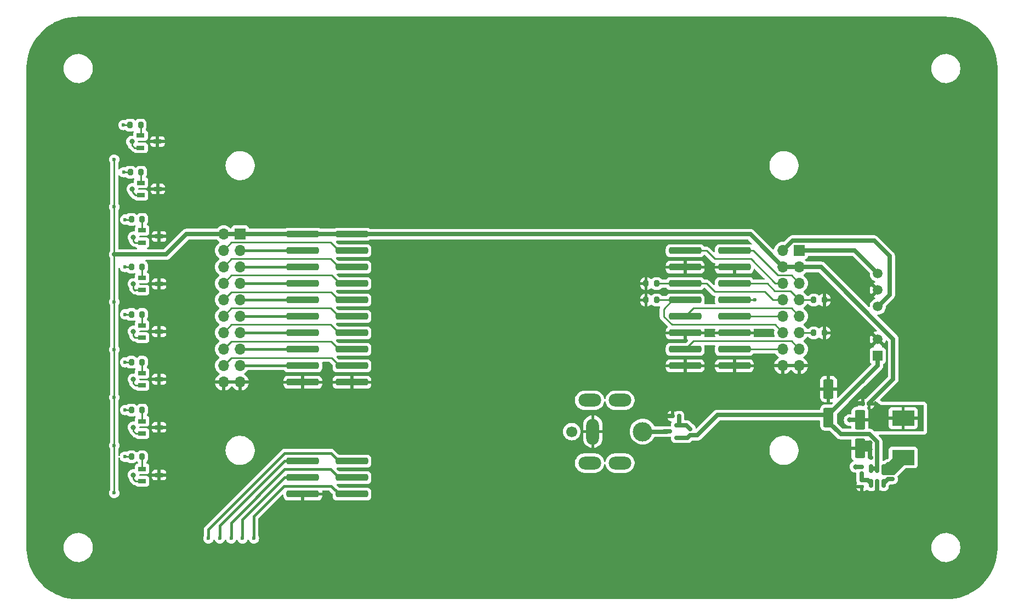
<source format=gbr>
%TF.GenerationSoftware,KiCad,Pcbnew,8.0.3*%
%TF.CreationDate,2025-07-14T16:27:36+02:00*%
%TF.ProjectId,distributionPCB,64697374-7269-4627-9574-696f6e504342,rev?*%
%TF.SameCoordinates,Original*%
%TF.FileFunction,Copper,L2,Bot*%
%TF.FilePolarity,Positive*%
%FSLAX46Y46*%
G04 Gerber Fmt 4.6, Leading zero omitted, Abs format (unit mm)*
G04 Created by KiCad (PCBNEW 8.0.3) date 2025-07-14 16:27:36*
%MOMM*%
%LPD*%
G01*
G04 APERTURE LIST*
G04 Aperture macros list*
%AMRoundRect*
0 Rectangle with rounded corners*
0 $1 Rounding radius*
0 $2 $3 $4 $5 $6 $7 $8 $9 X,Y pos of 4 corners*
0 Add a 4 corners polygon primitive as box body*
4,1,4,$2,$3,$4,$5,$6,$7,$8,$9,$2,$3,0*
0 Add four circle primitives for the rounded corners*
1,1,$1+$1,$2,$3*
1,1,$1+$1,$4,$5*
1,1,$1+$1,$6,$7*
1,1,$1+$1,$8,$9*
0 Add four rect primitives between the rounded corners*
20,1,$1+$1,$2,$3,$4,$5,0*
20,1,$1+$1,$4,$5,$6,$7,0*
20,1,$1+$1,$6,$7,$8,$9,0*
20,1,$1+$1,$8,$9,$2,$3,0*%
G04 Aperture macros list end*
%TA.AperFunction,ComponentPad*%
%ADD10R,1.700000X1.700000*%
%TD*%
%TA.AperFunction,ComponentPad*%
%ADD11O,1.700000X1.700000*%
%TD*%
%TA.AperFunction,SMDPad,CuDef*%
%ADD12RoundRect,0.200000X0.200000X0.275000X-0.200000X0.275000X-0.200000X-0.275000X0.200000X-0.275000X0*%
%TD*%
%TA.AperFunction,SMDPad,CuDef*%
%ADD13RoundRect,0.200000X-0.200000X-0.275000X0.200000X-0.275000X0.200000X0.275000X-0.200000X0.275000X0*%
%TD*%
%TA.AperFunction,SMDPad,CuDef*%
%ADD14R,1.220000X0.650000*%
%TD*%
%TA.AperFunction,WasherPad*%
%ADD15C,1.700000*%
%TD*%
%TA.AperFunction,ComponentPad*%
%ADD16C,3.000000*%
%TD*%
%TA.AperFunction,ComponentPad*%
%ADD17O,2.000000X4.000000*%
%TD*%
%TA.AperFunction,ComponentPad*%
%ADD18O,3.500000X2.000000*%
%TD*%
%TA.AperFunction,SMDPad,CuDef*%
%ADD19RoundRect,0.140000X0.140000X0.170000X-0.140000X0.170000X-0.140000X-0.170000X0.140000X-0.170000X0*%
%TD*%
%TA.AperFunction,ComponentPad*%
%ADD20R,1.500000X1.500000*%
%TD*%
%TA.AperFunction,ComponentPad*%
%ADD21C,1.500000*%
%TD*%
%TA.AperFunction,SMDPad,CuDef*%
%ADD22RoundRect,0.255000X2.245000X0.255000X-2.245000X0.255000X-2.245000X-0.255000X2.245000X-0.255000X0*%
%TD*%
%TA.AperFunction,SMDPad,CuDef*%
%ADD23RoundRect,0.250000X0.550000X-1.250000X0.550000X1.250000X-0.550000X1.250000X-0.550000X-1.250000X0*%
%TD*%
%TA.AperFunction,SMDPad,CuDef*%
%ADD24RoundRect,0.140000X0.170000X-0.140000X0.170000X0.140000X-0.170000X0.140000X-0.170000X-0.140000X0*%
%TD*%
%TA.AperFunction,SMDPad,CuDef*%
%ADD25RoundRect,0.135000X0.135000X0.185000X-0.135000X0.185000X-0.135000X-0.185000X0.135000X-0.185000X0*%
%TD*%
%TA.AperFunction,SMDPad,CuDef*%
%ADD26RoundRect,0.147500X0.172500X-0.147500X0.172500X0.147500X-0.172500X0.147500X-0.172500X-0.147500X0*%
%TD*%
%TA.AperFunction,SMDPad,CuDef*%
%ADD27RoundRect,0.150000X0.150000X-0.512500X0.150000X0.512500X-0.150000X0.512500X-0.150000X-0.512500X0*%
%TD*%
%TA.AperFunction,SMDPad,CuDef*%
%ADD28R,3.500000X2.350000*%
%TD*%
%TA.AperFunction,SMDPad,CuDef*%
%ADD29RoundRect,0.150000X0.587500X0.150000X-0.587500X0.150000X-0.587500X-0.150000X0.587500X-0.150000X0*%
%TD*%
%TA.AperFunction,SMDPad,CuDef*%
%ADD30RoundRect,0.135000X0.185000X-0.135000X0.185000X0.135000X-0.185000X0.135000X-0.185000X-0.135000X0*%
%TD*%
%TA.AperFunction,SMDPad,CuDef*%
%ADD31RoundRect,0.250000X-0.550000X1.250000X-0.550000X-1.250000X0.550000X-1.250000X0.550000X1.250000X0*%
%TD*%
%TA.AperFunction,ViaPad*%
%ADD32C,0.800000*%
%TD*%
%TA.AperFunction,ViaPad*%
%ADD33C,0.600000*%
%TD*%
%TA.AperFunction,Conductor*%
%ADD34C,0.250000*%
%TD*%
%TA.AperFunction,Conductor*%
%ADD35C,0.254000*%
%TD*%
%TA.AperFunction,Conductor*%
%ADD36C,0.635000*%
%TD*%
%TA.AperFunction,Conductor*%
%ADD37C,0.381000*%
%TD*%
G04 APERTURE END LIST*
D10*
%TO.P,J6,1,Pin_1*%
%TO.N,+12V*%
X195306000Y-83015000D03*
D11*
%TO.P,J6,2,Pin_2*%
%TO.N,-12V*%
X192766000Y-83015000D03*
%TO.P,J6,3,Pin_3*%
%TO.N,+5V*%
X195306000Y-85555000D03*
%TO.P,J6,4,Pin_4*%
X192766000Y-85555000D03*
%TO.P,J6,5,Pin_5*%
%TO.N,AO0*%
X195306000Y-88095000D03*
%TO.P,J6,6,Pin_6*%
%TO.N,AO1*%
X192766000Y-88095000D03*
%TO.P,J6,7,Pin_7*%
%TO.N,Res0*%
X195306000Y-90635000D03*
%TO.P,J6,8,Pin_8*%
%TO.N,Res2*%
X192766000Y-90635000D03*
%TO.P,J6,9,Pin_9*%
%TO.N,AI0+*%
X195306000Y-93175000D03*
%TO.P,J6,10,Pin_10*%
%TO.N,AI0-*%
X192766000Y-93175000D03*
%TO.P,J6,11,Pin_11*%
%TO.N,Res1*%
X195306000Y-95715000D03*
%TO.P,J6,12,Pin_12*%
%TO.N,Res3*%
X192766000Y-95715000D03*
%TO.P,J6,13,Pin_13*%
%TO.N,AI1+*%
X195306000Y-98255000D03*
%TO.P,J6,14,Pin_14*%
%TO.N,AI1-*%
X192766000Y-98255000D03*
%TO.P,J6,15,Pin_15*%
%TO.N,GND*%
X195306000Y-100795000D03*
%TO.P,J6,16,Pin_16*%
X192766000Y-100795000D03*
%TD*%
D10*
%TO.P,J2,1,Pin_1*%
%TO.N,+5V*%
X108946000Y-80475000D03*
D11*
%TO.P,J2,2,Pin_2*%
X106406000Y-80475000D03*
%TO.P,J2,3,Pin_3*%
%TO.N,DIO8*%
X108946000Y-83015000D03*
%TO.P,J2,4,Pin_4*%
%TO.N,DIO0*%
X106406000Y-83015000D03*
%TO.P,J2,5,Pin_5*%
%TO.N,DIO9*%
X108946000Y-85555000D03*
%TO.P,J2,6,Pin_6*%
%TO.N,DIO1*%
X106406000Y-85555000D03*
%TO.P,J2,7,Pin_7*%
%TO.N,DIO10*%
X108946000Y-88095000D03*
%TO.P,J2,8,Pin_8*%
%TO.N,DIO2*%
X106406000Y-88095000D03*
%TO.P,J2,9,Pin_9*%
%TO.N,DIO11*%
X108946000Y-90635000D03*
%TO.P,J2,10,Pin_10*%
%TO.N,DIO3*%
X106406000Y-90635000D03*
%TO.P,J2,11,Pin_11*%
%TO.N,DIO12*%
X108946000Y-93175000D03*
%TO.P,J2,12,Pin_12*%
%TO.N,DIO4*%
X106406000Y-93175000D03*
%TO.P,J2,13,Pin_13*%
%TO.N,DIO13*%
X108946000Y-95715000D03*
%TO.P,J2,14,Pin_14*%
%TO.N,DIO5*%
X106406000Y-95715000D03*
%TO.P,J2,15,Pin_15*%
%TO.N,DIO14*%
X108946000Y-98255000D03*
%TO.P,J2,16,Pin_16*%
%TO.N,DIO6*%
X106406000Y-98255000D03*
%TO.P,J2,17,Pin_17*%
%TO.N,DIO15*%
X108946000Y-100795000D03*
%TO.P,J2,18,Pin_18*%
%TO.N,DIO7*%
X106406000Y-100795000D03*
%TO.P,J2,19,Pin_19*%
%TO.N,GND*%
X108946000Y-103335000D03*
%TO.P,J2,20,Pin_20*%
X106406000Y-103335000D03*
%TD*%
D12*
%TO.P,R25,1*%
%TO.N,Net-(Q7-B)*%
X93810000Y-107664200D03*
%TO.P,R25,2*%
%TO.N,DIO6*%
X92160000Y-107664200D03*
%TD*%
%TO.P,R7,1*%
%TO.N,Net-(Q3-B)*%
X93810000Y-78199600D03*
%TO.P,R7,2*%
%TO.N,DIO2*%
X92160000Y-78199600D03*
%TD*%
D13*
%TO.P,R30,1*%
%TO.N,GND*%
X171641000Y-88138000D03*
%TO.P,R30,2*%
%TO.N,Res2*%
X173291000Y-88138000D03*
%TD*%
D14*
%TO.P,Q5,1,C*%
%TO.N,Net-(D5-K)*%
X93808600Y-96483600D03*
%TO.P,Q5,2,B*%
%TO.N,Net-(Q5-B)*%
X93808600Y-94583600D03*
%TO.P,Q5,3,E*%
%TO.N,GND*%
X96428600Y-95533600D03*
%TD*%
D12*
%TO.P,R1,1*%
%TO.N,Net-(Q1-B)*%
X93580200Y-63635000D03*
%TO.P,R1,2*%
%TO.N,DIO0*%
X91930200Y-63635000D03*
%TD*%
%TO.P,R13,1*%
%TO.N,Net-(Q5-B)*%
X93810000Y-92893600D03*
%TO.P,R13,2*%
%TO.N,DIO4*%
X92160000Y-92893600D03*
%TD*%
D15*
%TO.P,J1,*%
%TO.N,*%
X160175000Y-111000000D03*
D16*
%TO.P,J1,1*%
%TO.N,Net-(Q9-D)*%
X171125000Y-111000000D03*
D17*
%TO.P,J1,2*%
%TO.N,GND*%
X163425000Y-111000000D03*
D18*
%TO.P,J1,MP*%
%TO.N,N/C*%
X162925000Y-115850000D03*
X167625000Y-115850000D03*
X162925000Y-106150000D03*
X167625000Y-106150000D03*
%TD*%
D19*
%TO.P,C1,1*%
%TO.N,VCC*%
X207337600Y-115062000D03*
%TO.P,C1,2*%
%TO.N,GND*%
X206377600Y-115062000D03*
%TD*%
D12*
%TO.P,R16,1*%
%TO.N,Net-(Q6-B)*%
X93810000Y-100266000D03*
%TO.P,R16,2*%
%TO.N,DIO5*%
X92160000Y-100266000D03*
%TD*%
%TO.P,R33,1*%
%TO.N,GND*%
X199199000Y-90678000D03*
%TO.P,R33,2*%
%TO.N,Res0*%
X197549000Y-90678000D03*
%TD*%
D20*
%TO.P,U1,1,+Vin*%
%TO.N,VCC*%
X207441800Y-99288600D03*
D21*
%TO.P,U1,2,-Vin*%
%TO.N,GND*%
X207441800Y-96748600D03*
%TO.P,U1,4,-Vout*%
%TO.N,-12V*%
X207441800Y-91668600D03*
%TO.P,U1,5,Com*%
%TO.N,GND*%
X207441800Y-89128600D03*
%TO.P,U1,6,+Vout*%
%TO.N,+12V*%
X207441800Y-86588600D03*
%TD*%
D22*
%TO.P,J8,1,Pin_1*%
%TO.N,+5V*%
X126218000Y-80518000D03*
%TO.P,J8,2,Pin_2*%
X118618000Y-80518000D03*
%TO.P,J8,3,Pin_3*%
%TO.N,DIO0*%
X126218000Y-83058000D03*
%TO.P,J8,4,Pin_4*%
%TO.N,DIO8*%
X118618000Y-83058000D03*
%TO.P,J8,5,Pin_5*%
%TO.N,DIO1*%
X126218000Y-85598000D03*
%TO.P,J8,6,Pin_6*%
%TO.N,DIO9*%
X118618000Y-85598000D03*
%TO.P,J8,7,Pin_7*%
%TO.N,DIO2*%
X126218000Y-88138000D03*
%TO.P,J8,8,Pin_8*%
%TO.N,DIO10*%
X118618000Y-88138000D03*
%TO.P,J8,9,Pin_9*%
%TO.N,DIO3*%
X126218000Y-90678000D03*
%TO.P,J8,10,Pin_10*%
%TO.N,DIO11*%
X118618000Y-90678000D03*
%TO.P,J8,11,Pin_11*%
%TO.N,DIO4*%
X126218000Y-93218000D03*
%TO.P,J8,12,Pin_12*%
%TO.N,DIO12*%
X118618000Y-93218000D03*
%TO.P,J8,13,Pin_13*%
%TO.N,DIO5*%
X126218000Y-95758000D03*
%TO.P,J8,14,Pin_14*%
%TO.N,DIO13*%
X118618000Y-95758000D03*
%TO.P,J8,15,Pin_15*%
%TO.N,DIO6*%
X126218000Y-98298000D03*
%TO.P,J8,16,Pin_16*%
%TO.N,DIO14*%
X118618000Y-98298000D03*
%TO.P,J8,17,Pin_17*%
%TO.N,DIO7*%
X126218000Y-100838000D03*
%TO.P,J8,18,Pin_18*%
%TO.N,DIO15*%
X118618000Y-100838000D03*
%TO.P,J8,19,Pin_19*%
%TO.N,GND*%
X126218000Y-103378000D03*
%TO.P,J8,20,Pin_20*%
X118618000Y-103378000D03*
%TD*%
D23*
%TO.P,C2,1*%
%TO.N,VCC*%
X199821800Y-108829200D03*
%TO.P,C2,2*%
%TO.N,GND*%
X199821800Y-104429200D03*
%TD*%
D19*
%TO.P,C4,1*%
%TO.N,+5V*%
X206093000Y-106705400D03*
%TO.P,C4,2*%
%TO.N,GND*%
X205133000Y-106705400D03*
%TD*%
D14*
%TO.P,Q3,1,C*%
%TO.N,Net-(D3-K)*%
X93808600Y-81802400D03*
%TO.P,Q3,2,B*%
%TO.N,Net-(Q3-B)*%
X93808600Y-79902400D03*
%TO.P,Q3,3,E*%
%TO.N,GND*%
X96428600Y-80852400D03*
%TD*%
D24*
%TO.P,C3,1*%
%TO.N,Net-(IC1-CB)*%
X209727800Y-118336000D03*
%TO.P,C3,2*%
%TO.N,Net-(IC1-SW)*%
X209727800Y-117376000D03*
%TD*%
D25*
%TO.P,R34,1*%
%TO.N,Net-(D14-A)*%
X176735200Y-108610400D03*
%TO.P,R34,2*%
%TO.N,GND*%
X175715200Y-108610400D03*
%TD*%
D26*
%TO.P,D14,1,K*%
%TO.N,VCC*%
X178450900Y-111568700D03*
%TO.P,D14,2,A*%
%TO.N,Net-(D14-A)*%
X178450900Y-110598700D03*
%TD*%
D22*
%TO.P,J9,1,Pin_1*%
%TO.N,CHARGE*%
X126218000Y-115570000D03*
%TO.P,J9,2,Pin_2*%
%TO.N,LED1*%
X118618000Y-115570000D03*
%TO.P,J9,3,Pin_3*%
%TO.N,LED2*%
X126218000Y-118110000D03*
%TO.P,J9,4,Pin_4*%
%TO.N,LED3*%
X118618000Y-118110000D03*
%TO.P,J9,5,Pin_5*%
%TO.N,LED4*%
X126218000Y-120650000D03*
%TO.P,J9,6,Pin_6*%
%TO.N,GND*%
X118618000Y-120650000D03*
%TD*%
D14*
%TO.P,Q8,1,C*%
%TO.N,Net-(D8-K)*%
X93808600Y-118657800D03*
%TO.P,Q8,2,B*%
%TO.N,Net-(Q8-B)*%
X93808600Y-116757800D03*
%TO.P,Q8,3,E*%
%TO.N,GND*%
X96428600Y-117707800D03*
%TD*%
D12*
%TO.P,R32,1*%
%TO.N,GND*%
X199199000Y-95758000D03*
%TO.P,R32,2*%
%TO.N,Res1*%
X197549000Y-95758000D03*
%TD*%
D14*
%TO.P,Q4,1,C*%
%TO.N,Net-(D4-K)*%
X93808600Y-89143000D03*
%TO.P,Q4,2,B*%
%TO.N,Net-(Q4-B)*%
X93808600Y-87243000D03*
%TO.P,Q4,3,E*%
%TO.N,GND*%
X96428600Y-88193000D03*
%TD*%
D12*
%TO.P,R28,1*%
%TO.N,Net-(Q8-B)*%
X93810000Y-114883800D03*
%TO.P,R28,2*%
%TO.N,DIO7*%
X92160000Y-114883800D03*
%TD*%
D27*
%TO.P,IC1,1,CB*%
%TO.N,Net-(IC1-CB)*%
X208315600Y-119018900D03*
%TO.P,IC1,2,GND*%
%TO.N,GND*%
X207365600Y-119018900D03*
%TO.P,IC1,3,FB*%
%TO.N,Net-(IC1-FB)*%
X206415600Y-119018900D03*
%TO.P,IC1,4,EN*%
%TO.N,VCC*%
X206415600Y-116743900D03*
%TO.P,IC1,5,IN*%
X207365600Y-116743900D03*
%TO.P,IC1,6,SW*%
%TO.N,Net-(IC1-SW)*%
X208315600Y-116743900D03*
%TD*%
D12*
%TO.P,R4,1*%
%TO.N,Net-(Q2-B)*%
X93631000Y-70920600D03*
%TO.P,R4,2*%
%TO.N,DIO1*%
X91981000Y-70920600D03*
%TD*%
%TO.P,R10,1*%
%TO.N,Net-(Q4-B)*%
X93810000Y-85572000D03*
%TO.P,R10,2*%
%TO.N,DIO3*%
X92160000Y-85572000D03*
%TD*%
D28*
%TO.P,L1,1,1*%
%TO.N,Net-(IC1-SW)*%
X211353400Y-114988200D03*
%TO.P,L1,2,2*%
%TO.N,+5V*%
X211353400Y-108938200D03*
%TD*%
D29*
%TO.P,Q9,1,G*%
%TO.N,Net-(D14-A)*%
X176756300Y-110048000D03*
%TO.P,Q9,2,S*%
%TO.N,VCC*%
X176756300Y-111948000D03*
%TO.P,Q9,3,D*%
%TO.N,Net-(Q9-D)*%
X174881300Y-110998000D03*
%TD*%
D14*
%TO.P,Q6,1,C*%
%TO.N,Net-(D6-K)*%
X93808600Y-103875000D03*
%TO.P,Q6,2,B*%
%TO.N,Net-(Q6-B)*%
X93808600Y-101975000D03*
%TO.P,Q6,3,E*%
%TO.N,GND*%
X96428600Y-102925000D03*
%TD*%
D13*
%TO.P,R31,1*%
%TO.N,GND*%
X171641000Y-90678000D03*
%TO.P,R31,2*%
%TO.N,Res3*%
X173291000Y-90678000D03*
%TD*%
D22*
%TO.P,J3,1,Pin_1*%
%TO.N,AO0*%
X185283000Y-83058000D03*
%TO.P,J3,2,Pin_2*%
%TO.N,AO1*%
X177683000Y-83058000D03*
%TO.P,J3,3,Pin_3*%
%TO.N,GND*%
X185283000Y-85598000D03*
%TO.P,J3,4,Pin_4*%
X177683000Y-85598000D03*
%TO.P,J3,5,Pin_5*%
%TO.N,Res0*%
X185283000Y-88138000D03*
%TO.P,J3,6,Pin_6*%
%TO.N,Res2*%
X177683000Y-88138000D03*
%TO.P,J3,7,Pin_7*%
%TO.N,Res1*%
X185283000Y-90678000D03*
%TO.P,J3,8,Pin_8*%
%TO.N,Res3*%
X177683000Y-90678000D03*
%TO.P,J3,9,Pin_9*%
%TO.N,AI0-*%
X185283000Y-93218000D03*
%TO.P,J3,10,Pin_10*%
%TO.N,AI0+*%
X177683000Y-93218000D03*
%TO.P,J3,11,Pin_11*%
%TO.N,GND*%
X185283000Y-95758000D03*
%TO.P,J3,12,Pin_12*%
X177683000Y-95758000D03*
%TO.P,J3,13,Pin_13*%
%TO.N,AI1-*%
X185283000Y-98298000D03*
%TO.P,J3,14,Pin_14*%
%TO.N,AI1+*%
X177683000Y-98298000D03*
%TO.P,J3,15,Pin_15*%
%TO.N,GND*%
X185283000Y-100838000D03*
%TO.P,J3,16,Pin_16*%
X177683000Y-100838000D03*
%TD*%
D14*
%TO.P,Q1,1,C*%
%TO.N,Net-(D1-K)*%
X93578800Y-67150800D03*
%TO.P,Q1,2,B*%
%TO.N,Net-(Q1-B)*%
X93578800Y-65250800D03*
%TO.P,Q1,3,E*%
%TO.N,GND*%
X96198800Y-66200800D03*
%TD*%
%TO.P,Q2,1,C*%
%TO.N,Net-(D2-K)*%
X93629600Y-74461800D03*
%TO.P,Q2,2,B*%
%TO.N,Net-(Q2-B)*%
X93629600Y-72561800D03*
%TO.P,Q2,3,E*%
%TO.N,GND*%
X96249600Y-73511800D03*
%TD*%
%TO.P,Q7,1,C*%
%TO.N,Net-(D7-K)*%
X93808600Y-111292200D03*
%TO.P,Q7,2,B*%
%TO.N,Net-(Q7-B)*%
X93808600Y-109392200D03*
%TO.P,Q7,3,E*%
%TO.N,GND*%
X96428600Y-110342200D03*
%TD*%
D30*
%TO.P,R36,1*%
%TO.N,GND*%
X204952600Y-119483600D03*
%TO.P,R36,2*%
%TO.N,Net-(IC1-FB)*%
X204952600Y-118463600D03*
%TD*%
%TO.P,R35,1*%
%TO.N,Net-(IC1-FB)*%
X204952600Y-117451600D03*
%TO.P,R35,2*%
%TO.N,+5V*%
X204952600Y-116431600D03*
%TD*%
D31*
%TO.P,C5,1*%
%TO.N,+5V*%
X204673200Y-109179000D03*
%TO.P,C5,2*%
%TO.N,GND*%
X204673200Y-113579000D03*
%TD*%
D32*
%TO.N,Net-(D1-K)*%
X92247200Y-66200800D03*
D33*
%TO.N,DIO0*%
X90926400Y-63635000D03*
%TO.N,DIO1*%
X90977200Y-70920600D03*
%TO.N,DIO2*%
X91207000Y-78250400D03*
%TO.N,DIO3*%
X91156200Y-85572000D03*
%TO.N,DIO4*%
X91181600Y-92893600D03*
%TO.N,DIO5*%
X91181600Y-100291400D03*
%TO.N,DIO6*%
X91181600Y-107664200D03*
%TO.N,DIO7*%
X91156200Y-114883800D03*
D32*
%TO.N,GND*%
X206222600Y-113741200D03*
X207365600Y-120446800D03*
X204190600Y-106680000D03*
X174802800Y-108585000D03*
X206222600Y-112776000D03*
%TO.N,+5V*%
X203098400Y-109220000D03*
X204010800Y-116431600D03*
D33*
X89504000Y-76280000D03*
X89504000Y-98329200D03*
X89504000Y-120471800D03*
X89504000Y-113150600D03*
X89504000Y-68969000D03*
X89504000Y-90982800D03*
X89504000Y-105727000D03*
X89504000Y-83635200D03*
%TO.N,Res1*%
X188468000Y-90678000D03*
D32*
%TO.N,Net-(D2-K)*%
X92298000Y-73536800D03*
%TO.N,Net-(D3-K)*%
X92477000Y-80993600D03*
%TO.N,Net-(D4-K)*%
X92477000Y-88193000D03*
%TO.N,Net-(D5-K)*%
X92477000Y-95533600D03*
%TO.N,Net-(D6-K)*%
X92477000Y-102925000D03*
%TO.N,Net-(D7-K)*%
X92477000Y-110342200D03*
%TO.N,Net-(D8-K)*%
X92477000Y-117707800D03*
D33*
%TO.N,CHARGE*%
X104063800Y-127508000D03*
%TO.N,LED1*%
X105816400Y-127508000D03*
%TO.N,LED2*%
X107569000Y-127508000D03*
%TO.N,LED3*%
X109321600Y-127508000D03*
%TO.N,LED4*%
X111074200Y-127508000D03*
%TD*%
D34*
%TO.N,Net-(D1-K)*%
X92247200Y-66759200D02*
X92638800Y-67150800D01*
X92638800Y-67150800D02*
X93578800Y-67150800D01*
X92247200Y-66200800D02*
X92247200Y-66759200D01*
D35*
%TO.N,AI0+*%
X194079000Y-91948000D02*
X195306000Y-93175000D01*
X178953000Y-91948000D02*
X194079000Y-91948000D01*
X177683000Y-93218000D02*
X178953000Y-91948000D01*
%TO.N,AI0-*%
X185283000Y-93218000D02*
X185326000Y-93175000D01*
X185326000Y-93175000D02*
X192766000Y-93175000D01*
%TO.N,AI1+*%
X194079000Y-97028000D02*
X195306000Y-98255000D01*
X177683000Y-98298000D02*
X178953000Y-97028000D01*
X178953000Y-97028000D02*
X194079000Y-97028000D01*
%TO.N,AI1-*%
X185283000Y-98298000D02*
X192723000Y-98298000D01*
X192723000Y-98298000D02*
X192766000Y-98255000D01*
%TO.N,DIO0*%
X124206000Y-83058000D02*
X126218000Y-83058000D01*
D34*
X90926400Y-63635000D02*
X91930200Y-63635000D01*
D35*
X122936000Y-81788000D02*
X124206000Y-83058000D01*
X107633000Y-81788000D02*
X122936000Y-81788000D01*
X106406000Y-83015000D02*
X107633000Y-81788000D01*
%TO.N,DIO1*%
X122936000Y-84328000D02*
X124206000Y-85598000D01*
X107633000Y-84328000D02*
X122936000Y-84328000D01*
X124206000Y-85598000D02*
X126218000Y-85598000D01*
D34*
X91981000Y-70920600D02*
X90977200Y-70920600D01*
D35*
X106406000Y-85555000D02*
X107633000Y-84328000D01*
D34*
%TO.N,DIO2*%
X92109200Y-78250400D02*
X92160000Y-78199600D01*
D35*
X106406000Y-88095000D02*
X107633000Y-86868000D01*
D34*
X91207000Y-78250400D02*
X92109200Y-78250400D01*
D35*
X107633000Y-86868000D02*
X123063000Y-86868000D01*
X123063000Y-86868000D02*
X124333000Y-88138000D01*
X124333000Y-88138000D02*
X126218000Y-88138000D01*
%TO.N,DIO3*%
X124206000Y-90678000D02*
X126218000Y-90678000D01*
X107583000Y-89458000D02*
X122986000Y-89458000D01*
D34*
X92160000Y-85572000D02*
X91156200Y-85572000D01*
D35*
X122986000Y-89458000D02*
X124206000Y-90678000D01*
X106406000Y-90635000D02*
X107583000Y-89458000D01*
%TO.N,DIO4*%
X122936000Y-91948000D02*
X124206000Y-93218000D01*
D34*
X91181600Y-92893600D02*
X92160000Y-92893600D01*
D35*
X106406000Y-93175000D02*
X107633000Y-91948000D01*
X124206000Y-93218000D02*
X126218000Y-93218000D01*
X107633000Y-91948000D02*
X122936000Y-91948000D01*
D34*
%TO.N,DIO5*%
X92134600Y-100291400D02*
X92160000Y-100266000D01*
X91181600Y-100291400D02*
X92134600Y-100291400D01*
D35*
X124206000Y-95758000D02*
X126218000Y-95758000D01*
X106406000Y-95715000D02*
X107633000Y-94488000D01*
X107633000Y-94488000D02*
X122936000Y-94488000D01*
X122936000Y-94488000D02*
X124206000Y-95758000D01*
%TO.N,DIO6*%
X106406000Y-98255000D02*
X107583000Y-97078000D01*
X122986000Y-97078000D02*
X124206000Y-98298000D01*
X124206000Y-98298000D02*
X126218000Y-98298000D01*
X107583000Y-97078000D02*
X122986000Y-97078000D01*
D34*
X91181600Y-107664200D02*
X92160000Y-107664200D01*
D35*
%TO.N,DIO7*%
X123049500Y-99618000D02*
X124269500Y-100838000D01*
X124269500Y-100838000D02*
X126218000Y-100838000D01*
D34*
X91156200Y-114883800D02*
X92160000Y-114883800D01*
D35*
X106406000Y-100795000D02*
X107583000Y-99618000D01*
X107583000Y-99618000D02*
X123049500Y-99618000D01*
%TO.N,AO0*%
X194079000Y-86868000D02*
X192024000Y-86868000D01*
X192024000Y-86868000D02*
X188214000Y-83058000D01*
X195306000Y-88095000D02*
X194079000Y-86868000D01*
X188214000Y-83058000D02*
X185283000Y-83058000D01*
D36*
%TO.N,GND*%
X206222600Y-112776000D02*
X205476200Y-112776000D01*
X204190600Y-106680000D02*
X205107600Y-106680000D01*
D37*
X108946000Y-103335000D02*
X109855000Y-103335000D01*
D36*
X175689800Y-108585000D02*
X175715200Y-108610400D01*
D37*
X109855000Y-103335000D02*
X126175000Y-103335000D01*
D36*
X206222600Y-113741200D02*
X204835400Y-113741200D01*
X205107600Y-106680000D02*
X205133000Y-106705400D01*
D37*
X126175000Y-103335000D02*
X126218000Y-103378000D01*
D36*
X206222600Y-112776000D02*
X206222600Y-113741200D01*
X206222600Y-113741200D02*
X206222600Y-114907000D01*
X206222600Y-112776000D02*
X206171800Y-112776000D01*
X174802800Y-108585000D02*
X175689800Y-108585000D01*
X204835400Y-113741200D02*
X204673200Y-113579000D01*
X206222600Y-114907000D02*
X206377600Y-115062000D01*
X207365600Y-119018900D02*
X207365600Y-120446800D01*
X206171800Y-112776000D02*
X205663800Y-113284000D01*
X205476200Y-112776000D02*
X204673200Y-113579000D01*
D37*
X106406000Y-103335000D02*
X109855000Y-103335000D01*
D35*
%TO.N,AO1*%
X180975000Y-83058000D02*
X182245000Y-84328000D01*
X187833000Y-84328000D02*
X191600000Y-88095000D01*
X182245000Y-84328000D02*
X187833000Y-84328000D01*
X191600000Y-88095000D02*
X192766000Y-88095000D01*
X177683000Y-83058000D02*
X180975000Y-83058000D01*
D36*
%TO.N,+5V*%
X97517600Y-83635200D02*
X89504000Y-83635200D01*
X206093000Y-106606400D02*
X206093000Y-106705400D01*
X187729000Y-80518000D02*
X192766000Y-85555000D01*
X203139400Y-109179000D02*
X203098400Y-109220000D01*
X126218000Y-80518000D02*
X187729000Y-80518000D01*
X204952600Y-116431600D02*
X204010800Y-116431600D01*
X106406000Y-80475000D02*
X100677800Y-80475000D01*
X198661200Y-85555000D02*
X209804000Y-96697800D01*
X204673200Y-109179000D02*
X203139400Y-109179000D01*
X209804000Y-102895400D02*
X206093000Y-106606400D01*
X126175000Y-80475000D02*
X126218000Y-80518000D01*
D34*
X89504000Y-120471800D02*
X89504000Y-113150600D01*
X89504000Y-68969000D02*
X89504000Y-76280000D01*
X89504000Y-113150600D02*
X89504000Y-105727000D01*
X89504000Y-76280000D02*
X89504000Y-83635200D01*
X89504000Y-83635200D02*
X89504000Y-98329200D01*
X89504000Y-98329200D02*
X89504000Y-105727000D01*
D36*
X209804000Y-96697800D02*
X209804000Y-102895400D01*
X106406000Y-80475000D02*
X126175000Y-80475000D01*
X195306000Y-85555000D02*
X198661200Y-85555000D01*
X192766000Y-85555000D02*
X195306000Y-85555000D01*
X204546200Y-109956600D02*
X204546200Y-109204400D01*
X100677800Y-80475000D02*
X97517600Y-83635200D01*
%TO.N,VCC*%
X204812900Y-103416100D02*
X199771000Y-108458000D01*
X207441800Y-99288600D02*
X207441800Y-100787200D01*
X176756300Y-111948000D02*
X178071600Y-111948000D01*
X205092500Y-103136500D02*
X204812900Y-103416100D01*
X182651400Y-108458000D02*
X179540700Y-111568700D01*
X207337600Y-112593459D02*
X206123141Y-111379000D01*
X207365600Y-116743900D02*
X206415600Y-116743900D01*
X207441800Y-100787200D02*
X204812900Y-103416100D01*
X207337600Y-115062000D02*
X207337600Y-116715900D01*
X199771000Y-108458000D02*
X182651400Y-108458000D01*
X178071600Y-111948000D02*
X178450900Y-111568700D01*
X206123141Y-111379000D02*
X201701400Y-111379000D01*
X199821800Y-109499400D02*
X199821800Y-108829200D01*
X207337600Y-115062000D02*
X207337600Y-112593459D01*
X201701400Y-111379000D02*
X199821800Y-109499400D01*
X179540700Y-111568700D02*
X178450900Y-111568700D01*
X207337600Y-116715900D02*
X207365600Y-116743900D01*
%TO.N,Net-(IC1-CB)*%
X208998500Y-118336000D02*
X208315600Y-119018900D01*
X209727800Y-118336000D02*
X208998500Y-118336000D01*
D34*
%TO.N,Net-(Q1-B)*%
X93583200Y-65246400D02*
X93578800Y-65250800D01*
X93580200Y-63635000D02*
X93580200Y-65249400D01*
X93580200Y-65249400D02*
X93578800Y-65250800D01*
D37*
%TO.N,DIO10*%
X108946000Y-88095000D02*
X118575000Y-88095000D01*
X118575000Y-88095000D02*
X118618000Y-88138000D01*
%TO.N,DIO11*%
X118575000Y-90635000D02*
X118618000Y-90678000D01*
X108946000Y-90635000D02*
X118575000Y-90635000D01*
%TO.N,DIO8*%
X109220000Y-83015000D02*
X109263000Y-83058000D01*
X109263000Y-83058000D02*
X118618000Y-83058000D01*
X108946000Y-83015000D02*
X109220000Y-83015000D01*
%TO.N,DIO13*%
X108946000Y-95715000D02*
X118575000Y-95715000D01*
X118575000Y-95715000D02*
X118618000Y-95758000D01*
%TO.N,DIO14*%
X118575000Y-98255000D02*
X118618000Y-98298000D01*
X108946000Y-98255000D02*
X118575000Y-98255000D01*
%TO.N,DIO9*%
X118575000Y-85555000D02*
X118618000Y-85598000D01*
X108946000Y-85555000D02*
X118575000Y-85555000D01*
%TO.N,DIO15*%
X108946000Y-100795000D02*
X118575000Y-100795000D01*
X118575000Y-100795000D02*
X118618000Y-100838000D01*
%TO.N,DIO12*%
X108946000Y-93175000D02*
X118575000Y-93175000D01*
X118575000Y-93175000D02*
X118618000Y-93218000D01*
D35*
%TO.N,Res0*%
X197506000Y-90635000D02*
X197549000Y-90678000D01*
X191516000Y-89281000D02*
X193952000Y-89281000D01*
X193952000Y-89281000D02*
X195306000Y-90635000D01*
X190373000Y-88138000D02*
X191516000Y-89281000D01*
X185283000Y-88138000D02*
X190373000Y-88138000D01*
X195306000Y-90635000D02*
X197506000Y-90635000D01*
%TO.N,Res1*%
X188468000Y-90678000D02*
X185283000Y-90678000D01*
X197506000Y-95715000D02*
X197549000Y-95758000D01*
X195306000Y-95715000D02*
X197506000Y-95715000D01*
%TO.N,Res3*%
X192766000Y-95715000D02*
X191539000Y-94488000D01*
X174371000Y-92075000D02*
X175768000Y-90678000D01*
X175768000Y-90678000D02*
X177683000Y-90678000D01*
X175622862Y-94488000D02*
X174371000Y-93236138D01*
X173291000Y-90678000D02*
X177683000Y-90678000D01*
X174371000Y-93236138D02*
X174371000Y-92075000D01*
X191539000Y-94488000D02*
X175622862Y-94488000D01*
%TO.N,Res2*%
X189992000Y-89408000D02*
X191219000Y-90635000D01*
X191219000Y-90635000D02*
X192766000Y-90635000D01*
X177683000Y-88138000D02*
X180975000Y-88138000D01*
X182245000Y-89408000D02*
X189992000Y-89408000D01*
X180975000Y-88138000D02*
X182245000Y-89408000D01*
X173291000Y-88138000D02*
X177683000Y-88138000D01*
D34*
%TO.N,Net-(D2-K)*%
X92323400Y-74044800D02*
X92740400Y-74461800D01*
X92323400Y-73536800D02*
X92323400Y-74044800D01*
X92740400Y-74461800D02*
X93629600Y-74461800D01*
%TO.N,Net-(D3-K)*%
X92477000Y-80993600D02*
X92477000Y-81577800D01*
X92477000Y-81577800D02*
X92705600Y-81806400D01*
X92709600Y-81802400D02*
X93808600Y-81802400D01*
X92705600Y-81806400D02*
X92709600Y-81802400D01*
%TO.N,Net-(D4-K)*%
X92477000Y-88924800D02*
X92731000Y-89178800D01*
X92477000Y-88193000D02*
X92477000Y-88924800D01*
X92731000Y-89178800D02*
X92766800Y-89143000D01*
X92766800Y-89143000D02*
X93808600Y-89143000D01*
%TO.N,Net-(D5-K)*%
X92477000Y-95533600D02*
X92477000Y-96246400D01*
X92477000Y-96246400D02*
X92714200Y-96483600D01*
X92714200Y-96483600D02*
X93808600Y-96483600D01*
%TO.N,Net-(D6-K)*%
X92477000Y-102925000D02*
X92477000Y-103568000D01*
X92784000Y-103875000D02*
X93808600Y-103875000D01*
X92477000Y-103568000D02*
X92784000Y-103875000D01*
%TO.N,Net-(D7-K)*%
X92477000Y-110342200D02*
X92477000Y-110915400D01*
X92477000Y-110915400D02*
X92853800Y-111292200D01*
X92853800Y-111292200D02*
X93808600Y-111292200D01*
%TO.N,Net-(D8-K)*%
X92477000Y-118338200D02*
X92796600Y-118657800D01*
X92796600Y-118657800D02*
X93808600Y-118657800D01*
X92477000Y-117707800D02*
X92477000Y-118338200D01*
%TO.N,Net-(Q2-B)*%
X93634000Y-71225400D02*
X93634000Y-72557400D01*
X93634000Y-72557400D02*
X93629600Y-72561800D01*
%TO.N,Net-(Q3-B)*%
X93810000Y-79901000D02*
X93808600Y-79902400D01*
X93810000Y-78199600D02*
X93810000Y-79901000D01*
%TO.N,Net-(Q4-B)*%
X93810000Y-87241600D02*
X93808600Y-87243000D01*
X93810000Y-85572000D02*
X93810000Y-87241600D01*
%TO.N,Net-(Q5-B)*%
X93810000Y-92893600D02*
X93810000Y-94582200D01*
X93810000Y-94582200D02*
X93808600Y-94583600D01*
%TO.N,Net-(Q6-B)*%
X93810000Y-101973600D02*
X93808600Y-101975000D01*
X93810000Y-100266000D02*
X93810000Y-101973600D01*
%TO.N,Net-(Q7-B)*%
X93810000Y-109390800D02*
X93808600Y-109392200D01*
X93810000Y-107664200D02*
X93810000Y-109390800D01*
%TO.N,Net-(Q8-B)*%
X93810000Y-114883800D02*
X93810000Y-116756400D01*
X93810000Y-116756400D02*
X93808600Y-116757800D01*
D37*
%TO.N,CHARGE*%
X124206000Y-115570000D02*
X122986800Y-114350800D01*
X126218000Y-115570000D02*
X124206000Y-115570000D01*
X122986800Y-114350800D02*
X115824000Y-114350800D01*
X115824000Y-114350800D02*
X104063800Y-126111000D01*
X104063800Y-126111000D02*
X104063800Y-127508000D01*
%TO.N,LED1*%
X115798600Y-115570000D02*
X105816400Y-125552200D01*
X105816400Y-125552200D02*
X105816400Y-127508000D01*
X118618000Y-115570000D02*
X115798600Y-115570000D01*
%TO.N,LED2*%
X124206000Y-118110000D02*
X122936000Y-116840000D01*
X115798600Y-116840000D02*
X107569000Y-125069600D01*
X122936000Y-116840000D02*
X115798600Y-116840000D01*
X126218000Y-118110000D02*
X124206000Y-118110000D01*
X107569000Y-125069600D02*
X107569000Y-127508000D01*
%TO.N,LED3*%
X118618000Y-118110000D02*
X115773200Y-118110000D01*
X109321600Y-124561600D02*
X109321600Y-127508000D01*
X115773200Y-118110000D02*
X109321600Y-124561600D01*
%TO.N,LED4*%
X111074200Y-124104400D02*
X115747800Y-119430800D01*
X124231400Y-120650000D02*
X126218000Y-120650000D01*
X115747800Y-119430800D02*
X123012200Y-119430800D01*
X123012200Y-119430800D02*
X124231400Y-120650000D01*
X111074200Y-127508000D02*
X111074200Y-124104400D01*
D36*
%TO.N,Net-(IC1-SW)*%
X208650650Y-117078950D02*
X208315600Y-116743900D01*
X211353400Y-114988200D02*
X210385800Y-114988200D01*
X211353400Y-114988200D02*
X211335500Y-114988200D01*
X210741400Y-114988200D02*
X208650650Y-117078950D01*
X209296000Y-116078000D02*
X208981500Y-116078000D01*
X211335500Y-114988200D02*
X208947700Y-117376000D01*
X208981500Y-116078000D02*
X208315600Y-116743900D01*
X211353400Y-115849400D02*
X209826800Y-117376000D01*
X211353400Y-114988200D02*
X210741400Y-114988200D01*
X211353400Y-114988200D02*
X211353400Y-115849400D01*
X209826800Y-117376000D02*
X209727800Y-117376000D01*
X210385800Y-114988200D02*
X209296000Y-116078000D01*
X208947700Y-117376000D02*
X208899500Y-117424200D01*
X209727800Y-117376000D02*
X208947700Y-117376000D01*
X208899500Y-117424200D02*
X208381600Y-117424200D01*
%TO.N,Net-(D14-A)*%
X176756300Y-110048000D02*
X177900200Y-110048000D01*
X176735200Y-110026900D02*
X176756300Y-110048000D01*
X177900200Y-110048000D02*
X178450900Y-110598700D01*
X176735200Y-108610400D02*
X176735200Y-110026900D01*
%TO.N,Net-(IC1-FB)*%
X204952600Y-117451600D02*
X204952600Y-118463600D01*
X204952600Y-118463600D02*
X205860300Y-118463600D01*
X205860300Y-118463600D02*
X206415600Y-119018900D01*
%TO.N,-12V*%
X192766000Y-83015000D02*
X194281000Y-81500000D01*
X206874400Y-81500000D02*
X209270600Y-83896200D01*
X207467200Y-91668600D02*
X207441800Y-91668600D01*
X209270600Y-83896200D02*
X209270600Y-89865200D01*
X198526400Y-81500000D02*
X206874400Y-81500000D01*
X209270600Y-89865200D02*
X207467200Y-91668600D01*
X194281000Y-81500000D02*
X198526400Y-81500000D01*
X198526400Y-81500000D02*
X203500000Y-81500000D01*
%TO.N,+12V*%
X195306000Y-83015000D02*
X201570000Y-83015000D01*
X203868200Y-83015000D02*
X201570000Y-83015000D01*
X207441800Y-86588600D02*
X203868200Y-83015000D01*
%TO.N,Net-(Q9-D)*%
X171125000Y-111000000D02*
X174850000Y-111000000D01*
%TD*%
%TA.AperFunction,Conductor*%
%TO.N,GND*%
G36*
X208484924Y-97438170D02*
G01*
X208528468Y-97375985D01*
X208528469Y-97375983D01*
X208620900Y-97177764D01*
X208620905Y-97177750D01*
X208672293Y-96985963D01*
X208708657Y-96926303D01*
X208771504Y-96895773D01*
X208840880Y-96904067D01*
X208879749Y-96930375D01*
X208949681Y-97000307D01*
X208983166Y-97061630D01*
X208986000Y-97087988D01*
X208986000Y-102505210D01*
X208966315Y-102572249D01*
X208949681Y-102592891D01*
X205635298Y-105907273D01*
X205573975Y-105940758D01*
X205513022Y-105938668D01*
X205383001Y-105900893D01*
X205383000Y-105900894D01*
X205383000Y-106159990D01*
X205369720Y-106213011D01*
X205370428Y-106213305D01*
X205368452Y-106218075D01*
X205368361Y-106218439D01*
X205368096Y-106218934D01*
X205342259Y-106281311D01*
X205306436Y-106367793D01*
X205306433Y-106367805D01*
X205275000Y-106525829D01*
X205275000Y-106785969D01*
X205279225Y-106807209D01*
X205272998Y-106876800D01*
X205230135Y-106931978D01*
X205164245Y-106955222D01*
X205157608Y-106955400D01*
X204354210Y-106955400D01*
X204355854Y-106976310D01*
X204368520Y-107019906D01*
X204368320Y-107089776D01*
X204330377Y-107148445D01*
X204266738Y-107177288D01*
X204249444Y-107178500D01*
X204073199Y-107178500D01*
X204073180Y-107178501D01*
X203970403Y-107189000D01*
X203970400Y-107189001D01*
X203803868Y-107244185D01*
X203803863Y-107244187D01*
X203654542Y-107336289D01*
X203530489Y-107460342D01*
X203438387Y-107609663D01*
X203438385Y-107609668D01*
X203424855Y-107650500D01*
X203383201Y-107776203D01*
X203383201Y-107776204D01*
X203383200Y-107776204D01*
X203372700Y-107878983D01*
X203372700Y-108204559D01*
X203353015Y-108271598D01*
X203300211Y-108317353D01*
X203231053Y-108327297D01*
X203222922Y-108325850D01*
X203212315Y-108323595D01*
X203193046Y-108319500D01*
X203003754Y-108319500D01*
X202976575Y-108325277D01*
X202818597Y-108358855D01*
X202818592Y-108358857D01*
X202645670Y-108435848D01*
X202645665Y-108435851D01*
X202492529Y-108547111D01*
X202365866Y-108687785D01*
X202271221Y-108851715D01*
X202271218Y-108851722D01*
X202216760Y-109019328D01*
X202212726Y-109031744D01*
X202192940Y-109220000D01*
X202212726Y-109408256D01*
X202212727Y-109408259D01*
X202271218Y-109588277D01*
X202271221Y-109588284D01*
X202365867Y-109752216D01*
X202455505Y-109851769D01*
X202492529Y-109892888D01*
X202645665Y-110004148D01*
X202645670Y-110004151D01*
X202818592Y-110081142D01*
X202818597Y-110081144D01*
X203003754Y-110120500D01*
X203003755Y-110120500D01*
X203193045Y-110120500D01*
X203193046Y-110120500D01*
X203222919Y-110114150D01*
X203292585Y-110119465D01*
X203348319Y-110161602D01*
X203372425Y-110227182D01*
X203372700Y-110235439D01*
X203372701Y-110436999D01*
X203353017Y-110504039D01*
X203300213Y-110549794D01*
X203248701Y-110561000D01*
X202091588Y-110561000D01*
X202024549Y-110541315D01*
X202003907Y-110524681D01*
X201158618Y-109679392D01*
X201125133Y-109618069D01*
X201122299Y-109591711D01*
X201122299Y-108314889D01*
X201141984Y-108247850D01*
X201158618Y-108227208D01*
X202930428Y-106455399D01*
X204354209Y-106455399D01*
X204354210Y-106455400D01*
X204883000Y-106455400D01*
X204883000Y-105900894D01*
X204882998Y-105900893D01*
X204736809Y-105943365D01*
X204736806Y-105943367D01*
X204597625Y-106025678D01*
X204597616Y-106025685D01*
X204483285Y-106140016D01*
X204483278Y-106140025D01*
X204400968Y-106279204D01*
X204400966Y-106279209D01*
X204355855Y-106434481D01*
X204355854Y-106434487D01*
X204354209Y-106455399D01*
X202930428Y-106455399D01*
X203300872Y-106084955D01*
X205448282Y-103937545D01*
X208077182Y-101308645D01*
X208166703Y-101174668D01*
X208222667Y-101039557D01*
X208228365Y-101025802D01*
X208230079Y-101017189D01*
X208259799Y-100867770D01*
X208259800Y-100867767D01*
X208259800Y-100633512D01*
X208279485Y-100566473D01*
X208332289Y-100520718D01*
X208340468Y-100517330D01*
X208434126Y-100482398D01*
X208434126Y-100482397D01*
X208434131Y-100482396D01*
X208549346Y-100396146D01*
X208635596Y-100280931D01*
X208685891Y-100146083D01*
X208692300Y-100086473D01*
X208692299Y-98490728D01*
X208685891Y-98431117D01*
X208647878Y-98329200D01*
X208635597Y-98296271D01*
X208635593Y-98296264D01*
X208549347Y-98181055D01*
X208549344Y-98181052D01*
X208434135Y-98094806D01*
X208434128Y-98094802D01*
X208299282Y-98044508D01*
X208299283Y-98044508D01*
X208239683Y-98038101D01*
X208239681Y-98038100D01*
X208239673Y-98038100D01*
X208239665Y-98038100D01*
X208172789Y-98038100D01*
X208105750Y-98018415D01*
X208059995Y-97965611D01*
X208050051Y-97896453D01*
X208079076Y-97832897D01*
X208101664Y-97812526D01*
X208131371Y-97791724D01*
X207571210Y-97231562D01*
X207634793Y-97214525D01*
X207748807Y-97148699D01*
X207841899Y-97055607D01*
X207907725Y-96941593D01*
X207924762Y-96878009D01*
X208484924Y-97438170D01*
G37*
%TD.AperFunction*%
%TA.AperFunction,Conductor*%
G36*
X108480075Y-103142007D02*
G01*
X108446000Y-103269174D01*
X108446000Y-103400826D01*
X108480075Y-103527993D01*
X108512988Y-103585000D01*
X106839012Y-103585000D01*
X106871925Y-103527993D01*
X106906000Y-103400826D01*
X106906000Y-103269174D01*
X106871925Y-103142007D01*
X106839012Y-103085000D01*
X108512988Y-103085000D01*
X108480075Y-103142007D01*
G37*
%TD.AperFunction*%
%TA.AperFunction,Conductor*%
G36*
X194840075Y-100602007D02*
G01*
X194806000Y-100729174D01*
X194806000Y-100860826D01*
X194840075Y-100987993D01*
X194872988Y-101045000D01*
X193199012Y-101045000D01*
X193231925Y-100987993D01*
X193266000Y-100860826D01*
X193266000Y-100729174D01*
X193231925Y-100602007D01*
X193199012Y-100545000D01*
X194872988Y-100545000D01*
X194840075Y-100602007D01*
G37*
%TD.AperFunction*%
%TA.AperFunction,Conductor*%
G36*
X203545050Y-83852685D02*
G01*
X203565692Y-83869319D01*
X206153556Y-86457182D01*
X206187041Y-86518505D01*
X206189403Y-86555668D01*
X206186523Y-86588594D01*
X206186523Y-86588602D01*
X206205593Y-86806575D01*
X206205593Y-86806579D01*
X206262222Y-87017922D01*
X206262224Y-87017926D01*
X206262225Y-87017930D01*
X206296383Y-87091181D01*
X206354697Y-87216238D01*
X206368212Y-87235539D01*
X206480202Y-87395477D01*
X206634923Y-87550198D01*
X206813848Y-87675483D01*
X206814161Y-87675702D01*
X206965975Y-87746494D01*
X207018414Y-87792666D01*
X207037566Y-87859860D01*
X207017350Y-87926741D01*
X206965975Y-87971258D01*
X206814413Y-88041933D01*
X206752227Y-88085474D01*
X207312390Y-88645637D01*
X207248807Y-88662675D01*
X207134793Y-88728501D01*
X207041701Y-88821593D01*
X206975875Y-88935607D01*
X206958837Y-88999191D01*
X206398674Y-88439028D01*
X206355133Y-88501213D01*
X206262698Y-88699440D01*
X206262694Y-88699449D01*
X206206089Y-88910705D01*
X206206087Y-88910715D01*
X206187025Y-89128599D01*
X206187025Y-89128600D01*
X206206087Y-89346484D01*
X206206089Y-89346494D01*
X206262694Y-89557750D01*
X206262698Y-89557759D01*
X206355133Y-89755987D01*
X206398674Y-89818171D01*
X206958837Y-89258008D01*
X206975875Y-89321593D01*
X207041701Y-89435607D01*
X207134793Y-89528699D01*
X207248807Y-89594525D01*
X207312388Y-89611562D01*
X206752227Y-90171724D01*
X206814413Y-90215267D01*
X206814415Y-90215268D01*
X206965974Y-90285941D01*
X207018414Y-90332113D01*
X207037566Y-90399306D01*
X207017351Y-90466188D01*
X206965976Y-90510705D01*
X206814158Y-90581500D01*
X206814157Y-90581500D01*
X206634921Y-90707002D01*
X206480202Y-90861721D01*
X206354700Y-91040957D01*
X206354698Y-91040961D01*
X206262226Y-91239268D01*
X206262222Y-91239277D01*
X206205593Y-91450620D01*
X206205593Y-91450623D01*
X206189192Y-91638084D01*
X206163739Y-91703152D01*
X206107148Y-91744131D01*
X206037386Y-91748009D01*
X205977983Y-91714957D01*
X199182648Y-84919620D01*
X199182644Y-84919617D01*
X199048674Y-84830100D01*
X199048661Y-84830093D01*
X198899806Y-84768436D01*
X198899794Y-84768433D01*
X198741770Y-84737000D01*
X198741766Y-84737000D01*
X196446437Y-84737000D01*
X196379398Y-84717315D01*
X196348328Y-84687454D01*
X196347977Y-84687749D01*
X196345235Y-84684481D01*
X196344862Y-84684123D01*
X196344498Y-84683603D01*
X196344497Y-84683601D01*
X196344495Y-84683599D01*
X196222569Y-84561673D01*
X196189084Y-84500350D01*
X196194068Y-84430658D01*
X196235940Y-84374725D01*
X196266915Y-84357810D01*
X196398331Y-84308796D01*
X196513546Y-84222546D01*
X196599796Y-84107331D01*
X196650091Y-83972483D01*
X196651108Y-83963021D01*
X196653181Y-83943745D01*
X196679919Y-83879194D01*
X196737311Y-83839345D01*
X196776470Y-83833000D01*
X201489434Y-83833000D01*
X203478011Y-83833000D01*
X203545050Y-83852685D01*
G37*
%TD.AperFunction*%
%TA.AperFunction,Conductor*%
G36*
X217946559Y-46905005D02*
G01*
X217954171Y-46905072D01*
X218227767Y-46907514D01*
X218235482Y-46907824D01*
X218797035Y-46947987D01*
X218805793Y-46948928D01*
X219362509Y-47028971D01*
X219371200Y-47030540D01*
X219920753Y-47150088D01*
X219929329Y-47152276D01*
X220468971Y-47310730D01*
X220477330Y-47313512D01*
X221004318Y-47510068D01*
X221012451Y-47513437D01*
X221524061Y-47747082D01*
X221531960Y-47751036D01*
X222025581Y-48020574D01*
X222033193Y-48025091D01*
X222506299Y-48329138D01*
X222513570Y-48334186D01*
X222963806Y-48671228D01*
X222970699Y-48676782D01*
X223395740Y-49045082D01*
X223402218Y-49051114D01*
X223799885Y-49448781D01*
X223805917Y-49455259D01*
X224174217Y-49880300D01*
X224179771Y-49887193D01*
X224516813Y-50337429D01*
X224521861Y-50344700D01*
X224825908Y-50817806D01*
X224830425Y-50825418D01*
X225099963Y-51319039D01*
X225103922Y-51326949D01*
X225337556Y-51838535D01*
X225340938Y-51846699D01*
X225537480Y-52373650D01*
X225540275Y-52382048D01*
X225698722Y-52921669D01*
X225700911Y-52930246D01*
X225820457Y-53479789D01*
X225822029Y-53488500D01*
X225902068Y-54045185D01*
X225903014Y-54053986D01*
X225943174Y-54615505D01*
X225943485Y-54623244D01*
X225945995Y-54904439D01*
X225946000Y-54905546D01*
X225946000Y-128904453D01*
X225945995Y-128905560D01*
X225943485Y-129186755D01*
X225943174Y-129194494D01*
X225903014Y-129756013D01*
X225902068Y-129764814D01*
X225822029Y-130321499D01*
X225820457Y-130330210D01*
X225700911Y-130879753D01*
X225698722Y-130888330D01*
X225540275Y-131427951D01*
X225537480Y-131436349D01*
X225340938Y-131963300D01*
X225337550Y-131971479D01*
X225103925Y-132483045D01*
X225099963Y-132490960D01*
X224830425Y-132984581D01*
X224825908Y-132992193D01*
X224521861Y-133465299D01*
X224516813Y-133472570D01*
X224179771Y-133922806D01*
X224174217Y-133929699D01*
X223805917Y-134354740D01*
X223799885Y-134361218D01*
X223402218Y-134758885D01*
X223395740Y-134764917D01*
X222970699Y-135133217D01*
X222963806Y-135138771D01*
X222513570Y-135475813D01*
X222506299Y-135480861D01*
X222033193Y-135784908D01*
X222025581Y-135789425D01*
X221531960Y-136058963D01*
X221524045Y-136062925D01*
X221012479Y-136296550D01*
X221004300Y-136299938D01*
X220477349Y-136496480D01*
X220468951Y-136499275D01*
X219929330Y-136657722D01*
X219920753Y-136659911D01*
X219371210Y-136779457D01*
X219362499Y-136781029D01*
X218805814Y-136861068D01*
X218797013Y-136862014D01*
X218235494Y-136902174D01*
X218227755Y-136902485D01*
X217946560Y-136904995D01*
X217945453Y-136905000D01*
X83946547Y-136905000D01*
X83945440Y-136904995D01*
X83664244Y-136902485D01*
X83656505Y-136902174D01*
X83094986Y-136862014D01*
X83086185Y-136861068D01*
X82529500Y-136781029D01*
X82520789Y-136779457D01*
X81971246Y-136659911D01*
X81962669Y-136657722D01*
X81423048Y-136499275D01*
X81414650Y-136496480D01*
X80887699Y-136299938D01*
X80879535Y-136296556D01*
X80367949Y-136062922D01*
X80360039Y-136058963D01*
X79866418Y-135789425D01*
X79858806Y-135784908D01*
X79385700Y-135480861D01*
X79378429Y-135475813D01*
X78928193Y-135138771D01*
X78921300Y-135133217D01*
X78496259Y-134764917D01*
X78489781Y-134758885D01*
X78092114Y-134361218D01*
X78086082Y-134354740D01*
X77717782Y-133929699D01*
X77712228Y-133922806D01*
X77375186Y-133472570D01*
X77370138Y-133465299D01*
X77066091Y-132992193D01*
X77061574Y-132984581D01*
X76792036Y-132490960D01*
X76788082Y-132483061D01*
X76554437Y-131971451D01*
X76551068Y-131963318D01*
X76354512Y-131436330D01*
X76351730Y-131427971D01*
X76193276Y-130888329D01*
X76191088Y-130879753D01*
X76071540Y-130330200D01*
X76069970Y-130321499D01*
X76067023Y-130300999D01*
X75989928Y-129764793D01*
X75988987Y-129756035D01*
X75948824Y-129194482D01*
X75948514Y-129186754D01*
X75947342Y-129055452D01*
X75946005Y-128905559D01*
X75946002Y-128904998D01*
X81693482Y-128904998D01*
X81693482Y-128905000D01*
X81713579Y-129205227D01*
X81713581Y-129205237D01*
X81773516Y-129500107D01*
X81872220Y-129784360D01*
X81872222Y-129784363D01*
X82007926Y-130052915D01*
X82007929Y-130052920D01*
X82007930Y-130052921D01*
X82178225Y-130300998D01*
X82380067Y-130524163D01*
X82609852Y-130718435D01*
X82863481Y-130880345D01*
X83136428Y-131007006D01*
X83423821Y-131096156D01*
X83720533Y-131146205D01*
X84021268Y-131156260D01*
X84320660Y-131126141D01*
X84613366Y-131056386D01*
X84894163Y-130948239D01*
X85158040Y-130803630D01*
X85400288Y-130625140D01*
X85616585Y-130415955D01*
X85803069Y-130179806D01*
X85956415Y-129920908D01*
X86073884Y-129643882D01*
X86153381Y-129353670D01*
X86193488Y-129055452D01*
X86196000Y-128905000D01*
X86196000Y-128904998D01*
X215693482Y-128904998D01*
X215693482Y-128905000D01*
X215713579Y-129205227D01*
X215713581Y-129205237D01*
X215773516Y-129500107D01*
X215872220Y-129784360D01*
X215872222Y-129784363D01*
X216007926Y-130052915D01*
X216007929Y-130052920D01*
X216007930Y-130052921D01*
X216178225Y-130300998D01*
X216380067Y-130524163D01*
X216609852Y-130718435D01*
X216863481Y-130880345D01*
X217136428Y-131007006D01*
X217423821Y-131096156D01*
X217720533Y-131146205D01*
X218021268Y-131156260D01*
X218320660Y-131126141D01*
X218613366Y-131056386D01*
X218894163Y-130948239D01*
X219158040Y-130803630D01*
X219400288Y-130625140D01*
X219616585Y-130415955D01*
X219803069Y-130179806D01*
X219956415Y-129920908D01*
X220073884Y-129643882D01*
X220153381Y-129353670D01*
X220193488Y-129055452D01*
X220196000Y-128905000D01*
X220193488Y-128754548D01*
X220153381Y-128456330D01*
X220073884Y-128166118D01*
X219956415Y-127889092D01*
X219878226Y-127757084D01*
X219803069Y-127630193D01*
X219616584Y-127394044D01*
X219400295Y-127184867D01*
X219400288Y-127184860D01*
X219158040Y-127006370D01*
X218894171Y-126861765D01*
X218894166Y-126861762D01*
X218894163Y-126861761D01*
X218894159Y-126861759D01*
X218894156Y-126861758D01*
X218613370Y-126753615D01*
X218613366Y-126753614D01*
X218320660Y-126683859D01*
X218320657Y-126683858D01*
X218021272Y-126653740D01*
X218021268Y-126653740D01*
X217720533Y-126663795D01*
X217423820Y-126713844D01*
X217295614Y-126753614D01*
X217136428Y-126802994D01*
X217136421Y-126802997D01*
X217136419Y-126802998D01*
X216863483Y-126929653D01*
X216863481Y-126929655D01*
X216609855Y-127091562D01*
X216380068Y-127285835D01*
X216178227Y-127508999D01*
X216178226Y-127509000D01*
X216007926Y-127757084D01*
X215872222Y-128025636D01*
X215872220Y-128025639D01*
X215773516Y-128309892D01*
X215713581Y-128604762D01*
X215713579Y-128604772D01*
X215693482Y-128904998D01*
X86196000Y-128904998D01*
X86193488Y-128754548D01*
X86153381Y-128456330D01*
X86073884Y-128166118D01*
X85956415Y-127889092D01*
X85878226Y-127757084D01*
X85803069Y-127630193D01*
X85706571Y-127507996D01*
X103258235Y-127507996D01*
X103258235Y-127508003D01*
X103278430Y-127687249D01*
X103278431Y-127687254D01*
X103338011Y-127857523D01*
X103433984Y-128010262D01*
X103561538Y-128137816D01*
X103714278Y-128233789D01*
X103884545Y-128293368D01*
X103884550Y-128293369D01*
X104063796Y-128313565D01*
X104063800Y-128313565D01*
X104063804Y-128313565D01*
X104243049Y-128293369D01*
X104243052Y-128293368D01*
X104243055Y-128293368D01*
X104413322Y-128233789D01*
X104566062Y-128137816D01*
X104693616Y-128010262D01*
X104789589Y-127857522D01*
X104823058Y-127761872D01*
X104863780Y-127705097D01*
X104928733Y-127679350D01*
X104997294Y-127692806D01*
X105047697Y-127741193D01*
X105057142Y-127761873D01*
X105090611Y-127857523D01*
X105186584Y-128010262D01*
X105314138Y-128137816D01*
X105466878Y-128233789D01*
X105637145Y-128293368D01*
X105637150Y-128293369D01*
X105816396Y-128313565D01*
X105816400Y-128313565D01*
X105816404Y-128313565D01*
X105995649Y-128293369D01*
X105995652Y-128293368D01*
X105995655Y-128293368D01*
X106165922Y-128233789D01*
X106318662Y-128137816D01*
X106446216Y-128010262D01*
X106542189Y-127857522D01*
X106575658Y-127761872D01*
X106616380Y-127705097D01*
X106681333Y-127679350D01*
X106749894Y-127692806D01*
X106800297Y-127741193D01*
X106809742Y-127761873D01*
X106843211Y-127857523D01*
X106939184Y-128010262D01*
X107066738Y-128137816D01*
X107219478Y-128233789D01*
X107389745Y-128293368D01*
X107389750Y-128293369D01*
X107568996Y-128313565D01*
X107569000Y-128313565D01*
X107569004Y-128313565D01*
X107748249Y-128293369D01*
X107748252Y-128293368D01*
X107748255Y-128293368D01*
X107918522Y-128233789D01*
X108071262Y-128137816D01*
X108198816Y-128010262D01*
X108294789Y-127857522D01*
X108328258Y-127761872D01*
X108368980Y-127705097D01*
X108433933Y-127679350D01*
X108502494Y-127692806D01*
X108552897Y-127741193D01*
X108562342Y-127761873D01*
X108595811Y-127857523D01*
X108691784Y-128010262D01*
X108819338Y-128137816D01*
X108972078Y-128233789D01*
X109142345Y-128293368D01*
X109142350Y-128293369D01*
X109321596Y-128313565D01*
X109321600Y-128313565D01*
X109321604Y-128313565D01*
X109500849Y-128293369D01*
X109500852Y-128293368D01*
X109500855Y-128293368D01*
X109671122Y-128233789D01*
X109823862Y-128137816D01*
X109951416Y-128010262D01*
X110047389Y-127857522D01*
X110080858Y-127761872D01*
X110121580Y-127705097D01*
X110186533Y-127679350D01*
X110255094Y-127692806D01*
X110305497Y-127741193D01*
X110314942Y-127761873D01*
X110348411Y-127857523D01*
X110444384Y-128010262D01*
X110571938Y-128137816D01*
X110724678Y-128233789D01*
X110894945Y-128293368D01*
X110894950Y-128293369D01*
X111074196Y-128313565D01*
X111074200Y-128313565D01*
X111074204Y-128313565D01*
X111253449Y-128293369D01*
X111253452Y-128293368D01*
X111253455Y-128293368D01*
X111423722Y-128233789D01*
X111576462Y-128137816D01*
X111704016Y-128010262D01*
X111799989Y-127857522D01*
X111859568Y-127687255D01*
X111860459Y-127679350D01*
X111879765Y-127508003D01*
X111879765Y-127507996D01*
X111859569Y-127328750D01*
X111859566Y-127328737D01*
X111799990Y-127158480D01*
X111784205Y-127133357D01*
X111765200Y-127067387D01*
X111765200Y-124441982D01*
X111784885Y-124374943D01*
X111801514Y-124354306D01*
X115406323Y-120749497D01*
X115467642Y-120716015D01*
X115537334Y-120720999D01*
X115593267Y-120762871D01*
X115617684Y-120828335D01*
X115618000Y-120837180D01*
X115618000Y-120955302D01*
X115618001Y-120955319D01*
X115628564Y-121058715D01*
X115684078Y-121226246D01*
X115684080Y-121226251D01*
X115776735Y-121376467D01*
X115901532Y-121501264D01*
X116051748Y-121593919D01*
X116051753Y-121593921D01*
X116219284Y-121649435D01*
X116322687Y-121659999D01*
X118367999Y-121659999D01*
X118868000Y-121659999D01*
X120913304Y-121659999D01*
X120913318Y-121659998D01*
X121016715Y-121649435D01*
X121184246Y-121593921D01*
X121184251Y-121593919D01*
X121334467Y-121501264D01*
X121459264Y-121376467D01*
X121551919Y-121226251D01*
X121551921Y-121226246D01*
X121607435Y-121058715D01*
X121617999Y-120955318D01*
X121618000Y-120955305D01*
X121618000Y-120900000D01*
X118868000Y-120900000D01*
X118868000Y-121659999D01*
X118367999Y-121659999D01*
X118368000Y-121659998D01*
X118368000Y-120524000D01*
X118387685Y-120456961D01*
X118440489Y-120411206D01*
X118492000Y-120400000D01*
X121617999Y-120400000D01*
X121617999Y-120344696D01*
X121617998Y-120344681D01*
X121609184Y-120258402D01*
X121621953Y-120189709D01*
X121669834Y-120138825D01*
X121732542Y-120121800D01*
X122674616Y-120121800D01*
X122741655Y-120141485D01*
X122762297Y-120158119D01*
X123181181Y-120577003D01*
X123214666Y-120638326D01*
X123217500Y-120664684D01*
X123217500Y-120955349D01*
X123228071Y-121058816D01*
X123283622Y-121226459D01*
X123283627Y-121226470D01*
X123376337Y-121376774D01*
X123376340Y-121376778D01*
X123501221Y-121501659D01*
X123501225Y-121501662D01*
X123651529Y-121594372D01*
X123651532Y-121594373D01*
X123651538Y-121594377D01*
X123819185Y-121649929D01*
X123922658Y-121660500D01*
X123922663Y-121660500D01*
X128513337Y-121660500D01*
X128513342Y-121660500D01*
X128616815Y-121649929D01*
X128784462Y-121594377D01*
X128934778Y-121501660D01*
X129059660Y-121376778D01*
X129152377Y-121226462D01*
X129207929Y-121058815D01*
X129218500Y-120955342D01*
X129218500Y-120344658D01*
X129207929Y-120241185D01*
X129152377Y-120073538D01*
X129152373Y-120073532D01*
X129152372Y-120073529D01*
X129059662Y-119923225D01*
X129059659Y-119923221D01*
X128934778Y-119798340D01*
X128934774Y-119798337D01*
X128829821Y-119733600D01*
X204139756Y-119733600D01*
X204180195Y-119872794D01*
X204261861Y-120010885D01*
X204261868Y-120010894D01*
X204375305Y-120124331D01*
X204375314Y-120124338D01*
X204513408Y-120206006D01*
X204513411Y-120206007D01*
X204667471Y-120250766D01*
X204667477Y-120250767D01*
X204702600Y-120253531D01*
X204702600Y-119733600D01*
X204139756Y-119733600D01*
X128829821Y-119733600D01*
X128784470Y-119705627D01*
X128784464Y-119705624D01*
X128784462Y-119705623D01*
X128784459Y-119705622D01*
X128616816Y-119650071D01*
X128513349Y-119639500D01*
X128513342Y-119639500D01*
X124249484Y-119639500D01*
X124182445Y-119619815D01*
X124161803Y-119603181D01*
X123890803Y-119332181D01*
X123857318Y-119270858D01*
X123862302Y-119201166D01*
X123904174Y-119145233D01*
X123969638Y-119120816D01*
X123978484Y-119120500D01*
X128513337Y-119120500D01*
X128513342Y-119120500D01*
X128616815Y-119109929D01*
X128784462Y-119054377D01*
X128934778Y-118961660D01*
X129059660Y-118836778D01*
X129152377Y-118686462D01*
X129207929Y-118518815D01*
X129218500Y-118415342D01*
X129218500Y-117804658D01*
X129207929Y-117701185D01*
X129152377Y-117533538D01*
X129152373Y-117533532D01*
X129152372Y-117533529D01*
X129059662Y-117383225D01*
X129059659Y-117383221D01*
X128934778Y-117258340D01*
X128934774Y-117258337D01*
X128784470Y-117165627D01*
X128784464Y-117165624D01*
X128784462Y-117165623D01*
X128709267Y-117140706D01*
X128616816Y-117110071D01*
X128513349Y-117099500D01*
X128513342Y-117099500D01*
X124224084Y-117099500D01*
X124157045Y-117079815D01*
X124136403Y-117063181D01*
X123865403Y-116792181D01*
X123831918Y-116730858D01*
X123836902Y-116661166D01*
X123878774Y-116605233D01*
X123944238Y-116580816D01*
X123953084Y-116580500D01*
X128513337Y-116580500D01*
X128513342Y-116580500D01*
X128616815Y-116569929D01*
X128784462Y-116514377D01*
X128934778Y-116421660D01*
X129059660Y-116296778D01*
X129152377Y-116146462D01*
X129207929Y-115978815D01*
X129218500Y-115875342D01*
X129218500Y-115731902D01*
X160674500Y-115731902D01*
X160674500Y-115968097D01*
X160711446Y-116201368D01*
X160784433Y-116425996D01*
X160883211Y-116619856D01*
X160891657Y-116636433D01*
X161030483Y-116827510D01*
X161197490Y-116994517D01*
X161388567Y-117133343D01*
X161451918Y-117165622D01*
X161599003Y-117240566D01*
X161599005Y-117240566D01*
X161599008Y-117240568D01*
X161706271Y-117275420D01*
X161823631Y-117313553D01*
X162056903Y-117350500D01*
X162056908Y-117350500D01*
X163793097Y-117350500D01*
X164026368Y-117313553D01*
X164090417Y-117292742D01*
X164250992Y-117240568D01*
X164461433Y-117133343D01*
X164652510Y-116994517D01*
X164819517Y-116827510D01*
X164958343Y-116636433D01*
X165065568Y-116425992D01*
X165138553Y-116201368D01*
X165143901Y-116167603D01*
X165152527Y-116113141D01*
X165182456Y-116050006D01*
X165241768Y-116013075D01*
X165311630Y-116014073D01*
X165369863Y-116052683D01*
X165397473Y-116113141D01*
X165411446Y-116201368D01*
X165484433Y-116425996D01*
X165583211Y-116619856D01*
X165591657Y-116636433D01*
X165730483Y-116827510D01*
X165897490Y-116994517D01*
X166088567Y-117133343D01*
X166151918Y-117165622D01*
X166299003Y-117240566D01*
X166299005Y-117240566D01*
X166299008Y-117240568D01*
X166406271Y-117275420D01*
X166523631Y-117313553D01*
X166756903Y-117350500D01*
X166756908Y-117350500D01*
X168493097Y-117350500D01*
X168726368Y-117313553D01*
X168790417Y-117292742D01*
X168950992Y-117240568D01*
X169161433Y-117133343D01*
X169352510Y-116994517D01*
X169519517Y-116827510D01*
X169658343Y-116636433D01*
X169765568Y-116425992D01*
X169838553Y-116201368D01*
X169843901Y-116167603D01*
X169875500Y-115968097D01*
X169875500Y-115731902D01*
X169838553Y-115498631D01*
X169777912Y-115312000D01*
X169765568Y-115274008D01*
X169765566Y-115274005D01*
X169765566Y-115274003D01*
X169678527Y-115103181D01*
X169658343Y-115063567D01*
X169519517Y-114872490D01*
X169352510Y-114705483D01*
X169161433Y-114566657D01*
X169076107Y-114523181D01*
X168950996Y-114459433D01*
X168726368Y-114386446D01*
X168493097Y-114349500D01*
X168493092Y-114349500D01*
X166756908Y-114349500D01*
X166756903Y-114349500D01*
X166523631Y-114386446D01*
X166299003Y-114459433D01*
X166088566Y-114566657D01*
X166007402Y-114625627D01*
X165897490Y-114705483D01*
X165897488Y-114705485D01*
X165897487Y-114705485D01*
X165730485Y-114872487D01*
X165730485Y-114872488D01*
X165730483Y-114872490D01*
X165722266Y-114883800D01*
X165591657Y-115063566D01*
X165484433Y-115274003D01*
X165411446Y-115498631D01*
X165397473Y-115586858D01*
X165367544Y-115649993D01*
X165308232Y-115686924D01*
X165238370Y-115685926D01*
X165180137Y-115647316D01*
X165152527Y-115586858D01*
X165138553Y-115498631D01*
X165077912Y-115312000D01*
X165065568Y-115274008D01*
X165065566Y-115274005D01*
X165065566Y-115274003D01*
X164978527Y-115103181D01*
X164958343Y-115063567D01*
X164819517Y-114872490D01*
X164652510Y-114705483D01*
X164461433Y-114566657D01*
X164376107Y-114523181D01*
X164250996Y-114459433D01*
X164026368Y-114386446D01*
X163793097Y-114349500D01*
X163793092Y-114349500D01*
X162056908Y-114349500D01*
X162056903Y-114349500D01*
X161823631Y-114386446D01*
X161599003Y-114459433D01*
X161388566Y-114566657D01*
X161307402Y-114625627D01*
X161197490Y-114705483D01*
X161197488Y-114705485D01*
X161197487Y-114705485D01*
X161030485Y-114872487D01*
X161030485Y-114872488D01*
X161030483Y-114872490D01*
X161022266Y-114883800D01*
X160891657Y-115063566D01*
X160784433Y-115274003D01*
X160711446Y-115498631D01*
X160674500Y-115731902D01*
X129218500Y-115731902D01*
X129218500Y-115264658D01*
X129207929Y-115161185D01*
X129152377Y-114993538D01*
X129152373Y-114993532D01*
X129152372Y-114993529D01*
X129059662Y-114843225D01*
X129059659Y-114843221D01*
X128934778Y-114718340D01*
X128934774Y-114718337D01*
X128784470Y-114625627D01*
X128784464Y-114625624D01*
X128784462Y-114625623D01*
X128784459Y-114625622D01*
X128616816Y-114570071D01*
X128513349Y-114559500D01*
X128513342Y-114559500D01*
X124224084Y-114559500D01*
X124157045Y-114539815D01*
X124136403Y-114523181D01*
X123518221Y-113904998D01*
X190693482Y-113904998D01*
X190693482Y-113905000D01*
X190713579Y-114205227D01*
X190713581Y-114205237D01*
X190773516Y-114500107D01*
X190872220Y-114784360D01*
X190872222Y-114784363D01*
X191007926Y-115052915D01*
X191007929Y-115052920D01*
X191007930Y-115052921D01*
X191178225Y-115300998D01*
X191380067Y-115524163D01*
X191609852Y-115718435D01*
X191863481Y-115880345D01*
X192136428Y-116007006D01*
X192423821Y-116096156D01*
X192720533Y-116146205D01*
X193021268Y-116156260D01*
X193320660Y-116126141D01*
X193613366Y-116056386D01*
X193894163Y-115948239D01*
X194158040Y-115803630D01*
X194400288Y-115625140D01*
X194616585Y-115415955D01*
X194803069Y-115179806D01*
X194956415Y-114920908D01*
X195073884Y-114643882D01*
X195153381Y-114353670D01*
X195193488Y-114055452D01*
X195196000Y-113905000D01*
X195193488Y-113754548D01*
X195153381Y-113456330D01*
X195073884Y-113166118D01*
X194956415Y-112889092D01*
X194878226Y-112757084D01*
X194803069Y-112630193D01*
X194616584Y-112394044D01*
X194487794Y-112269489D01*
X194400288Y-112184860D01*
X194158040Y-112006370D01*
X193894171Y-111861765D01*
X193894166Y-111861762D01*
X193894163Y-111861761D01*
X193894159Y-111861759D01*
X193894156Y-111861758D01*
X193613370Y-111753615D01*
X193613366Y-111753614D01*
X193320660Y-111683859D01*
X193320657Y-111683858D01*
X193021272Y-111653740D01*
X193021268Y-111653740D01*
X192720533Y-111663795D01*
X192423820Y-111713844D01*
X192295614Y-111753614D01*
X192136428Y-111802994D01*
X192136421Y-111802997D01*
X192136419Y-111802998D01*
X191863483Y-111929653D01*
X191863481Y-111929655D01*
X191609855Y-112091562D01*
X191380068Y-112285835D01*
X191178227Y-112508999D01*
X191178226Y-112509000D01*
X191007926Y-112757084D01*
X190872222Y-113025636D01*
X190872220Y-113025639D01*
X190773516Y-113309892D01*
X190713581Y-113604762D01*
X190713579Y-113604772D01*
X190693482Y-113904998D01*
X123518221Y-113904998D01*
X123427292Y-113814069D01*
X123427285Y-113814063D01*
X123314112Y-113738444D01*
X123314109Y-113738442D01*
X123188361Y-113686356D01*
X123188351Y-113686353D01*
X123054860Y-113659800D01*
X123054858Y-113659800D01*
X115755942Y-113659800D01*
X115755940Y-113659800D01*
X115622448Y-113686353D01*
X115622438Y-113686356D01*
X115496690Y-113738442D01*
X115496687Y-113738444D01*
X115383514Y-113814063D01*
X115383507Y-113814069D01*
X103527069Y-125670507D01*
X103527063Y-125670514D01*
X103451444Y-125783687D01*
X103451442Y-125783690D01*
X103399356Y-125909438D01*
X103399353Y-125909448D01*
X103372800Y-126042939D01*
X103372800Y-127067387D01*
X103353795Y-127133357D01*
X103338009Y-127158480D01*
X103278433Y-127328737D01*
X103278430Y-127328750D01*
X103258235Y-127507996D01*
X85706571Y-127507996D01*
X85616584Y-127394044D01*
X85400295Y-127184867D01*
X85400288Y-127184860D01*
X85158040Y-127006370D01*
X84894171Y-126861765D01*
X84894166Y-126861762D01*
X84894163Y-126861761D01*
X84894159Y-126861759D01*
X84894156Y-126861758D01*
X84613370Y-126753615D01*
X84613366Y-126753614D01*
X84320660Y-126683859D01*
X84320657Y-126683858D01*
X84021272Y-126653740D01*
X84021268Y-126653740D01*
X83720533Y-126663795D01*
X83423820Y-126713844D01*
X83295614Y-126753614D01*
X83136428Y-126802994D01*
X83136421Y-126802997D01*
X83136419Y-126802998D01*
X82863483Y-126929653D01*
X82863481Y-126929655D01*
X82609855Y-127091562D01*
X82380068Y-127285835D01*
X82178227Y-127508999D01*
X82178226Y-127509000D01*
X82007926Y-127757084D01*
X81872222Y-128025636D01*
X81872220Y-128025639D01*
X81773516Y-128309892D01*
X81713581Y-128604762D01*
X81713579Y-128604772D01*
X81693482Y-128904998D01*
X75946002Y-128904998D01*
X75946000Y-128904453D01*
X75946000Y-83554629D01*
X88686000Y-83554629D01*
X88686000Y-83715770D01*
X88717433Y-83873794D01*
X88717435Y-83873802D01*
X88779097Y-84022667D01*
X88857602Y-84140158D01*
X88878480Y-84206836D01*
X88878500Y-84209049D01*
X88878500Y-90437945D01*
X88859494Y-90503917D01*
X88778211Y-90633276D01*
X88718631Y-90803545D01*
X88718630Y-90803550D01*
X88698435Y-90982796D01*
X88698435Y-90982803D01*
X88718630Y-91162049D01*
X88718631Y-91162054D01*
X88778211Y-91332324D01*
X88859493Y-91461681D01*
X88878500Y-91527654D01*
X88878500Y-97784345D01*
X88859494Y-97850317D01*
X88778211Y-97979676D01*
X88718631Y-98149945D01*
X88718630Y-98149950D01*
X88698435Y-98329196D01*
X88698435Y-98329203D01*
X88718630Y-98508449D01*
X88718631Y-98508454D01*
X88778211Y-98678724D01*
X88859493Y-98808081D01*
X88878500Y-98874054D01*
X88878500Y-105182145D01*
X88859494Y-105248117D01*
X88778211Y-105377476D01*
X88718631Y-105547745D01*
X88718630Y-105547750D01*
X88698435Y-105726996D01*
X88698435Y-105727003D01*
X88718630Y-105906249D01*
X88718631Y-105906254D01*
X88778211Y-106076524D01*
X88859493Y-106205881D01*
X88878500Y-106271854D01*
X88878500Y-112605745D01*
X88859494Y-112671717D01*
X88778211Y-112801076D01*
X88718631Y-112971345D01*
X88718630Y-112971350D01*
X88698435Y-113150596D01*
X88698435Y-113150603D01*
X88718630Y-113329849D01*
X88718631Y-113329854D01*
X88778211Y-113500124D01*
X88859493Y-113629481D01*
X88878500Y-113695454D01*
X88878500Y-119926945D01*
X88859494Y-119992917D01*
X88778211Y-120122276D01*
X88718631Y-120292545D01*
X88718630Y-120292550D01*
X88698435Y-120471796D01*
X88698435Y-120471803D01*
X88718630Y-120651049D01*
X88718631Y-120651054D01*
X88778211Y-120821323D01*
X88862396Y-120955302D01*
X88874184Y-120974062D01*
X89001738Y-121101616D01*
X89154478Y-121197589D01*
X89324745Y-121257168D01*
X89324750Y-121257169D01*
X89503996Y-121277365D01*
X89504000Y-121277365D01*
X89504004Y-121277365D01*
X89683249Y-121257169D01*
X89683252Y-121257168D01*
X89683255Y-121257168D01*
X89853522Y-121197589D01*
X90006262Y-121101616D01*
X90133816Y-120974062D01*
X90229789Y-120821322D01*
X90289368Y-120651055D01*
X90289369Y-120651049D01*
X90309565Y-120471803D01*
X90309565Y-120471796D01*
X90289369Y-120292550D01*
X90289368Y-120292545D01*
X90253384Y-120189709D01*
X90229789Y-120122278D01*
X90184044Y-120049476D01*
X90148506Y-119992917D01*
X90129500Y-119926945D01*
X90129500Y-115103181D01*
X90149185Y-115036142D01*
X90201989Y-114990387D01*
X90271147Y-114980443D01*
X90334703Y-115009468D01*
X90370542Y-115062226D01*
X90430411Y-115233323D01*
X90505669Y-115353094D01*
X90526384Y-115386062D01*
X90653938Y-115513616D01*
X90806678Y-115609589D01*
X90961990Y-115663935D01*
X90976945Y-115669168D01*
X90976950Y-115669169D01*
X91156196Y-115689365D01*
X91156200Y-115689365D01*
X91156204Y-115689365D01*
X91335449Y-115669169D01*
X91335450Y-115669168D01*
X91335455Y-115669168D01*
X91368774Y-115657508D01*
X91438552Y-115653946D01*
X91497411Y-115686869D01*
X91524811Y-115714269D01*
X91524813Y-115714270D01*
X91524815Y-115714272D01*
X91670394Y-115802278D01*
X91832804Y-115852886D01*
X91903384Y-115859300D01*
X91903387Y-115859300D01*
X92416613Y-115859300D01*
X92416616Y-115859300D01*
X92487196Y-115852886D01*
X92649606Y-115802278D01*
X92795185Y-115714272D01*
X92897320Y-115612136D01*
X92958641Y-115578653D01*
X93028333Y-115583637D01*
X93072681Y-115612138D01*
X93148181Y-115687638D01*
X93181666Y-115748961D01*
X93184500Y-115775319D01*
X93184500Y-115818528D01*
X93164815Y-115885567D01*
X93112011Y-115931322D01*
X93098383Y-115935993D01*
X93098385Y-115935998D01*
X92956271Y-115989002D01*
X92956264Y-115989006D01*
X92841055Y-116075252D01*
X92841052Y-116075255D01*
X92754806Y-116190464D01*
X92754802Y-116190471D01*
X92704508Y-116325317D01*
X92698101Y-116384916D01*
X92698101Y-116384923D01*
X92698100Y-116384935D01*
X92698100Y-116683300D01*
X92678415Y-116750339D01*
X92625611Y-116796094D01*
X92574100Y-116807300D01*
X92571646Y-116807300D01*
X92382354Y-116807300D01*
X92349897Y-116814198D01*
X92197197Y-116846655D01*
X92197192Y-116846657D01*
X92024270Y-116923648D01*
X92024265Y-116923651D01*
X91871129Y-117034911D01*
X91744466Y-117175585D01*
X91649821Y-117339515D01*
X91649818Y-117339522D01*
X91591327Y-117519540D01*
X91591326Y-117519544D01*
X91571540Y-117707800D01*
X91591326Y-117896056D01*
X91591327Y-117896059D01*
X91649818Y-118076077D01*
X91649821Y-118076084D01*
X91744467Y-118240016D01*
X91775871Y-118274893D01*
X91819715Y-118323587D01*
X91849945Y-118386578D01*
X91850968Y-118394406D01*
X91851500Y-118399811D01*
X91875535Y-118520644D01*
X91875540Y-118520661D01*
X91922685Y-118634481D01*
X91922688Y-118634486D01*
X91941592Y-118662777D01*
X91941593Y-118662780D01*
X91941594Y-118662780D01*
X91991140Y-118736931D01*
X91991141Y-118736932D01*
X91991142Y-118736933D01*
X92078267Y-118824058D01*
X92078269Y-118824059D01*
X92322703Y-119068494D01*
X92397868Y-119143659D01*
X92500310Y-119212109D01*
X92500311Y-119212109D01*
X92500315Y-119212112D01*
X92566996Y-119239731D01*
X92566998Y-119239733D01*
X92592186Y-119250166D01*
X92614148Y-119259263D01*
X92634197Y-119263251D01*
X92667796Y-119269934D01*
X92734992Y-119283301D01*
X92734994Y-119283301D01*
X92736280Y-119283301D01*
X92736930Y-119283491D01*
X92741054Y-119283898D01*
X92740976Y-119284680D01*
X92803319Y-119302986D01*
X92835546Y-119332989D01*
X92841050Y-119340342D01*
X92841052Y-119340344D01*
X92841054Y-119340346D01*
X92841057Y-119340348D01*
X92956264Y-119426593D01*
X92956271Y-119426597D01*
X93091117Y-119476891D01*
X93091116Y-119476891D01*
X93098044Y-119477635D01*
X93150727Y-119483300D01*
X94466472Y-119483299D01*
X94526083Y-119476891D01*
X94660931Y-119426596D01*
X94776146Y-119340346D01*
X94862396Y-119225131D01*
X94912691Y-119090283D01*
X94919100Y-119030673D01*
X94919099Y-118284928D01*
X94913899Y-118236557D01*
X94912691Y-118225316D01*
X94862397Y-118090471D01*
X94862393Y-118090464D01*
X94855042Y-118080644D01*
X95318600Y-118080644D01*
X95325001Y-118140172D01*
X95325003Y-118140179D01*
X95375245Y-118274886D01*
X95375249Y-118274893D01*
X95461409Y-118389987D01*
X95461412Y-118389990D01*
X95576506Y-118476150D01*
X95576513Y-118476154D01*
X95711220Y-118526396D01*
X95711227Y-118526398D01*
X95770755Y-118532799D01*
X95770772Y-118532800D01*
X96178600Y-118532800D01*
X96678600Y-118532800D01*
X97086428Y-118532800D01*
X97086444Y-118532799D01*
X97145972Y-118526398D01*
X97145979Y-118526396D01*
X97280686Y-118476154D01*
X97280693Y-118476150D01*
X97395787Y-118389990D01*
X97395790Y-118389987D01*
X97481950Y-118274893D01*
X97481954Y-118274886D01*
X97532196Y-118140179D01*
X97532198Y-118140172D01*
X97538599Y-118080644D01*
X97538600Y-118080627D01*
X97538600Y-117957800D01*
X96678600Y-117957800D01*
X96678600Y-118532800D01*
X96178600Y-118532800D01*
X96178600Y-117957800D01*
X95318600Y-117957800D01*
X95318600Y-118080644D01*
X94855042Y-118080644D01*
X94776147Y-117975255D01*
X94776144Y-117975252D01*
X94660935Y-117889006D01*
X94660928Y-117889002D01*
X94526082Y-117838708D01*
X94526083Y-117838708D01*
X94466483Y-117832301D01*
X94466481Y-117832300D01*
X94466473Y-117832300D01*
X94466465Y-117832300D01*
X93506460Y-117832300D01*
X93439421Y-117812615D01*
X93393666Y-117759811D01*
X93382460Y-117708300D01*
X93382460Y-117707299D01*
X93402145Y-117640260D01*
X93454949Y-117594505D01*
X93506460Y-117583299D01*
X94466471Y-117583299D01*
X94466472Y-117583299D01*
X94526083Y-117576891D01*
X94660931Y-117526596D01*
X94776146Y-117440346D01*
X94855042Y-117334955D01*
X95318600Y-117334955D01*
X95318600Y-117457800D01*
X96178600Y-117457800D01*
X96678600Y-117457800D01*
X97538600Y-117457800D01*
X97538600Y-117334972D01*
X97538599Y-117334955D01*
X97532198Y-117275427D01*
X97532196Y-117275420D01*
X97481954Y-117140713D01*
X97481950Y-117140706D01*
X97395790Y-117025612D01*
X97395787Y-117025609D01*
X97280693Y-116939449D01*
X97280686Y-116939445D01*
X97145979Y-116889203D01*
X97145972Y-116889201D01*
X97086444Y-116882800D01*
X96678600Y-116882800D01*
X96678600Y-117457800D01*
X96178600Y-117457800D01*
X96178600Y-116882800D01*
X95770755Y-116882800D01*
X95711227Y-116889201D01*
X95711220Y-116889203D01*
X95576513Y-116939445D01*
X95576506Y-116939449D01*
X95461412Y-117025609D01*
X95461409Y-117025612D01*
X95375249Y-117140706D01*
X95375245Y-117140713D01*
X95325003Y-117275420D01*
X95325001Y-117275427D01*
X95318600Y-117334955D01*
X94855042Y-117334955D01*
X94862396Y-117325131D01*
X94912691Y-117190283D01*
X94919100Y-117130673D01*
X94919099Y-116384928D01*
X94912691Y-116325317D01*
X94902045Y-116296774D01*
X94862397Y-116190471D01*
X94862393Y-116190464D01*
X94776147Y-116075255D01*
X94776144Y-116075252D01*
X94660935Y-115989006D01*
X94660928Y-115989002D01*
X94518815Y-115935998D01*
X94519755Y-115933475D01*
X94470260Y-115905284D01*
X94437880Y-115843370D01*
X94435500Y-115819190D01*
X94435500Y-115775319D01*
X94455185Y-115708280D01*
X94471814Y-115687642D01*
X94565472Y-115593985D01*
X94653478Y-115448406D01*
X94704086Y-115285996D01*
X94710500Y-115215416D01*
X94710500Y-114552184D01*
X94704086Y-114481604D01*
X94653478Y-114319194D01*
X94565472Y-114173615D01*
X94565470Y-114173613D01*
X94565469Y-114173611D01*
X94445188Y-114053330D01*
X94299606Y-113965322D01*
X94137196Y-113914714D01*
X94137194Y-113914713D01*
X94137192Y-113914713D01*
X94087778Y-113910223D01*
X94066616Y-113908300D01*
X93553384Y-113908300D01*
X93534145Y-113910048D01*
X93482807Y-113914713D01*
X93320393Y-113965322D01*
X93174811Y-114053330D01*
X93174810Y-114053331D01*
X93072681Y-114155461D01*
X93011358Y-114188946D01*
X92941666Y-114183962D01*
X92897319Y-114155461D01*
X92795188Y-114053330D01*
X92649606Y-113965322D01*
X92487196Y-113914714D01*
X92487194Y-113914713D01*
X92487192Y-113914713D01*
X92437778Y-113910223D01*
X92416616Y-113908300D01*
X91903384Y-113908300D01*
X91884145Y-113910048D01*
X91832807Y-113914713D01*
X91670393Y-113965322D01*
X91524817Y-114053325D01*
X91497409Y-114080733D01*
X91436084Y-114114216D01*
X91368777Y-114110091D01*
X91335453Y-114098431D01*
X91156204Y-114078235D01*
X91156196Y-114078235D01*
X90976950Y-114098430D01*
X90976945Y-114098431D01*
X90806676Y-114158011D01*
X90653937Y-114253984D01*
X90526384Y-114381537D01*
X90430409Y-114534280D01*
X90370541Y-114705373D01*
X90329820Y-114762149D01*
X90264867Y-114787896D01*
X90196305Y-114774440D01*
X90145903Y-114726052D01*
X90129500Y-114664418D01*
X90129500Y-113904998D01*
X106693482Y-113904998D01*
X106693482Y-113905000D01*
X106713579Y-114205227D01*
X106713581Y-114205237D01*
X106773516Y-114500107D01*
X106872220Y-114784360D01*
X106872222Y-114784363D01*
X107007926Y-115052915D01*
X107007929Y-115052920D01*
X107007930Y-115052921D01*
X107178225Y-115300998D01*
X107380067Y-115524163D01*
X107609852Y-115718435D01*
X107863481Y-115880345D01*
X108136428Y-116007006D01*
X108423821Y-116096156D01*
X108720533Y-116146205D01*
X109021268Y-116156260D01*
X109320660Y-116126141D01*
X109613366Y-116056386D01*
X109894163Y-115948239D01*
X110158040Y-115803630D01*
X110400288Y-115625140D01*
X110616585Y-115415955D01*
X110803069Y-115179806D01*
X110956415Y-114920908D01*
X111073884Y-114643882D01*
X111153381Y-114353670D01*
X111193488Y-114055452D01*
X111196000Y-113905000D01*
X111193488Y-113754548D01*
X111153381Y-113456330D01*
X111073884Y-113166118D01*
X110956415Y-112889092D01*
X110878226Y-112757084D01*
X110803069Y-112630193D01*
X110616584Y-112394044D01*
X110487794Y-112269489D01*
X110400288Y-112184860D01*
X110158040Y-112006370D01*
X109894171Y-111861765D01*
X109894166Y-111861762D01*
X109894163Y-111861761D01*
X109894159Y-111861759D01*
X109894156Y-111861758D01*
X109613370Y-111753615D01*
X109613366Y-111753614D01*
X109320660Y-111683859D01*
X109320657Y-111683858D01*
X109021272Y-111653740D01*
X109021268Y-111653740D01*
X108720533Y-111663795D01*
X108423820Y-111713844D01*
X108295614Y-111753614D01*
X108136428Y-111802994D01*
X108136421Y-111802997D01*
X108136419Y-111802998D01*
X107863483Y-111929653D01*
X107863481Y-111929655D01*
X107609855Y-112091562D01*
X107380068Y-112285835D01*
X107178227Y-112508999D01*
X107178226Y-112509000D01*
X107007926Y-112757084D01*
X106872222Y-113025636D01*
X106872220Y-113025639D01*
X106773516Y-113309892D01*
X106713581Y-113604762D01*
X106713579Y-113604772D01*
X106693482Y-113904998D01*
X90129500Y-113904998D01*
X90129500Y-113695454D01*
X90148507Y-113629481D01*
X90229788Y-113500124D01*
X90229789Y-113500122D01*
X90289368Y-113329855D01*
X90289369Y-113329849D01*
X90309565Y-113150603D01*
X90309565Y-113150596D01*
X90289369Y-112971350D01*
X90289368Y-112971345D01*
X90229788Y-112801076D01*
X90148506Y-112671717D01*
X90129500Y-112605745D01*
X90129500Y-107684166D01*
X90133608Y-107670175D01*
X90131360Y-107665627D01*
X90131050Y-107662060D01*
X90375062Y-107662060D01*
X90376720Y-107670283D01*
X90396230Y-107843449D01*
X90396231Y-107843454D01*
X90455811Y-108013723D01*
X90488908Y-108066396D01*
X90551784Y-108166462D01*
X90679338Y-108294016D01*
X90744198Y-108334770D01*
X90782528Y-108358855D01*
X90832078Y-108389989D01*
X91002345Y-108449568D01*
X91002350Y-108449569D01*
X91181596Y-108469765D01*
X91181600Y-108469765D01*
X91181604Y-108469765D01*
X91360846Y-108449569D01*
X91360845Y-108449569D01*
X91360855Y-108449568D01*
X91375359Y-108444492D01*
X91445134Y-108440929D01*
X91503994Y-108473851D01*
X91524815Y-108494672D01*
X91670394Y-108582678D01*
X91832804Y-108633286D01*
X91903384Y-108639700D01*
X91903387Y-108639700D01*
X92416613Y-108639700D01*
X92416616Y-108639700D01*
X92487196Y-108633286D01*
X92649606Y-108582678D01*
X92649608Y-108582676D01*
X92656767Y-108580446D01*
X92657692Y-108583416D01*
X92712847Y-108575778D01*
X92776252Y-108605132D01*
X92813721Y-108664105D01*
X92813360Y-108733974D01*
X92793832Y-108772734D01*
X92754804Y-108824868D01*
X92754802Y-108824871D01*
X92704508Y-108959717D01*
X92700781Y-108994390D01*
X92698101Y-109019323D01*
X92698100Y-109019335D01*
X92698100Y-109317700D01*
X92678415Y-109384739D01*
X92625611Y-109430494D01*
X92574100Y-109441700D01*
X92571646Y-109441700D01*
X92382354Y-109441700D01*
X92349897Y-109448598D01*
X92197197Y-109481055D01*
X92197192Y-109481057D01*
X92024270Y-109558048D01*
X92024265Y-109558051D01*
X91871129Y-109669311D01*
X91744466Y-109809985D01*
X91649821Y-109973915D01*
X91649818Y-109973922D01*
X91591327Y-110153940D01*
X91591326Y-110153944D01*
X91571540Y-110342200D01*
X91591326Y-110530456D01*
X91591327Y-110530459D01*
X91649818Y-110710477D01*
X91649821Y-110710484D01*
X91744466Y-110874415D01*
X91832840Y-110972565D01*
X91862307Y-111031344D01*
X91875535Y-111097846D01*
X91875536Y-111097847D01*
X91875537Y-111097851D01*
X91895115Y-111145117D01*
X91922687Y-111211685D01*
X91943412Y-111242700D01*
X91943413Y-111242702D01*
X91991140Y-111314131D01*
X91991141Y-111314132D01*
X91991142Y-111314133D01*
X92078267Y-111401258D01*
X92078268Y-111401258D01*
X92085335Y-111408325D01*
X92085334Y-111408325D01*
X92085338Y-111408328D01*
X92455063Y-111778055D01*
X92455067Y-111778058D01*
X92557510Y-111846509D01*
X92557511Y-111846509D01*
X92557515Y-111846512D01*
X92608026Y-111867434D01*
X92671348Y-111893663D01*
X92691397Y-111897651D01*
X92752826Y-111909870D01*
X92814737Y-111942255D01*
X92827901Y-111957176D01*
X92841054Y-111974746D01*
X92841057Y-111974748D01*
X92956264Y-112060993D01*
X92956271Y-112060997D01*
X93091117Y-112111291D01*
X93091116Y-112111291D01*
X93098044Y-112112035D01*
X93150727Y-112117700D01*
X94466472Y-112117699D01*
X94526083Y-112111291D01*
X94660931Y-112060996D01*
X94776146Y-111974746D01*
X94862396Y-111859531D01*
X94912691Y-111724683D01*
X94919100Y-111665073D01*
X94919099Y-110919328D01*
X94912691Y-110859717D01*
X94908507Y-110848500D01*
X94862397Y-110724871D01*
X94862393Y-110724864D01*
X94855042Y-110715044D01*
X95318600Y-110715044D01*
X95325001Y-110774572D01*
X95325003Y-110774579D01*
X95375245Y-110909286D01*
X95375249Y-110909293D01*
X95461409Y-111024387D01*
X95461412Y-111024390D01*
X95576506Y-111110550D01*
X95576513Y-111110554D01*
X95711220Y-111160796D01*
X95711227Y-111160798D01*
X95770755Y-111167199D01*
X95770772Y-111167200D01*
X96178600Y-111167200D01*
X96678600Y-111167200D01*
X97086428Y-111167200D01*
X97086444Y-111167199D01*
X97145972Y-111160798D01*
X97145979Y-111160796D01*
X97280686Y-111110554D01*
X97280693Y-111110550D01*
X97395787Y-111024390D01*
X97395790Y-111024387D01*
X97414047Y-110999999D01*
X158819341Y-110999999D01*
X158819341Y-111000000D01*
X158839936Y-111235403D01*
X158839938Y-111235413D01*
X158901094Y-111463655D01*
X158901096Y-111463659D01*
X158901097Y-111463663D01*
X158919821Y-111503816D01*
X159000965Y-111677830D01*
X159000967Y-111677834D01*
X159054030Y-111753615D01*
X159136505Y-111871401D01*
X159303599Y-112038495D01*
X159397011Y-112103903D01*
X159497165Y-112174032D01*
X159497167Y-112174033D01*
X159497170Y-112174035D01*
X159711337Y-112273903D01*
X159939592Y-112335063D01*
X160124572Y-112351247D01*
X160174999Y-112355659D01*
X160175000Y-112355659D01*
X160175001Y-112355659D01*
X160225428Y-112351247D01*
X160410408Y-112335063D01*
X160638663Y-112273903D01*
X160852830Y-112174035D01*
X161046401Y-112038495D01*
X161213495Y-111871401D01*
X161349035Y-111677830D01*
X161448903Y-111463663D01*
X161510063Y-111235408D01*
X161530659Y-111000000D01*
X161510063Y-110764592D01*
X161451990Y-110547857D01*
X161448905Y-110536344D01*
X161448904Y-110536343D01*
X161448903Y-110536337D01*
X161349035Y-110322171D01*
X161285897Y-110231999D01*
X161213494Y-110128597D01*
X161046402Y-109961506D01*
X161046395Y-109961501D01*
X161043587Y-109959535D01*
X161007521Y-109934281D01*
X160932781Y-109881947D01*
X161925000Y-109881947D01*
X161925000Y-110750000D01*
X163025000Y-110750000D01*
X163025000Y-111250000D01*
X161925000Y-111250000D01*
X161925000Y-112118052D01*
X161961934Y-112351247D01*
X162034897Y-112575802D01*
X162142085Y-112786171D01*
X162280866Y-112977186D01*
X162447813Y-113144133D01*
X162638828Y-113282914D01*
X162849195Y-113390102D01*
X163073744Y-113463063D01*
X163073750Y-113463065D01*
X163175000Y-113479101D01*
X163175000Y-112415686D01*
X163179394Y-112420080D01*
X163270606Y-112472741D01*
X163372339Y-112500000D01*
X163477661Y-112500000D01*
X163579394Y-112472741D01*
X163670606Y-112420080D01*
X163675000Y-112415686D01*
X163675000Y-113479100D01*
X163776249Y-113463065D01*
X163776255Y-113463063D01*
X164000804Y-113390102D01*
X164211171Y-113282914D01*
X164402186Y-113144133D01*
X164569133Y-112977186D01*
X164707914Y-112786171D01*
X164815102Y-112575802D01*
X164888065Y-112351247D01*
X164925000Y-112118052D01*
X164925000Y-111250000D01*
X163825000Y-111250000D01*
X163825000Y-110750000D01*
X164925000Y-110750000D01*
X164925000Y-109881947D01*
X164888065Y-109648752D01*
X164815102Y-109424197D01*
X164707914Y-109213828D01*
X164569133Y-109022813D01*
X164402186Y-108855866D01*
X164211171Y-108717085D01*
X164000802Y-108609897D01*
X163776247Y-108536934D01*
X163675000Y-108520897D01*
X163675000Y-109584314D01*
X163670606Y-109579920D01*
X163579394Y-109527259D01*
X163477661Y-109500000D01*
X163372339Y-109500000D01*
X163270606Y-109527259D01*
X163179394Y-109579920D01*
X163175000Y-109584314D01*
X163175000Y-108520897D01*
X163073752Y-108536934D01*
X162849197Y-108609897D01*
X162638828Y-108717085D01*
X162447813Y-108855866D01*
X162280866Y-109022813D01*
X162142085Y-109213828D01*
X162034897Y-109424197D01*
X161961934Y-109648752D01*
X161925000Y-109881947D01*
X160932781Y-109881947D01*
X160852834Y-109825967D01*
X160852830Y-109825965D01*
X160787352Y-109795432D01*
X160638663Y-109726097D01*
X160638659Y-109726096D01*
X160638655Y-109726094D01*
X160410413Y-109664938D01*
X160410403Y-109664936D01*
X160175001Y-109644341D01*
X160174999Y-109644341D01*
X159939596Y-109664936D01*
X159939586Y-109664938D01*
X159711344Y-109726094D01*
X159711335Y-109726098D01*
X159497171Y-109825964D01*
X159497169Y-109825965D01*
X159303597Y-109961505D01*
X159136505Y-110128597D01*
X159000965Y-110322169D01*
X159000964Y-110322171D01*
X158901098Y-110536335D01*
X158901094Y-110536344D01*
X158839938Y-110764586D01*
X158839936Y-110764596D01*
X158819341Y-110999999D01*
X97414047Y-110999999D01*
X97481950Y-110909293D01*
X97481954Y-110909286D01*
X97532196Y-110774579D01*
X97532198Y-110774572D01*
X97538599Y-110715044D01*
X97538600Y-110715027D01*
X97538600Y-110592200D01*
X96678600Y-110592200D01*
X96678600Y-111167200D01*
X96178600Y-111167200D01*
X96178600Y-110592200D01*
X95318600Y-110592200D01*
X95318600Y-110715044D01*
X94855042Y-110715044D01*
X94776147Y-110609655D01*
X94776144Y-110609652D01*
X94660935Y-110523406D01*
X94660928Y-110523402D01*
X94526082Y-110473108D01*
X94526083Y-110473108D01*
X94466483Y-110466701D01*
X94466481Y-110466700D01*
X94466473Y-110466700D01*
X94466465Y-110466700D01*
X93506460Y-110466700D01*
X93439421Y-110447015D01*
X93393666Y-110394211D01*
X93382460Y-110342700D01*
X93382460Y-110341699D01*
X93402145Y-110274660D01*
X93454949Y-110228905D01*
X93506460Y-110217699D01*
X94466471Y-110217699D01*
X94466472Y-110217699D01*
X94526083Y-110211291D01*
X94660931Y-110160996D01*
X94776146Y-110074746D01*
X94855042Y-109969355D01*
X95318600Y-109969355D01*
X95318600Y-110092200D01*
X96178600Y-110092200D01*
X96678600Y-110092200D01*
X97538600Y-110092200D01*
X97538600Y-109969372D01*
X97538599Y-109969355D01*
X97532198Y-109909827D01*
X97532196Y-109909820D01*
X97481954Y-109775113D01*
X97481950Y-109775106D01*
X97395790Y-109660012D01*
X97395787Y-109660009D01*
X97280693Y-109573849D01*
X97280686Y-109573845D01*
X97145979Y-109523603D01*
X97145972Y-109523601D01*
X97086444Y-109517200D01*
X96678600Y-109517200D01*
X96678600Y-110092200D01*
X96178600Y-110092200D01*
X96178600Y-109517200D01*
X95770755Y-109517200D01*
X95711227Y-109523601D01*
X95711220Y-109523603D01*
X95576513Y-109573845D01*
X95576506Y-109573849D01*
X95461412Y-109660009D01*
X95461409Y-109660012D01*
X95375249Y-109775106D01*
X95375245Y-109775113D01*
X95325003Y-109909820D01*
X95325001Y-109909827D01*
X95318600Y-109969355D01*
X94855042Y-109969355D01*
X94862396Y-109959531D01*
X94912691Y-109824683D01*
X94919100Y-109765073D01*
X94919099Y-109019328D01*
X94912691Y-108959717D01*
X94872409Y-108851716D01*
X94862397Y-108824871D01*
X94862393Y-108824864D01*
X94776147Y-108709655D01*
X94776144Y-108709652D01*
X94660935Y-108623406D01*
X94660930Y-108623403D01*
X94590815Y-108597252D01*
X94534882Y-108555380D01*
X94510465Y-108489916D01*
X94525317Y-108421643D01*
X94546470Y-108393387D01*
X94565469Y-108374388D01*
X94565472Y-108374385D01*
X94573926Y-108360400D01*
X174945269Y-108360400D01*
X175465200Y-108360400D01*
X175465200Y-107797554D01*
X175465198Y-107797553D01*
X175326011Y-107837991D01*
X175326008Y-107837993D01*
X175187914Y-107919661D01*
X175187905Y-107919668D01*
X175074468Y-108033105D01*
X175074461Y-108033114D01*
X174992793Y-108171208D01*
X174992792Y-108171211D01*
X174948033Y-108325271D01*
X174948032Y-108325277D01*
X174945269Y-108360400D01*
X94573926Y-108360400D01*
X94653478Y-108228806D01*
X94704086Y-108066396D01*
X94710500Y-107995816D01*
X94710500Y-107332584D01*
X94704086Y-107262004D01*
X94653478Y-107099594D01*
X94565472Y-106954015D01*
X94565470Y-106954013D01*
X94565469Y-106954011D01*
X94445188Y-106833730D01*
X94445181Y-106833726D01*
X94299606Y-106745722D01*
X94137196Y-106695114D01*
X94137194Y-106695113D01*
X94137192Y-106695113D01*
X94087778Y-106690623D01*
X94066616Y-106688700D01*
X93553384Y-106688700D01*
X93534145Y-106690448D01*
X93482807Y-106695113D01*
X93320393Y-106745722D01*
X93174811Y-106833730D01*
X93174810Y-106833731D01*
X93072681Y-106935861D01*
X93011358Y-106969346D01*
X92941666Y-106964362D01*
X92897319Y-106935861D01*
X92795188Y-106833730D01*
X92795181Y-106833726D01*
X92649606Y-106745722D01*
X92487196Y-106695114D01*
X92487194Y-106695113D01*
X92487192Y-106695113D01*
X92437778Y-106690623D01*
X92416616Y-106688700D01*
X91903384Y-106688700D01*
X91884145Y-106690448D01*
X91832807Y-106695113D01*
X91670393Y-106745722D01*
X91524817Y-106833726D01*
X91503992Y-106854550D01*
X91442667Y-106888032D01*
X91375362Y-106883907D01*
X91360858Y-106878832D01*
X91360853Y-106878831D01*
X91181604Y-106858635D01*
X91181596Y-106858635D01*
X91002350Y-106878830D01*
X91002345Y-106878831D01*
X90832076Y-106938411D01*
X90679337Y-107034384D01*
X90551784Y-107161937D01*
X90455811Y-107314676D01*
X90396231Y-107484945D01*
X90396230Y-107484950D01*
X90376720Y-107658116D01*
X90375062Y-107662060D01*
X90131050Y-107662060D01*
X90129500Y-107644233D01*
X90129500Y-106271854D01*
X90148507Y-106205881D01*
X90177343Y-106159990D01*
X90229789Y-106076522D01*
X90245402Y-106031902D01*
X160674500Y-106031902D01*
X160674500Y-106268097D01*
X160711446Y-106501368D01*
X160784433Y-106725996D01*
X160878005Y-106909640D01*
X160891657Y-106936433D01*
X161030483Y-107127510D01*
X161197490Y-107294517D01*
X161388567Y-107433343D01*
X161487991Y-107484002D01*
X161599003Y-107540566D01*
X161599005Y-107540566D01*
X161599008Y-107540568D01*
X161719412Y-107579689D01*
X161823631Y-107613553D01*
X162056903Y-107650500D01*
X162056908Y-107650500D01*
X163793097Y-107650500D01*
X164026368Y-107613553D01*
X164038340Y-107609663D01*
X164250992Y-107540568D01*
X164461433Y-107433343D01*
X164652510Y-107294517D01*
X164819517Y-107127510D01*
X164958343Y-106936433D01*
X165065568Y-106725992D01*
X165138553Y-106501368D01*
X165146493Y-106451236D01*
X165152527Y-106413141D01*
X165182456Y-106350006D01*
X165241768Y-106313075D01*
X165311630Y-106314073D01*
X165369863Y-106352683D01*
X165397473Y-106413141D01*
X165411446Y-106501368D01*
X165484433Y-106725996D01*
X165578005Y-106909640D01*
X165591657Y-106936433D01*
X165730483Y-107127510D01*
X165897490Y-107294517D01*
X166088567Y-107433343D01*
X166187991Y-107484002D01*
X166299003Y-107540566D01*
X166299005Y-107540566D01*
X166299008Y-107540568D01*
X166419412Y-107579689D01*
X166523631Y-107613553D01*
X166756903Y-107650500D01*
X166756908Y-107650500D01*
X168493097Y-107650500D01*
X168726368Y-107613553D01*
X168738340Y-107609663D01*
X168950992Y-107540568D01*
X169161433Y-107433343D01*
X169352510Y-107294517D01*
X169519517Y-107127510D01*
X169658343Y-106936433D01*
X169765568Y-106725992D01*
X169838553Y-106501368D01*
X169846493Y-106451236D01*
X169875500Y-106268097D01*
X169875500Y-106031902D01*
X169838553Y-105798631D01*
X169815989Y-105729186D01*
X198521801Y-105729186D01*
X198532294Y-105831897D01*
X198587441Y-105998319D01*
X198587443Y-105998324D01*
X198679484Y-106147545D01*
X198803454Y-106271515D01*
X198952675Y-106363556D01*
X198952680Y-106363558D01*
X199119102Y-106418705D01*
X199119109Y-106418706D01*
X199221819Y-106429199D01*
X199571799Y-106429199D01*
X199571800Y-106429198D01*
X199571800Y-104679200D01*
X198521801Y-104679200D01*
X198521801Y-105729186D01*
X169815989Y-105729186D01*
X169765566Y-105574003D01*
X169658342Y-105363566D01*
X169519517Y-105172490D01*
X169352510Y-105005483D01*
X169161433Y-104866657D01*
X168950996Y-104759433D01*
X168726368Y-104686446D01*
X168493097Y-104649500D01*
X168493092Y-104649500D01*
X166756908Y-104649500D01*
X166756903Y-104649500D01*
X166523631Y-104686446D01*
X166299003Y-104759433D01*
X166088566Y-104866657D01*
X165979550Y-104945862D01*
X165897490Y-105005483D01*
X165897488Y-105005485D01*
X165897487Y-105005485D01*
X165730485Y-105172487D01*
X165730485Y-105172488D01*
X165730483Y-105172490D01*
X165675537Y-105248117D01*
X165591657Y-105363566D01*
X165484433Y-105574003D01*
X165411446Y-105798631D01*
X165397473Y-105886858D01*
X165367544Y-105949993D01*
X165308232Y-105986924D01*
X165238370Y-105985926D01*
X165180137Y-105947316D01*
X165152527Y-105886858D01*
X165138553Y-105798631D01*
X165065566Y-105574003D01*
X164958342Y-105363566D01*
X164819517Y-105172490D01*
X164652510Y-105005483D01*
X164461433Y-104866657D01*
X164250996Y-104759433D01*
X164026368Y-104686446D01*
X163793097Y-104649500D01*
X163793092Y-104649500D01*
X162056908Y-104649500D01*
X162056903Y-104649500D01*
X161823631Y-104686446D01*
X161599003Y-104759433D01*
X161388566Y-104866657D01*
X161279550Y-104945862D01*
X161197490Y-105005483D01*
X161197488Y-105005485D01*
X161197487Y-105005485D01*
X161030485Y-105172487D01*
X161030485Y-105172488D01*
X161030483Y-105172490D01*
X160975537Y-105248117D01*
X160891657Y-105363566D01*
X160784433Y-105574003D01*
X160711446Y-105798631D01*
X160674500Y-106031902D01*
X90245402Y-106031902D01*
X90289368Y-105906255D01*
X90289972Y-105900893D01*
X90309565Y-105727003D01*
X90309565Y-105726996D01*
X90289369Y-105547750D01*
X90289368Y-105547745D01*
X90229788Y-105377476D01*
X90148506Y-105248117D01*
X90129500Y-105182145D01*
X90129500Y-100311366D01*
X90133608Y-100297375D01*
X90131360Y-100292827D01*
X90131050Y-100289260D01*
X90375062Y-100289260D01*
X90376720Y-100297483D01*
X90396230Y-100470649D01*
X90396231Y-100470654D01*
X90455811Y-100640923D01*
X90472948Y-100668196D01*
X90551784Y-100793662D01*
X90679338Y-100921216D01*
X90766821Y-100976185D01*
X90820009Y-101009606D01*
X90832078Y-101017189D01*
X91002342Y-101076767D01*
X91002345Y-101076768D01*
X91002350Y-101076769D01*
X91181596Y-101096965D01*
X91181600Y-101096965D01*
X91181604Y-101096965D01*
X91360849Y-101076769D01*
X91360850Y-101076768D01*
X91360855Y-101076768D01*
X91394174Y-101065108D01*
X91463952Y-101061546D01*
X91518665Y-101092150D01*
X91518906Y-101091843D01*
X91520877Y-101093387D01*
X91522811Y-101094469D01*
X91524811Y-101096469D01*
X91524813Y-101096470D01*
X91524815Y-101096472D01*
X91670394Y-101184478D01*
X91832804Y-101235086D01*
X91903384Y-101241500D01*
X91903387Y-101241500D01*
X92416613Y-101241500D01*
X92416616Y-101241500D01*
X92487196Y-101235086D01*
X92639002Y-101187781D01*
X92708861Y-101186630D01*
X92768253Y-101223431D01*
X92798321Y-101286500D01*
X92789519Y-101355813D01*
X92775159Y-101380476D01*
X92754806Y-101407665D01*
X92754802Y-101407671D01*
X92704508Y-101542517D01*
X92702115Y-101564779D01*
X92698101Y-101602123D01*
X92698100Y-101602135D01*
X92698100Y-101900500D01*
X92678415Y-101967539D01*
X92625611Y-102013294D01*
X92574100Y-102024500D01*
X92571646Y-102024500D01*
X92382354Y-102024500D01*
X92349897Y-102031398D01*
X92197197Y-102063855D01*
X92197192Y-102063857D01*
X92024270Y-102140848D01*
X92024265Y-102140851D01*
X91871129Y-102252111D01*
X91744466Y-102392785D01*
X91649821Y-102556715D01*
X91649818Y-102556722D01*
X91602989Y-102700848D01*
X91591326Y-102736744D01*
X91571540Y-102925000D01*
X91591326Y-103113256D01*
X91591327Y-103113259D01*
X91649818Y-103293277D01*
X91649821Y-103293284D01*
X91744467Y-103457216D01*
X91775871Y-103492093D01*
X91819650Y-103540715D01*
X91849880Y-103603706D01*
X91851500Y-103623687D01*
X91851500Y-103629611D01*
X91875535Y-103750444D01*
X91875540Y-103750461D01*
X91922685Y-103864280D01*
X91922690Y-103864289D01*
X91956914Y-103915507D01*
X91956915Y-103915509D01*
X91991140Y-103966731D01*
X91991141Y-103966732D01*
X91991142Y-103966733D01*
X92078267Y-104053858D01*
X92078269Y-104053859D01*
X92331892Y-104307483D01*
X92385268Y-104360859D01*
X92487710Y-104429309D01*
X92487711Y-104429309D01*
X92487715Y-104429312D01*
X92554396Y-104456931D01*
X92554398Y-104456933D01*
X92601543Y-104476461D01*
X92601548Y-104476463D01*
X92621597Y-104480451D01*
X92655196Y-104487134D01*
X92722392Y-104500501D01*
X92722394Y-104500501D01*
X92736280Y-104500501D01*
X92803319Y-104520186D01*
X92835546Y-104550189D01*
X92841050Y-104557542D01*
X92841052Y-104557544D01*
X92841054Y-104557546D01*
X92841057Y-104557548D01*
X92956264Y-104643793D01*
X92956271Y-104643797D01*
X93091117Y-104694091D01*
X93091116Y-104694091D01*
X93098044Y-104694835D01*
X93150727Y-104700500D01*
X94466472Y-104700499D01*
X94526083Y-104694091D01*
X94660931Y-104643796D01*
X94776146Y-104557546D01*
X94862396Y-104442331D01*
X94912691Y-104307483D01*
X94919100Y-104247873D01*
X94919099Y-103502128D01*
X94912691Y-103442517D01*
X94897141Y-103400826D01*
X94862397Y-103307671D01*
X94862393Y-103307664D01*
X94855042Y-103297844D01*
X95318600Y-103297844D01*
X95325001Y-103357372D01*
X95325003Y-103357379D01*
X95375245Y-103492086D01*
X95375249Y-103492093D01*
X95461409Y-103607187D01*
X95461412Y-103607190D01*
X95576506Y-103693350D01*
X95576513Y-103693354D01*
X95711220Y-103743596D01*
X95711227Y-103743598D01*
X95770755Y-103749999D01*
X95770772Y-103750000D01*
X96178600Y-103750000D01*
X96678600Y-103750000D01*
X97086428Y-103750000D01*
X97086444Y-103749999D01*
X97145972Y-103743598D01*
X97145979Y-103743596D01*
X97280686Y-103693354D01*
X97280693Y-103693350D01*
X97395787Y-103607190D01*
X97395790Y-103607187D01*
X97481950Y-103492093D01*
X97481954Y-103492086D01*
X97532196Y-103357379D01*
X97532198Y-103357372D01*
X97538599Y-103297844D01*
X97538600Y-103297827D01*
X97538600Y-103175000D01*
X96678600Y-103175000D01*
X96678600Y-103750000D01*
X96178600Y-103750000D01*
X96178600Y-103175000D01*
X95318600Y-103175000D01*
X95318600Y-103297844D01*
X94855042Y-103297844D01*
X94776147Y-103192455D01*
X94776144Y-103192452D01*
X94660935Y-103106206D01*
X94660928Y-103106202D01*
X94526082Y-103055908D01*
X94526083Y-103055908D01*
X94466483Y-103049501D01*
X94466481Y-103049500D01*
X94466473Y-103049500D01*
X94466465Y-103049500D01*
X93506460Y-103049500D01*
X93439421Y-103029815D01*
X93393666Y-102977011D01*
X93382460Y-102925500D01*
X93382460Y-102924499D01*
X93402145Y-102857460D01*
X93454949Y-102811705D01*
X93506460Y-102800499D01*
X94466471Y-102800499D01*
X94466472Y-102800499D01*
X94526083Y-102794091D01*
X94660931Y-102743796D01*
X94776146Y-102657546D01*
X94855042Y-102552155D01*
X95318600Y-102552155D01*
X95318600Y-102675000D01*
X96178600Y-102675000D01*
X96678600Y-102675000D01*
X97538600Y-102675000D01*
X97538600Y-102552172D01*
X97538599Y-102552155D01*
X97532198Y-102492627D01*
X97532196Y-102492620D01*
X97481954Y-102357913D01*
X97481950Y-102357906D01*
X97395790Y-102242812D01*
X97395787Y-102242809D01*
X97280693Y-102156649D01*
X97280686Y-102156645D01*
X97145979Y-102106403D01*
X97145972Y-102106401D01*
X97086444Y-102100000D01*
X96678600Y-102100000D01*
X96678600Y-102675000D01*
X96178600Y-102675000D01*
X96178600Y-102100000D01*
X95770755Y-102100000D01*
X95711227Y-102106401D01*
X95711220Y-102106403D01*
X95576513Y-102156645D01*
X95576506Y-102156649D01*
X95461412Y-102242809D01*
X95461409Y-102242812D01*
X95375249Y-102357906D01*
X95375245Y-102357913D01*
X95325003Y-102492620D01*
X95325001Y-102492627D01*
X95318600Y-102552155D01*
X94855042Y-102552155D01*
X94862396Y-102542331D01*
X94912691Y-102407483D01*
X94919100Y-102347873D01*
X94919099Y-101602128D01*
X94912691Y-101542517D01*
X94911333Y-101538877D01*
X94862397Y-101407671D01*
X94862393Y-101407664D01*
X94776147Y-101292455D01*
X94776144Y-101292452D01*
X94660935Y-101206206D01*
X94660926Y-101206201D01*
X94604655Y-101185214D01*
X94548721Y-101143343D01*
X94524303Y-101077879D01*
X94539154Y-101009606D01*
X94560310Y-100981347D01*
X94565472Y-100976185D01*
X94653478Y-100830606D01*
X94704086Y-100668196D01*
X94710500Y-100597616D01*
X94710500Y-99934384D01*
X94704086Y-99863804D01*
X94653478Y-99701394D01*
X94565472Y-99555815D01*
X94565470Y-99555813D01*
X94565469Y-99555811D01*
X94445188Y-99435530D01*
X94299606Y-99347522D01*
X94253750Y-99333233D01*
X94137196Y-99296914D01*
X94137194Y-99296913D01*
X94137192Y-99296913D01*
X94087778Y-99292423D01*
X94066616Y-99290500D01*
X93553384Y-99290500D01*
X93534145Y-99292248D01*
X93482807Y-99296913D01*
X93320393Y-99347522D01*
X93174811Y-99435530D01*
X93174810Y-99435531D01*
X93072681Y-99537661D01*
X93011358Y-99571146D01*
X92941666Y-99566162D01*
X92897319Y-99537661D01*
X92795188Y-99435530D01*
X92649606Y-99347522D01*
X92603750Y-99333233D01*
X92487196Y-99296914D01*
X92487194Y-99296913D01*
X92487192Y-99296913D01*
X92437778Y-99292423D01*
X92416616Y-99290500D01*
X91903384Y-99290500D01*
X91884145Y-99292248D01*
X91832807Y-99296913D01*
X91670393Y-99347522D01*
X91524814Y-99435528D01*
X91524811Y-99435531D01*
X91485177Y-99475164D01*
X91423853Y-99508648D01*
X91368177Y-99505241D01*
X91367644Y-99507581D01*
X91360853Y-99506031D01*
X91181604Y-99485835D01*
X91181596Y-99485835D01*
X91002350Y-99506030D01*
X91002345Y-99506031D01*
X90832076Y-99565611D01*
X90679337Y-99661584D01*
X90551784Y-99789137D01*
X90455811Y-99941876D01*
X90396231Y-100112145D01*
X90396230Y-100112150D01*
X90376720Y-100285316D01*
X90375062Y-100289260D01*
X90131050Y-100289260D01*
X90129500Y-100271433D01*
X90129500Y-98874054D01*
X90148507Y-98808081D01*
X90229788Y-98678724D01*
X90256163Y-98603349D01*
X90289368Y-98508455D01*
X90291365Y-98490735D01*
X90309565Y-98329203D01*
X90309565Y-98329196D01*
X90289369Y-98149950D01*
X90289368Y-98149945D01*
X90243757Y-98019596D01*
X90229789Y-97979678D01*
X90148505Y-97850316D01*
X90129500Y-97784345D01*
X90129500Y-92913566D01*
X90133608Y-92899575D01*
X90131360Y-92895027D01*
X90131050Y-92891460D01*
X90375062Y-92891460D01*
X90376720Y-92899683D01*
X90396230Y-93072849D01*
X90396231Y-93072854D01*
X90455811Y-93243123D01*
X90551784Y-93395862D01*
X90679338Y-93523416D01*
X90832078Y-93619389D01*
X91002345Y-93678968D01*
X91002350Y-93678969D01*
X91181596Y-93699165D01*
X91181600Y-93699165D01*
X91181604Y-93699165D01*
X91360846Y-93678969D01*
X91360845Y-93678969D01*
X91360855Y-93678968D01*
X91375359Y-93673892D01*
X91445134Y-93670329D01*
X91503994Y-93703251D01*
X91524815Y-93724072D01*
X91670394Y-93812078D01*
X91832804Y-93862686D01*
X91903384Y-93869100D01*
X91903387Y-93869100D01*
X92416613Y-93869100D01*
X92416616Y-93869100D01*
X92487196Y-93862686D01*
X92620453Y-93821161D01*
X92690311Y-93820012D01*
X92749704Y-93856813D01*
X92779772Y-93919882D01*
X92770968Y-93989195D01*
X92756609Y-94013858D01*
X92754803Y-94016269D01*
X92754802Y-94016271D01*
X92704508Y-94151117D01*
X92703298Y-94162377D01*
X92698101Y-94210723D01*
X92698100Y-94210735D01*
X92698100Y-94509100D01*
X92678415Y-94576139D01*
X92625611Y-94621894D01*
X92574100Y-94633100D01*
X92571646Y-94633100D01*
X92382354Y-94633100D01*
X92349897Y-94639998D01*
X92197197Y-94672455D01*
X92197192Y-94672457D01*
X92024270Y-94749448D01*
X92024265Y-94749451D01*
X91871129Y-94860711D01*
X91744466Y-95001385D01*
X91649821Y-95165315D01*
X91649818Y-95165322D01*
X91591327Y-95345340D01*
X91591326Y-95345344D01*
X91571540Y-95533600D01*
X91591326Y-95721856D01*
X91591327Y-95721859D01*
X91649818Y-95901877D01*
X91649821Y-95901884D01*
X91744467Y-96065816D01*
X91775871Y-96100693D01*
X91819650Y-96149315D01*
X91849880Y-96212306D01*
X91851500Y-96232287D01*
X91851500Y-96308011D01*
X91875535Y-96428844D01*
X91875540Y-96428861D01*
X91922685Y-96542680D01*
X91922686Y-96542682D01*
X91922688Y-96542686D01*
X91924372Y-96545206D01*
X91951896Y-96586399D01*
X91951897Y-96586400D01*
X91953279Y-96588468D01*
X91991142Y-96645133D01*
X92078267Y-96732258D01*
X92078268Y-96732258D01*
X92078268Y-96732259D01*
X92160435Y-96814426D01*
X92228341Y-96882332D01*
X92228342Y-96882333D01*
X92272312Y-96926303D01*
X92315469Y-96969460D01*
X92315471Y-96969461D01*
X92385416Y-97016197D01*
X92415991Y-97036626D01*
X92417914Y-97037911D01*
X92531748Y-97085063D01*
X92652588Y-97109099D01*
X92652592Y-97109100D01*
X92652593Y-97109100D01*
X92652594Y-97109100D01*
X92736280Y-97109100D01*
X92803319Y-97128785D01*
X92835548Y-97158791D01*
X92841054Y-97166146D01*
X92841057Y-97166148D01*
X92956264Y-97252393D01*
X92956271Y-97252397D01*
X93091117Y-97302691D01*
X93091116Y-97302691D01*
X93098044Y-97303435D01*
X93150727Y-97309100D01*
X94466472Y-97309099D01*
X94526083Y-97302691D01*
X94660931Y-97252396D01*
X94776146Y-97166146D01*
X94862396Y-97050931D01*
X94912691Y-96916083D01*
X94919100Y-96856473D01*
X94919099Y-96110728D01*
X94912691Y-96051117D01*
X94896609Y-96008000D01*
X94862397Y-95916271D01*
X94862393Y-95916264D01*
X94855042Y-95906444D01*
X95318600Y-95906444D01*
X95325001Y-95965972D01*
X95325003Y-95965979D01*
X95375245Y-96100686D01*
X95375249Y-96100693D01*
X95461409Y-96215787D01*
X95461412Y-96215790D01*
X95576506Y-96301950D01*
X95576513Y-96301954D01*
X95711220Y-96352196D01*
X95711227Y-96352198D01*
X95770755Y-96358599D01*
X95770772Y-96358600D01*
X96178600Y-96358600D01*
X96678600Y-96358600D01*
X97086428Y-96358600D01*
X97086444Y-96358599D01*
X97145972Y-96352198D01*
X97145979Y-96352196D01*
X97280686Y-96301954D01*
X97280693Y-96301950D01*
X97395787Y-96215790D01*
X97395790Y-96215787D01*
X97481950Y-96100693D01*
X97481954Y-96100686D01*
X97532196Y-95965979D01*
X97532198Y-95965972D01*
X97538599Y-95906444D01*
X97538600Y-95906427D01*
X97538600Y-95783600D01*
X96678600Y-95783600D01*
X96678600Y-96358600D01*
X96178600Y-96358600D01*
X96178600Y-95783600D01*
X95318600Y-95783600D01*
X95318600Y-95906444D01*
X94855042Y-95906444D01*
X94776147Y-95801055D01*
X94776144Y-95801052D01*
X94660935Y-95714806D01*
X94660928Y-95714802D01*
X94526082Y-95664508D01*
X94526083Y-95664508D01*
X94466483Y-95658101D01*
X94466481Y-95658100D01*
X94466473Y-95658100D01*
X94466465Y-95658100D01*
X93506460Y-95658100D01*
X93439421Y-95638415D01*
X93393666Y-95585611D01*
X93382460Y-95534100D01*
X93382460Y-95533099D01*
X93402145Y-95466060D01*
X93454949Y-95420305D01*
X93506460Y-95409099D01*
X94466471Y-95409099D01*
X94466472Y-95409099D01*
X94526083Y-95402691D01*
X94660931Y-95352396D01*
X94776146Y-95266146D01*
X94855042Y-95160755D01*
X95318600Y-95160755D01*
X95318600Y-95283600D01*
X96178600Y-95283600D01*
X96678600Y-95283600D01*
X97538600Y-95283600D01*
X97538600Y-95160772D01*
X97538599Y-95160755D01*
X97532198Y-95101227D01*
X97532196Y-95101220D01*
X97481954Y-94966513D01*
X97481950Y-94966506D01*
X97395790Y-94851412D01*
X97395787Y-94851409D01*
X97280693Y-94765249D01*
X97280686Y-94765245D01*
X97145979Y-94715003D01*
X97145972Y-94715001D01*
X97086444Y-94708600D01*
X96678600Y-94708600D01*
X96678600Y-95283600D01*
X96178600Y-95283600D01*
X96178600Y-94708600D01*
X95770755Y-94708600D01*
X95711227Y-94715001D01*
X95711220Y-94715003D01*
X95576513Y-94765245D01*
X95576506Y-94765249D01*
X95461412Y-94851409D01*
X95461409Y-94851412D01*
X95375249Y-94966506D01*
X95375245Y-94966513D01*
X95325003Y-95101220D01*
X95325001Y-95101227D01*
X95318600Y-95160755D01*
X94855042Y-95160755D01*
X94862396Y-95150931D01*
X94912691Y-95016083D01*
X94919100Y-94956473D01*
X94919099Y-94210728D01*
X94912691Y-94151117D01*
X94882310Y-94069662D01*
X94862397Y-94016271D01*
X94862393Y-94016264D01*
X94776147Y-93901055D01*
X94776144Y-93901052D01*
X94660935Y-93814806D01*
X94660929Y-93814803D01*
X94617927Y-93798764D01*
X94561994Y-93756892D01*
X94537577Y-93691428D01*
X94552429Y-93623155D01*
X94563655Y-93606103D01*
X94565464Y-93603792D01*
X94565472Y-93603785D01*
X94653478Y-93458206D01*
X94704086Y-93295796D01*
X94710500Y-93225216D01*
X94710500Y-92561984D01*
X94704086Y-92491404D01*
X94653478Y-92328994D01*
X94565472Y-92183415D01*
X94565470Y-92183413D01*
X94565469Y-92183411D01*
X94445188Y-92063130D01*
X94445181Y-92063126D01*
X94299606Y-91975122D01*
X94137196Y-91924514D01*
X94137194Y-91924513D01*
X94137192Y-91924513D01*
X94087778Y-91920023D01*
X94066616Y-91918100D01*
X93553384Y-91918100D01*
X93534145Y-91919848D01*
X93482807Y-91924513D01*
X93320393Y-91975122D01*
X93174811Y-92063130D01*
X93174810Y-92063131D01*
X93072681Y-92165261D01*
X93011358Y-92198746D01*
X92941666Y-92193762D01*
X92897319Y-92165261D01*
X92795188Y-92063130D01*
X92795181Y-92063126D01*
X92649606Y-91975122D01*
X92487196Y-91924514D01*
X92487194Y-91924513D01*
X92487192Y-91924513D01*
X92437778Y-91920023D01*
X92416616Y-91918100D01*
X91903384Y-91918100D01*
X91884145Y-91919848D01*
X91832807Y-91924513D01*
X91670393Y-91975122D01*
X91524817Y-92063126D01*
X91503992Y-92083950D01*
X91442667Y-92117432D01*
X91375362Y-92113307D01*
X91360858Y-92108232D01*
X91360853Y-92108231D01*
X91181604Y-92088035D01*
X91181596Y-92088035D01*
X91002350Y-92108230D01*
X91002345Y-92108231D01*
X90832076Y-92167811D01*
X90679337Y-92263784D01*
X90551784Y-92391337D01*
X90455811Y-92544076D01*
X90396231Y-92714345D01*
X90396230Y-92714350D01*
X90376720Y-92887516D01*
X90375062Y-92891460D01*
X90131050Y-92891460D01*
X90129500Y-92873633D01*
X90129500Y-91527654D01*
X90148507Y-91461681D01*
X90229788Y-91332324D01*
X90229789Y-91332322D01*
X90289368Y-91162055D01*
X90289882Y-91157496D01*
X90309565Y-90982803D01*
X90309565Y-90982796D01*
X90289369Y-90803550D01*
X90289368Y-90803545D01*
X90245438Y-90678000D01*
X90229789Y-90633278D01*
X90210087Y-90601923D01*
X90148506Y-90503917D01*
X90129500Y-90437945D01*
X90129500Y-85791381D01*
X90149185Y-85724342D01*
X90201989Y-85678587D01*
X90271147Y-85668643D01*
X90334703Y-85697668D01*
X90370542Y-85750426D01*
X90430411Y-85921523D01*
X90483941Y-86006715D01*
X90526384Y-86074262D01*
X90653938Y-86201816D01*
X90703303Y-86232834D01*
X90792688Y-86288999D01*
X90806678Y-86297789D01*
X90969526Y-86354772D01*
X90976945Y-86357368D01*
X90976950Y-86357369D01*
X91156196Y-86377565D01*
X91156200Y-86377565D01*
X91156204Y-86377565D01*
X91335449Y-86357369D01*
X91335450Y-86357368D01*
X91335455Y-86357368D01*
X91368774Y-86345708D01*
X91438552Y-86342146D01*
X91497411Y-86375069D01*
X91524811Y-86402469D01*
X91524813Y-86402470D01*
X91524815Y-86402472D01*
X91670394Y-86490478D01*
X91832804Y-86541086D01*
X91903384Y-86547500D01*
X91903387Y-86547500D01*
X92416613Y-86547500D01*
X92416616Y-86547500D01*
X92487196Y-86541086D01*
X92605630Y-86504180D01*
X92675487Y-86503031D01*
X92734880Y-86539832D01*
X92764948Y-86602901D01*
X92756813Y-86666952D01*
X92757903Y-86667359D01*
X92756172Y-86671999D01*
X92756145Y-86672213D01*
X92755925Y-86672660D01*
X92704508Y-86810517D01*
X92698101Y-86870116D01*
X92698101Y-86870123D01*
X92698100Y-86870135D01*
X92698100Y-87168500D01*
X92678415Y-87235539D01*
X92625611Y-87281294D01*
X92574100Y-87292500D01*
X92571646Y-87292500D01*
X92382354Y-87292500D01*
X92352625Y-87298819D01*
X92197197Y-87331855D01*
X92197192Y-87331857D01*
X92024270Y-87408848D01*
X92024265Y-87408851D01*
X91871129Y-87520111D01*
X91744466Y-87660785D01*
X91649821Y-87824715D01*
X91649818Y-87824722D01*
X91605448Y-87961281D01*
X91591326Y-88004744D01*
X91571540Y-88193000D01*
X91591326Y-88381256D01*
X91591327Y-88381259D01*
X91649818Y-88561277D01*
X91649821Y-88561284D01*
X91744467Y-88725216D01*
X91775871Y-88760093D01*
X91819650Y-88808715D01*
X91849880Y-88871706D01*
X91851500Y-88891687D01*
X91851500Y-88986410D01*
X91863518Y-89046829D01*
X91866690Y-89062774D01*
X91875405Y-89106591D01*
X91875537Y-89107252D01*
X91877917Y-89112999D01*
X91878126Y-89113502D01*
X91878125Y-89113502D01*
X91922685Y-89221081D01*
X91922687Y-89221084D01*
X91922688Y-89221086D01*
X91954728Y-89269035D01*
X91956914Y-89272307D01*
X91956915Y-89272309D01*
X91991141Y-89323533D01*
X92082586Y-89414978D01*
X92082608Y-89414998D01*
X92245143Y-89577533D01*
X92332267Y-89664657D01*
X92336522Y-89667500D01*
X92434709Y-89733109D01*
X92434718Y-89733114D01*
X92548538Y-89780259D01*
X92548542Y-89780260D01*
X92548549Y-89780263D01*
X92641064Y-89798665D01*
X92669388Y-89804299D01*
X92669392Y-89804300D01*
X92771401Y-89804300D01*
X92838440Y-89823985D01*
X92845712Y-89829033D01*
X92956269Y-89911796D01*
X92956270Y-89911796D01*
X92956271Y-89911797D01*
X93091117Y-89962091D01*
X93091116Y-89962091D01*
X93098044Y-89962835D01*
X93150727Y-89968500D01*
X94466472Y-89968499D01*
X94526083Y-89962091D01*
X94660931Y-89911796D01*
X94776146Y-89825546D01*
X94862396Y-89710331D01*
X94912691Y-89575483D01*
X94919100Y-89515873D01*
X94919099Y-88770128D01*
X94912691Y-88710517D01*
X94909740Y-88702606D01*
X94862397Y-88575671D01*
X94862393Y-88575664D01*
X94855042Y-88565844D01*
X95318600Y-88565844D01*
X95325001Y-88625372D01*
X95325003Y-88625379D01*
X95375245Y-88760086D01*
X95375249Y-88760093D01*
X95461409Y-88875187D01*
X95461412Y-88875190D01*
X95576506Y-88961350D01*
X95576513Y-88961354D01*
X95711220Y-89011596D01*
X95711227Y-89011598D01*
X95770755Y-89017999D01*
X95770772Y-89018000D01*
X96178600Y-89018000D01*
X96678600Y-89018000D01*
X97086428Y-89018000D01*
X97086444Y-89017999D01*
X97145972Y-89011598D01*
X97145979Y-89011596D01*
X97280686Y-88961354D01*
X97280693Y-88961350D01*
X97395787Y-88875190D01*
X97395790Y-88875187D01*
X97481950Y-88760093D01*
X97481954Y-88760086D01*
X97532196Y-88625379D01*
X97532198Y-88625372D01*
X97538599Y-88565844D01*
X97538600Y-88565827D01*
X97538600Y-88443000D01*
X96678600Y-88443000D01*
X96678600Y-89018000D01*
X96178600Y-89018000D01*
X96178600Y-88443000D01*
X95318600Y-88443000D01*
X95318600Y-88565844D01*
X94855042Y-88565844D01*
X94776147Y-88460455D01*
X94776144Y-88460452D01*
X94660935Y-88374206D01*
X94660928Y-88374202D01*
X94526082Y-88323908D01*
X94526083Y-88323908D01*
X94466483Y-88317501D01*
X94466481Y-88317500D01*
X94466473Y-88317500D01*
X94466465Y-88317500D01*
X93506460Y-88317500D01*
X93439421Y-88297815D01*
X93393666Y-88245011D01*
X93382460Y-88193500D01*
X93382460Y-88192499D01*
X93402145Y-88125460D01*
X93454949Y-88079705D01*
X93506460Y-88068499D01*
X94466471Y-88068499D01*
X94466472Y-88068499D01*
X94526083Y-88062091D01*
X94660931Y-88011796D01*
X94776146Y-87925546D01*
X94855042Y-87820155D01*
X95318600Y-87820155D01*
X95318600Y-87943000D01*
X96178600Y-87943000D01*
X96678600Y-87943000D01*
X97538600Y-87943000D01*
X97538600Y-87820172D01*
X97538599Y-87820155D01*
X97532198Y-87760627D01*
X97532196Y-87760620D01*
X97481954Y-87625913D01*
X97481950Y-87625906D01*
X97395790Y-87510812D01*
X97395787Y-87510809D01*
X97280693Y-87424649D01*
X97280686Y-87424645D01*
X97145979Y-87374403D01*
X97145972Y-87374401D01*
X97086444Y-87368000D01*
X96678600Y-87368000D01*
X96678600Y-87943000D01*
X96178600Y-87943000D01*
X96178600Y-87368000D01*
X95770755Y-87368000D01*
X95711227Y-87374401D01*
X95711220Y-87374403D01*
X95576513Y-87424645D01*
X95576506Y-87424649D01*
X95461412Y-87510809D01*
X95461409Y-87510812D01*
X95375249Y-87625906D01*
X95375245Y-87625913D01*
X95325003Y-87760620D01*
X95325001Y-87760627D01*
X95318600Y-87820155D01*
X94855042Y-87820155D01*
X94862396Y-87810331D01*
X94912691Y-87675483D01*
X94919100Y-87615873D01*
X94919099Y-86870128D01*
X94912691Y-86810517D01*
X94911222Y-86806579D01*
X94862397Y-86675671D01*
X94862393Y-86675664D01*
X94776147Y-86560455D01*
X94776144Y-86560452D01*
X94660935Y-86474206D01*
X94660930Y-86474203D01*
X94628501Y-86462108D01*
X94572568Y-86420236D01*
X94548151Y-86354772D01*
X94563003Y-86286499D01*
X94565702Y-86281803D01*
X94653478Y-86136606D01*
X94704086Y-85974196D01*
X94710500Y-85903616D01*
X94710500Y-85240384D01*
X94704086Y-85169804D01*
X94653478Y-85007394D01*
X94565472Y-84861815D01*
X94565470Y-84861813D01*
X94565469Y-84861811D01*
X94445188Y-84741530D01*
X94445180Y-84741525D01*
X94348891Y-84683316D01*
X94301704Y-84631789D01*
X94289866Y-84562929D01*
X94317135Y-84498601D01*
X94374854Y-84459227D01*
X94413042Y-84453200D01*
X97598167Y-84453200D01*
X97598168Y-84453199D01*
X97756202Y-84421765D01*
X97833364Y-84389803D01*
X97905068Y-84360103D01*
X98039045Y-84270582D01*
X100980307Y-81329318D01*
X101041630Y-81295834D01*
X101067988Y-81293000D01*
X105265563Y-81293000D01*
X105332602Y-81312685D01*
X105363671Y-81342545D01*
X105364023Y-81342251D01*
X105366764Y-81345518D01*
X105367138Y-81345877D01*
X105367501Y-81346396D01*
X105367508Y-81346404D01*
X105534597Y-81513493D01*
X105534603Y-81513498D01*
X105720158Y-81643425D01*
X105763783Y-81698002D01*
X105770977Y-81767500D01*
X105739454Y-81829855D01*
X105720158Y-81846575D01*
X105534597Y-81976505D01*
X105367505Y-82143597D01*
X105231965Y-82337169D01*
X105231964Y-82337171D01*
X105178612Y-82451585D01*
X105132098Y-82551336D01*
X105132094Y-82551344D01*
X105070938Y-82779586D01*
X105070936Y-82779596D01*
X105050341Y-83014999D01*
X105050341Y-83015000D01*
X105070936Y-83250403D01*
X105070938Y-83250413D01*
X105132094Y-83478655D01*
X105132096Y-83478659D01*
X105132097Y-83478663D01*
X105204751Y-83634470D01*
X105231965Y-83692830D01*
X105231967Y-83692834D01*
X105296348Y-83784779D01*
X105358677Y-83873794D01*
X105367501Y-83886395D01*
X105367506Y-83886402D01*
X105534597Y-84053493D01*
X105534603Y-84053498D01*
X105720158Y-84183425D01*
X105763783Y-84238002D01*
X105770977Y-84307500D01*
X105739454Y-84369855D01*
X105720158Y-84386575D01*
X105534597Y-84516505D01*
X105367505Y-84683597D01*
X105231965Y-84877169D01*
X105231964Y-84877171D01*
X105132098Y-85091335D01*
X105132094Y-85091344D01*
X105070938Y-85319586D01*
X105070936Y-85319596D01*
X105050341Y-85554999D01*
X105050341Y-85555000D01*
X105070936Y-85790403D01*
X105070938Y-85790413D01*
X105132094Y-86018655D01*
X105132096Y-86018659D01*
X105132097Y-86018663D01*
X105226362Y-86220815D01*
X105231965Y-86232830D01*
X105231967Y-86232834D01*
X105340281Y-86387521D01*
X105367501Y-86426396D01*
X105367506Y-86426402D01*
X105534597Y-86593493D01*
X105534603Y-86593498D01*
X105720158Y-86723425D01*
X105763783Y-86778002D01*
X105770977Y-86847500D01*
X105739454Y-86909855D01*
X105720158Y-86926575D01*
X105534597Y-87056505D01*
X105367505Y-87223597D01*
X105231965Y-87417169D01*
X105231964Y-87417171D01*
X105156212Y-87579623D01*
X105132098Y-87631336D01*
X105132094Y-87631344D01*
X105070938Y-87859586D01*
X105070936Y-87859596D01*
X105050341Y-88094999D01*
X105050341Y-88095000D01*
X105070936Y-88330403D01*
X105070938Y-88330413D01*
X105132094Y-88558655D01*
X105132096Y-88558659D01*
X105132097Y-88558663D01*
X105231965Y-88772830D01*
X105231967Y-88772834D01*
X105322353Y-88901917D01*
X105363407Y-88960549D01*
X105367501Y-88966395D01*
X105367506Y-88966402D01*
X105534597Y-89133493D01*
X105534603Y-89133498D01*
X105720158Y-89263425D01*
X105763783Y-89318002D01*
X105770977Y-89387500D01*
X105739454Y-89449855D01*
X105720158Y-89466575D01*
X105534597Y-89596505D01*
X105367505Y-89763597D01*
X105231965Y-89957169D01*
X105231964Y-89957171D01*
X105132098Y-90171335D01*
X105132094Y-90171344D01*
X105070938Y-90399586D01*
X105070936Y-90399596D01*
X105050341Y-90634999D01*
X105050341Y-90635000D01*
X105070936Y-90870403D01*
X105070938Y-90870413D01*
X105132094Y-91098655D01*
X105132096Y-91098659D01*
X105132097Y-91098663D01*
X105204751Y-91254470D01*
X105231965Y-91312830D01*
X105231967Y-91312834D01*
X105367501Y-91506395D01*
X105367506Y-91506402D01*
X105534597Y-91673493D01*
X105534603Y-91673498D01*
X105720158Y-91803425D01*
X105763783Y-91858002D01*
X105770977Y-91927500D01*
X105739454Y-91989855D01*
X105720158Y-92006575D01*
X105534597Y-92136505D01*
X105367505Y-92303597D01*
X105231965Y-92497169D01*
X105231964Y-92497171D01*
X105132098Y-92711335D01*
X105132094Y-92711344D01*
X105070938Y-92939586D01*
X105070936Y-92939596D01*
X105050341Y-93174999D01*
X105050341Y-93175000D01*
X105070936Y-93410403D01*
X105070938Y-93410413D01*
X105132094Y-93638655D01*
X105132096Y-93638659D01*
X105132097Y-93638663D01*
X105204751Y-93794470D01*
X105231965Y-93852830D01*
X105231967Y-93852834D01*
X105301502Y-93952139D01*
X105367501Y-94046396D01*
X105367506Y-94046402D01*
X105534597Y-94213493D01*
X105534603Y-94213498D01*
X105720158Y-94343425D01*
X105763783Y-94398002D01*
X105770977Y-94467500D01*
X105739454Y-94529855D01*
X105720158Y-94546575D01*
X105534597Y-94676505D01*
X105367505Y-94843597D01*
X105231965Y-95037169D01*
X105231964Y-95037171D01*
X105132098Y-95251335D01*
X105132094Y-95251344D01*
X105070938Y-95479586D01*
X105070936Y-95479596D01*
X105050341Y-95714999D01*
X105050341Y-95715000D01*
X105070936Y-95950403D01*
X105070938Y-95950413D01*
X105132094Y-96178655D01*
X105132096Y-96178659D01*
X105132097Y-96178663D01*
X105204751Y-96334470D01*
X105231965Y-96392830D01*
X105231967Y-96392834D01*
X105367501Y-96586395D01*
X105367504Y-96586400D01*
X105534597Y-96753493D01*
X105534603Y-96753498D01*
X105720158Y-96883425D01*
X105763783Y-96938002D01*
X105770977Y-97007500D01*
X105739454Y-97069855D01*
X105720158Y-97086575D01*
X105534597Y-97216505D01*
X105367505Y-97383597D01*
X105231965Y-97577169D01*
X105231964Y-97577171D01*
X105132098Y-97791335D01*
X105132094Y-97791344D01*
X105070938Y-98019586D01*
X105070936Y-98019596D01*
X105050341Y-98254999D01*
X105050341Y-98255000D01*
X105070936Y-98490403D01*
X105070938Y-98490413D01*
X105132094Y-98718655D01*
X105132096Y-98718659D01*
X105132097Y-98718663D01*
X105204751Y-98874470D01*
X105231965Y-98932830D01*
X105231967Y-98932834D01*
X105296348Y-99024779D01*
X105367501Y-99126396D01*
X105367506Y-99126402D01*
X105534597Y-99293493D01*
X105534603Y-99293498D01*
X105720158Y-99423425D01*
X105763783Y-99478002D01*
X105770977Y-99547500D01*
X105739454Y-99609855D01*
X105720158Y-99626575D01*
X105534597Y-99756505D01*
X105367505Y-99923597D01*
X105231965Y-100117169D01*
X105231964Y-100117171D01*
X105132098Y-100331335D01*
X105132094Y-100331344D01*
X105070938Y-100559586D01*
X105070936Y-100559596D01*
X105050341Y-100794999D01*
X105050341Y-100795000D01*
X105070936Y-101030403D01*
X105070938Y-101030413D01*
X105132094Y-101258655D01*
X105132096Y-101258659D01*
X105132097Y-101258663D01*
X105204751Y-101414470D01*
X105231965Y-101472830D01*
X105231967Y-101472834D01*
X105322501Y-101602129D01*
X105367501Y-101666396D01*
X105367506Y-101666402D01*
X105534597Y-101833493D01*
X105534603Y-101833498D01*
X105720594Y-101963730D01*
X105764219Y-102018307D01*
X105771413Y-102087805D01*
X105739890Y-102150160D01*
X105720595Y-102166880D01*
X105534922Y-102296890D01*
X105534920Y-102296891D01*
X105367891Y-102463920D01*
X105367886Y-102463926D01*
X105232400Y-102657420D01*
X105232399Y-102657422D01*
X105132570Y-102871507D01*
X105132567Y-102871513D01*
X105075364Y-103084999D01*
X105075364Y-103085000D01*
X105972988Y-103085000D01*
X105940075Y-103142007D01*
X105906000Y-103269174D01*
X105906000Y-103400826D01*
X105940075Y-103527993D01*
X105972988Y-103585000D01*
X105075364Y-103585000D01*
X105132567Y-103798486D01*
X105132570Y-103798492D01*
X105232399Y-104012578D01*
X105367894Y-104206082D01*
X105534917Y-104373105D01*
X105728421Y-104508600D01*
X105942507Y-104608429D01*
X105942516Y-104608433D01*
X106156000Y-104665634D01*
X106156000Y-103768012D01*
X106213007Y-103800925D01*
X106340174Y-103835000D01*
X106471826Y-103835000D01*
X106598993Y-103800925D01*
X106656000Y-103768012D01*
X106656000Y-104665633D01*
X106869483Y-104608433D01*
X106869492Y-104608429D01*
X107083578Y-104508600D01*
X107277082Y-104373105D01*
X107444105Y-104206082D01*
X107574425Y-104019968D01*
X107629002Y-103976344D01*
X107698501Y-103969151D01*
X107760855Y-104000673D01*
X107777575Y-104019968D01*
X107907894Y-104206082D01*
X108074917Y-104373105D01*
X108268421Y-104508600D01*
X108482507Y-104608429D01*
X108482516Y-104608433D01*
X108696000Y-104665634D01*
X108696000Y-103768012D01*
X108753007Y-103800925D01*
X108880174Y-103835000D01*
X109011826Y-103835000D01*
X109138993Y-103800925D01*
X109196000Y-103768012D01*
X109196000Y-104665633D01*
X109409483Y-104608433D01*
X109409492Y-104608429D01*
X109623578Y-104508600D01*
X109817082Y-104373105D01*
X109984105Y-104206082D01*
X110119600Y-104012578D01*
X110219429Y-103798492D01*
X110219432Y-103798486D01*
X110250291Y-103683318D01*
X115618001Y-103683318D01*
X115628564Y-103786715D01*
X115684078Y-103954246D01*
X115684080Y-103954251D01*
X115776735Y-104104467D01*
X115901532Y-104229264D01*
X116051748Y-104321919D01*
X116051753Y-104321921D01*
X116219284Y-104377435D01*
X116322687Y-104387999D01*
X118367999Y-104387999D01*
X118868000Y-104387999D01*
X120913304Y-104387999D01*
X120913318Y-104387998D01*
X121016715Y-104377435D01*
X121184246Y-104321921D01*
X121184251Y-104321919D01*
X121334467Y-104229264D01*
X121459264Y-104104467D01*
X121551919Y-103954251D01*
X121551921Y-103954246D01*
X121607435Y-103786715D01*
X121617999Y-103683318D01*
X123218001Y-103683318D01*
X123228564Y-103786715D01*
X123284078Y-103954246D01*
X123284080Y-103954251D01*
X123376735Y-104104467D01*
X123501532Y-104229264D01*
X123651748Y-104321919D01*
X123651753Y-104321921D01*
X123819284Y-104377435D01*
X123922687Y-104387999D01*
X125967999Y-104387999D01*
X126468000Y-104387999D01*
X128513304Y-104387999D01*
X128513318Y-104387998D01*
X128616715Y-104377435D01*
X128784246Y-104321921D01*
X128784251Y-104321919D01*
X128934467Y-104229264D01*
X129059264Y-104104467D01*
X129151919Y-103954251D01*
X129151921Y-103954246D01*
X129207435Y-103786715D01*
X129217999Y-103683318D01*
X129218000Y-103683305D01*
X129218000Y-103628000D01*
X126468000Y-103628000D01*
X126468000Y-104387999D01*
X125967999Y-104387999D01*
X125968000Y-104387998D01*
X125968000Y-103628000D01*
X123218001Y-103628000D01*
X123218001Y-103683318D01*
X121617999Y-103683318D01*
X121618000Y-103683305D01*
X121618000Y-103628000D01*
X118868000Y-103628000D01*
X118868000Y-104387999D01*
X118367999Y-104387999D01*
X118368000Y-104387998D01*
X118368000Y-103628000D01*
X115618001Y-103628000D01*
X115618001Y-103683318D01*
X110250291Y-103683318D01*
X110276636Y-103585000D01*
X109379012Y-103585000D01*
X109411925Y-103527993D01*
X109446000Y-103400826D01*
X109446000Y-103269174D01*
X109411925Y-103142007D01*
X109404538Y-103129213D01*
X198521800Y-103129213D01*
X198521800Y-104179200D01*
X199571800Y-104179200D01*
X200071800Y-104179200D01*
X201121799Y-104179200D01*
X201121799Y-103129228D01*
X201121798Y-103129213D01*
X201111305Y-103026502D01*
X201056158Y-102860080D01*
X201056156Y-102860075D01*
X200964115Y-102710854D01*
X200840145Y-102586884D01*
X200690924Y-102494843D01*
X200690919Y-102494841D01*
X200524497Y-102439694D01*
X200524490Y-102439693D01*
X200421786Y-102429200D01*
X200071800Y-102429200D01*
X200071800Y-104179200D01*
X199571800Y-104179200D01*
X199571800Y-102429200D01*
X199221828Y-102429200D01*
X199221812Y-102429201D01*
X199119102Y-102439694D01*
X198952680Y-102494841D01*
X198952675Y-102494843D01*
X198803454Y-102586884D01*
X198679484Y-102710854D01*
X198587443Y-102860075D01*
X198587441Y-102860080D01*
X198532294Y-103026502D01*
X198532293Y-103026509D01*
X198521800Y-103129213D01*
X109404538Y-103129213D01*
X109379012Y-103085000D01*
X110276636Y-103085000D01*
X110276635Y-103084999D01*
X110273334Y-103072681D01*
X115618000Y-103072681D01*
X115618000Y-103128000D01*
X118368000Y-103128000D01*
X118868000Y-103128000D01*
X121617999Y-103128000D01*
X121617999Y-103072696D01*
X121617998Y-103072681D01*
X123218000Y-103072681D01*
X123218000Y-103128000D01*
X125968000Y-103128000D01*
X126468000Y-103128000D01*
X129217999Y-103128000D01*
X129217999Y-103072696D01*
X129217998Y-103072681D01*
X129207435Y-102969284D01*
X129151921Y-102801753D01*
X129151919Y-102801748D01*
X129059264Y-102651532D01*
X128934467Y-102526735D01*
X128784251Y-102434080D01*
X128784246Y-102434078D01*
X128616715Y-102378564D01*
X128513318Y-102368000D01*
X126468000Y-102368000D01*
X126468000Y-103128000D01*
X125968000Y-103128000D01*
X125968000Y-102368000D01*
X123922696Y-102368000D01*
X123922680Y-102368001D01*
X123819284Y-102378564D01*
X123651753Y-102434078D01*
X123651748Y-102434080D01*
X123501532Y-102526735D01*
X123376735Y-102651532D01*
X123284080Y-102801748D01*
X123284078Y-102801753D01*
X123228564Y-102969284D01*
X123218000Y-103072681D01*
X121617998Y-103072681D01*
X121607435Y-102969284D01*
X121551921Y-102801753D01*
X121551919Y-102801748D01*
X121459264Y-102651532D01*
X121334467Y-102526735D01*
X121184251Y-102434080D01*
X121184246Y-102434078D01*
X121016715Y-102378564D01*
X120913318Y-102368000D01*
X118868000Y-102368000D01*
X118868000Y-103128000D01*
X118368000Y-103128000D01*
X118368000Y-102368000D01*
X116322696Y-102368000D01*
X116322680Y-102368001D01*
X116219284Y-102378564D01*
X116051753Y-102434078D01*
X116051748Y-102434080D01*
X115901532Y-102526735D01*
X115776735Y-102651532D01*
X115684080Y-102801748D01*
X115684078Y-102801753D01*
X115628564Y-102969284D01*
X115618000Y-103072681D01*
X110273334Y-103072681D01*
X110219432Y-102871513D01*
X110219429Y-102871507D01*
X110119600Y-102657422D01*
X110119599Y-102657420D01*
X109984113Y-102463926D01*
X109984108Y-102463920D01*
X109817078Y-102296890D01*
X109631405Y-102166879D01*
X109587780Y-102112302D01*
X109580588Y-102042804D01*
X109612110Y-101980449D01*
X109631406Y-101963730D01*
X109721708Y-101900500D01*
X109817401Y-101833495D01*
X109984495Y-101666401D01*
X110073788Y-101538876D01*
X110128365Y-101495252D01*
X110175363Y-101486000D01*
X115658543Y-101486000D01*
X115725582Y-101505685D01*
X115764080Y-101544902D01*
X115776338Y-101564774D01*
X115776341Y-101564779D01*
X115901221Y-101689659D01*
X115901225Y-101689662D01*
X116051529Y-101782372D01*
X116051532Y-101782373D01*
X116051538Y-101782377D01*
X116219185Y-101837929D01*
X116322658Y-101848500D01*
X116322663Y-101848500D01*
X120913337Y-101848500D01*
X120913342Y-101848500D01*
X121016815Y-101837929D01*
X121184462Y-101782377D01*
X121334778Y-101689660D01*
X121459660Y-101564778D01*
X121552377Y-101414462D01*
X121607929Y-101246815D01*
X121618500Y-101143342D01*
X121618500Y-100532658D01*
X121607929Y-100429185D01*
X121601075Y-100408503D01*
X121598674Y-100338677D01*
X121634405Y-100278635D01*
X121696925Y-100247441D01*
X121718782Y-100245500D01*
X122738219Y-100245500D01*
X122805258Y-100265185D01*
X122825900Y-100281819D01*
X123181181Y-100637100D01*
X123214666Y-100698423D01*
X123217500Y-100724781D01*
X123217500Y-101143343D01*
X123228071Y-101246816D01*
X123283622Y-101414459D01*
X123283627Y-101414470D01*
X123376337Y-101564774D01*
X123376340Y-101564778D01*
X123501221Y-101689659D01*
X123501225Y-101689662D01*
X123651529Y-101782372D01*
X123651532Y-101782373D01*
X123651538Y-101782377D01*
X123819185Y-101837929D01*
X123922658Y-101848500D01*
X123922663Y-101848500D01*
X128513337Y-101848500D01*
X128513342Y-101848500D01*
X128616815Y-101837929D01*
X128784462Y-101782377D01*
X128934778Y-101689660D01*
X129059660Y-101564778D01*
X129152377Y-101414462D01*
X129207929Y-101246815D01*
X129218500Y-101143342D01*
X129218500Y-101143318D01*
X174683001Y-101143318D01*
X174693564Y-101246715D01*
X174749078Y-101414246D01*
X174749080Y-101414251D01*
X174841735Y-101564467D01*
X174966532Y-101689264D01*
X175116748Y-101781919D01*
X175116753Y-101781921D01*
X175284284Y-101837435D01*
X175387687Y-101847999D01*
X177432999Y-101847999D01*
X177933000Y-101847999D01*
X179978304Y-101847999D01*
X179978318Y-101847998D01*
X180081715Y-101837435D01*
X180249246Y-101781921D01*
X180249251Y-101781919D01*
X180399467Y-101689264D01*
X180524264Y-101564467D01*
X180616919Y-101414251D01*
X180616921Y-101414246D01*
X180672435Y-101246715D01*
X180682999Y-101143318D01*
X182283001Y-101143318D01*
X182293564Y-101246715D01*
X182349078Y-101414246D01*
X182349080Y-101414251D01*
X182441735Y-101564467D01*
X182566532Y-101689264D01*
X182716748Y-101781919D01*
X182716753Y-101781921D01*
X182884284Y-101837435D01*
X182987687Y-101847999D01*
X185032999Y-101847999D01*
X185533000Y-101847999D01*
X187578304Y-101847999D01*
X187578318Y-101847998D01*
X187681715Y-101837435D01*
X187849246Y-101781921D01*
X187849251Y-101781919D01*
X187999467Y-101689264D01*
X188124264Y-101564467D01*
X188216919Y-101414251D01*
X188216921Y-101414246D01*
X188272435Y-101246715D01*
X188282999Y-101143318D01*
X188283000Y-101143305D01*
X188283000Y-101088000D01*
X185533000Y-101088000D01*
X185533000Y-101847999D01*
X185032999Y-101847999D01*
X185033000Y-101847998D01*
X185033000Y-101088000D01*
X182283001Y-101088000D01*
X182283001Y-101143318D01*
X180682999Y-101143318D01*
X180683000Y-101143305D01*
X180683000Y-101088000D01*
X177933000Y-101088000D01*
X177933000Y-101847999D01*
X177432999Y-101847999D01*
X177433000Y-101847998D01*
X177433000Y-101088000D01*
X174683001Y-101088000D01*
X174683001Y-101143318D01*
X129218500Y-101143318D01*
X129218500Y-100532681D01*
X174683000Y-100532681D01*
X174683000Y-100588000D01*
X177433000Y-100588000D01*
X177933000Y-100588000D01*
X180682999Y-100588000D01*
X180682999Y-100532696D01*
X180682998Y-100532681D01*
X182283000Y-100532681D01*
X182283000Y-100588000D01*
X185033000Y-100588000D01*
X185533000Y-100588000D01*
X188282999Y-100588000D01*
X188282999Y-100532696D01*
X188282998Y-100532681D01*
X188272435Y-100429284D01*
X188216921Y-100261753D01*
X188216919Y-100261748D01*
X188124264Y-100111532D01*
X187999467Y-99986735D01*
X187849251Y-99894080D01*
X187849246Y-99894078D01*
X187681715Y-99838564D01*
X187578318Y-99828000D01*
X185533000Y-99828000D01*
X185533000Y-100588000D01*
X185033000Y-100588000D01*
X185033000Y-99828000D01*
X182987696Y-99828000D01*
X182987680Y-99828001D01*
X182884284Y-99838564D01*
X182716753Y-99894078D01*
X182716748Y-99894080D01*
X182566532Y-99986735D01*
X182441735Y-100111532D01*
X182349080Y-100261748D01*
X182349078Y-100261753D01*
X182293564Y-100429284D01*
X182283000Y-100532681D01*
X180682998Y-100532681D01*
X180672435Y-100429284D01*
X180616921Y-100261753D01*
X180616919Y-100261748D01*
X180524264Y-100111532D01*
X180399467Y-99986735D01*
X180249251Y-99894080D01*
X180249246Y-99894078D01*
X180081715Y-99838564D01*
X179978318Y-99828000D01*
X177933000Y-99828000D01*
X177933000Y-100588000D01*
X177433000Y-100588000D01*
X177433000Y-99828000D01*
X175387696Y-99828000D01*
X175387680Y-99828001D01*
X175284284Y-99838564D01*
X175116753Y-99894078D01*
X175116748Y-99894080D01*
X174966532Y-99986735D01*
X174841735Y-100111532D01*
X174749080Y-100261748D01*
X174749078Y-100261753D01*
X174693564Y-100429284D01*
X174683000Y-100532681D01*
X129218500Y-100532681D01*
X129218500Y-100532658D01*
X129207929Y-100429185D01*
X129152377Y-100261538D01*
X129152373Y-100261532D01*
X129152372Y-100261529D01*
X129059662Y-100111225D01*
X129059659Y-100111221D01*
X128934778Y-99986340D01*
X128934774Y-99986337D01*
X128784470Y-99893627D01*
X128784464Y-99893624D01*
X128784462Y-99893623D01*
X128784459Y-99893622D01*
X128616816Y-99838071D01*
X128513349Y-99827500D01*
X128513342Y-99827500D01*
X124197781Y-99827500D01*
X124130742Y-99807815D01*
X124110100Y-99791181D01*
X123839100Y-99520181D01*
X123805615Y-99458858D01*
X123810599Y-99389166D01*
X123852471Y-99333233D01*
X123917935Y-99308816D01*
X123926781Y-99308500D01*
X128513337Y-99308500D01*
X128513342Y-99308500D01*
X128616815Y-99297929D01*
X128784462Y-99242377D01*
X128934778Y-99149660D01*
X129059660Y-99024778D01*
X129152377Y-98874462D01*
X129207929Y-98706815D01*
X129218500Y-98603342D01*
X129218500Y-97992658D01*
X129207929Y-97889185D01*
X129152377Y-97721538D01*
X129152373Y-97721532D01*
X129152372Y-97721529D01*
X129059662Y-97571225D01*
X129059659Y-97571221D01*
X128934778Y-97446340D01*
X128934774Y-97446337D01*
X128784470Y-97353627D01*
X128784464Y-97353624D01*
X128784462Y-97353623D01*
X128784459Y-97353622D01*
X128616816Y-97298071D01*
X128513349Y-97287500D01*
X128513342Y-97287500D01*
X124134281Y-97287500D01*
X124067242Y-97267815D01*
X124046600Y-97251181D01*
X123769563Y-96974143D01*
X123736078Y-96912820D01*
X123741062Y-96843128D01*
X123782934Y-96787195D01*
X123848398Y-96762778D01*
X123869838Y-96763103D01*
X123922658Y-96768500D01*
X123922663Y-96768500D01*
X128513337Y-96768500D01*
X128513342Y-96768500D01*
X128616815Y-96757929D01*
X128784462Y-96702377D01*
X128934778Y-96609660D01*
X129059660Y-96484778D01*
X129152377Y-96334462D01*
X129207929Y-96166815D01*
X129218500Y-96063342D01*
X129218500Y-96063318D01*
X174683001Y-96063318D01*
X174693564Y-96166715D01*
X174749078Y-96334246D01*
X174749080Y-96334251D01*
X174841735Y-96484467D01*
X174966532Y-96609264D01*
X175116748Y-96701919D01*
X175116753Y-96701921D01*
X175284284Y-96757435D01*
X175387687Y-96767999D01*
X177432999Y-96767999D01*
X177433000Y-96767998D01*
X177433000Y-96008000D01*
X174683001Y-96008000D01*
X174683001Y-96063318D01*
X129218500Y-96063318D01*
X129218500Y-95452658D01*
X129207929Y-95349185D01*
X129152377Y-95181538D01*
X129152373Y-95181532D01*
X129152372Y-95181529D01*
X129059662Y-95031225D01*
X129059659Y-95031221D01*
X128934778Y-94906340D01*
X128934774Y-94906337D01*
X128784470Y-94813627D01*
X128784464Y-94813624D01*
X128784462Y-94813623D01*
X128711385Y-94789408D01*
X128616816Y-94758071D01*
X128513349Y-94747500D01*
X128513342Y-94747500D01*
X124134281Y-94747500D01*
X124067242Y-94727815D01*
X124046600Y-94711181D01*
X123769563Y-94434143D01*
X123736078Y-94372820D01*
X123741062Y-94303128D01*
X123782934Y-94247195D01*
X123848398Y-94222778D01*
X123869838Y-94223103D01*
X123922658Y-94228500D01*
X123922663Y-94228500D01*
X128513337Y-94228500D01*
X128513342Y-94228500D01*
X128616815Y-94217929D01*
X128784462Y-94162377D01*
X128934778Y-94069660D01*
X129059660Y-93944778D01*
X129152377Y-93794462D01*
X129207929Y-93626815D01*
X129218500Y-93523342D01*
X129218500Y-92912658D01*
X129207929Y-92809185D01*
X129152377Y-92641538D01*
X129152373Y-92641532D01*
X129152372Y-92641529D01*
X129059662Y-92491225D01*
X129059659Y-92491221D01*
X128934778Y-92366340D01*
X128934774Y-92366337D01*
X128784470Y-92273627D01*
X128784464Y-92273624D01*
X128784462Y-92273623D01*
X128784459Y-92273622D01*
X128616816Y-92218071D01*
X128513349Y-92207500D01*
X128513342Y-92207500D01*
X124134281Y-92207500D01*
X124067242Y-92187815D01*
X124046600Y-92171181D01*
X123769563Y-91894143D01*
X123736078Y-91832820D01*
X123741062Y-91763128D01*
X123782934Y-91707195D01*
X123848398Y-91682778D01*
X123869838Y-91683103D01*
X123922658Y-91688500D01*
X123922663Y-91688500D01*
X128513337Y-91688500D01*
X128513342Y-91688500D01*
X128616815Y-91677929D01*
X128784462Y-91622377D01*
X128934778Y-91529660D01*
X129059660Y-91404778D01*
X129152377Y-91254462D01*
X129207929Y-91086815D01*
X129215819Y-91009582D01*
X170741001Y-91009582D01*
X170747408Y-91080102D01*
X170747409Y-91080107D01*
X170797981Y-91242396D01*
X170885927Y-91387877D01*
X171006122Y-91508072D01*
X171151604Y-91596019D01*
X171151603Y-91596019D01*
X171313894Y-91646590D01*
X171313893Y-91646590D01*
X171384408Y-91652998D01*
X171384426Y-91652999D01*
X171390999Y-91652998D01*
X171391000Y-91652998D01*
X171391000Y-90928000D01*
X170741001Y-90928000D01*
X170741001Y-91009582D01*
X129215819Y-91009582D01*
X129218500Y-90983342D01*
X129218500Y-90372658D01*
X129215820Y-90346427D01*
X170741000Y-90346427D01*
X170741000Y-90428000D01*
X171391000Y-90428000D01*
X171391000Y-89703000D01*
X171390999Y-89702999D01*
X171384436Y-89703000D01*
X171384417Y-89703001D01*
X171313897Y-89709408D01*
X171313892Y-89709409D01*
X171151603Y-89759981D01*
X171006122Y-89847927D01*
X170885927Y-89968122D01*
X170797980Y-90113604D01*
X170747409Y-90275893D01*
X170741000Y-90346427D01*
X129215820Y-90346427D01*
X129207929Y-90269185D01*
X129152377Y-90101538D01*
X129152373Y-90101532D01*
X129152372Y-90101529D01*
X129059662Y-89951225D01*
X129059659Y-89951221D01*
X128934778Y-89826340D01*
X128934774Y-89826337D01*
X128784470Y-89733627D01*
X128784464Y-89733624D01*
X128784462Y-89733623D01*
X128714183Y-89710335D01*
X128616816Y-89678071D01*
X128513349Y-89667500D01*
X128513342Y-89667500D01*
X124134281Y-89667500D01*
X124067242Y-89647815D01*
X124046600Y-89631181D01*
X123769563Y-89354143D01*
X123736078Y-89292820D01*
X123741062Y-89223128D01*
X123782934Y-89167195D01*
X123848398Y-89142778D01*
X123869838Y-89143103D01*
X123922658Y-89148500D01*
X123922663Y-89148500D01*
X128513337Y-89148500D01*
X128513342Y-89148500D01*
X128616815Y-89137929D01*
X128784462Y-89082377D01*
X128934778Y-88989660D01*
X129059660Y-88864778D01*
X129152377Y-88714462D01*
X129207929Y-88546815D01*
X129215819Y-88469582D01*
X170741001Y-88469582D01*
X170747408Y-88540102D01*
X170747409Y-88540107D01*
X170797981Y-88702396D01*
X170885927Y-88847877D01*
X171006122Y-88968072D01*
X171151604Y-89056019D01*
X171151603Y-89056019D01*
X171313894Y-89106590D01*
X171313893Y-89106590D01*
X171384408Y-89112998D01*
X171384426Y-89112999D01*
X171390999Y-89112998D01*
X171391000Y-89112998D01*
X171391000Y-88388000D01*
X170741001Y-88388000D01*
X170741001Y-88469582D01*
X129215819Y-88469582D01*
X129218500Y-88443342D01*
X129218500Y-87832658D01*
X129215820Y-87806427D01*
X170741000Y-87806427D01*
X170741000Y-87888000D01*
X171391000Y-87888000D01*
X171391000Y-87163000D01*
X171390999Y-87162999D01*
X171384436Y-87163000D01*
X171384417Y-87163001D01*
X171313897Y-87169408D01*
X171313892Y-87169409D01*
X171151603Y-87219981D01*
X171006122Y-87307927D01*
X170885927Y-87428122D01*
X170797980Y-87573604D01*
X170747409Y-87735893D01*
X170741000Y-87806427D01*
X129215820Y-87806427D01*
X129207929Y-87729185D01*
X129152377Y-87561538D01*
X129152373Y-87561532D01*
X129152372Y-87561529D01*
X129059662Y-87411225D01*
X129059659Y-87411221D01*
X128934778Y-87286340D01*
X128934774Y-87286337D01*
X128784470Y-87193627D01*
X128784464Y-87193624D01*
X128784462Y-87193623D01*
X128711385Y-87169408D01*
X128616816Y-87138071D01*
X128513349Y-87127500D01*
X128513342Y-87127500D01*
X124261281Y-87127500D01*
X124194242Y-87107815D01*
X124173600Y-87091181D01*
X123902600Y-86820181D01*
X123869115Y-86758858D01*
X123874099Y-86689166D01*
X123915971Y-86633233D01*
X123981435Y-86608816D01*
X123990281Y-86608500D01*
X128513337Y-86608500D01*
X128513342Y-86608500D01*
X128616815Y-86597929D01*
X128784462Y-86542377D01*
X128934778Y-86449660D01*
X129059660Y-86324778D01*
X129152377Y-86174462D01*
X129207929Y-86006815D01*
X129218500Y-85903342D01*
X129218500Y-85903318D01*
X174683001Y-85903318D01*
X174693564Y-86006715D01*
X174749078Y-86174246D01*
X174749080Y-86174251D01*
X174841735Y-86324467D01*
X174966532Y-86449264D01*
X175116748Y-86541919D01*
X175116753Y-86541921D01*
X175284284Y-86597435D01*
X175387687Y-86607999D01*
X177432999Y-86607999D01*
X177933000Y-86607999D01*
X179978304Y-86607999D01*
X179978318Y-86607998D01*
X180081715Y-86597435D01*
X180249246Y-86541921D01*
X180249251Y-86541919D01*
X180399467Y-86449264D01*
X180524264Y-86324467D01*
X180616919Y-86174251D01*
X180616921Y-86174246D01*
X180672435Y-86006715D01*
X180682999Y-85903318D01*
X182283001Y-85903318D01*
X182293564Y-86006715D01*
X182349078Y-86174246D01*
X182349080Y-86174251D01*
X182441735Y-86324467D01*
X182566532Y-86449264D01*
X182716748Y-86541919D01*
X182716753Y-86541921D01*
X182884284Y-86597435D01*
X182987687Y-86607999D01*
X185032999Y-86607999D01*
X185033000Y-86607998D01*
X185033000Y-85848000D01*
X182283001Y-85848000D01*
X182283001Y-85903318D01*
X180682999Y-85903318D01*
X180683000Y-85903305D01*
X180683000Y-85848000D01*
X177933000Y-85848000D01*
X177933000Y-86607999D01*
X177432999Y-86607999D01*
X177433000Y-86607998D01*
X177433000Y-85848000D01*
X174683001Y-85848000D01*
X174683001Y-85903318D01*
X129218500Y-85903318D01*
X129218500Y-85292681D01*
X174683000Y-85292681D01*
X174683000Y-85348000D01*
X177433000Y-85348000D01*
X177933000Y-85348000D01*
X180682999Y-85348000D01*
X180682999Y-85292696D01*
X180682998Y-85292681D01*
X180672435Y-85189284D01*
X180616921Y-85021753D01*
X180616919Y-85021748D01*
X180524264Y-84871532D01*
X180399467Y-84746735D01*
X180249251Y-84654080D01*
X180249246Y-84654078D01*
X180081715Y-84598564D01*
X179978318Y-84588000D01*
X177933000Y-84588000D01*
X177933000Y-85348000D01*
X177433000Y-85348000D01*
X177433000Y-84588000D01*
X175387696Y-84588000D01*
X175387680Y-84588001D01*
X175284284Y-84598564D01*
X175116753Y-84654078D01*
X175116748Y-84654080D01*
X174966532Y-84746735D01*
X174841735Y-84871532D01*
X174749080Y-85021748D01*
X174749078Y-85021753D01*
X174693564Y-85189284D01*
X174683000Y-85292681D01*
X129218500Y-85292681D01*
X129218500Y-85292658D01*
X129207929Y-85189185D01*
X129152377Y-85021538D01*
X129152373Y-85021532D01*
X129152372Y-85021529D01*
X129059662Y-84871225D01*
X129059659Y-84871221D01*
X128934778Y-84746340D01*
X128934774Y-84746337D01*
X128784470Y-84653627D01*
X128784464Y-84653624D01*
X128784462Y-84653623D01*
X128718571Y-84631789D01*
X128616816Y-84598071D01*
X128513349Y-84587500D01*
X128513342Y-84587500D01*
X124134281Y-84587500D01*
X124067242Y-84567815D01*
X124046600Y-84551181D01*
X123769563Y-84274143D01*
X123736078Y-84212820D01*
X123741062Y-84143128D01*
X123782934Y-84087195D01*
X123848398Y-84062778D01*
X123869838Y-84063103D01*
X123922658Y-84068500D01*
X123922663Y-84068500D01*
X128513337Y-84068500D01*
X128513342Y-84068500D01*
X128616815Y-84057929D01*
X128784462Y-84002377D01*
X128934778Y-83909660D01*
X129059660Y-83784778D01*
X129152377Y-83634462D01*
X129207929Y-83466815D01*
X129218500Y-83363342D01*
X129218500Y-82752658D01*
X129207929Y-82649185D01*
X129152377Y-82481538D01*
X129152373Y-82481532D01*
X129152372Y-82481529D01*
X129059662Y-82331225D01*
X129059659Y-82331221D01*
X128934778Y-82206340D01*
X128934774Y-82206337D01*
X128784470Y-82113627D01*
X128784464Y-82113624D01*
X128784462Y-82113623D01*
X128708271Y-82088376D01*
X128616816Y-82058071D01*
X128513349Y-82047500D01*
X128513342Y-82047500D01*
X124134281Y-82047500D01*
X124067242Y-82027815D01*
X124046600Y-82011181D01*
X123769563Y-81734143D01*
X123736078Y-81672820D01*
X123741062Y-81603128D01*
X123782934Y-81547195D01*
X123848398Y-81522778D01*
X123869838Y-81523103D01*
X123922658Y-81528500D01*
X123922663Y-81528500D01*
X128513337Y-81528500D01*
X128513342Y-81528500D01*
X128616815Y-81517929D01*
X128784462Y-81462377D01*
X128934778Y-81369660D01*
X128934783Y-81369654D01*
X128940441Y-81365182D01*
X128941872Y-81366992D01*
X128993442Y-81338834D01*
X129019800Y-81336000D01*
X187338811Y-81336000D01*
X187405850Y-81355685D01*
X187426492Y-81372319D01*
X187955601Y-81901428D01*
X187989086Y-81962751D01*
X187984102Y-82032443D01*
X187942230Y-82088376D01*
X187876766Y-82112793D01*
X187828916Y-82106815D01*
X187773271Y-82088376D01*
X187681816Y-82058071D01*
X187578349Y-82047500D01*
X187578342Y-82047500D01*
X182987658Y-82047500D01*
X182987650Y-82047500D01*
X182884183Y-82058071D01*
X182716540Y-82113622D01*
X182716529Y-82113627D01*
X182566225Y-82206337D01*
X182566221Y-82206340D01*
X182441340Y-82331221D01*
X182441337Y-82331225D01*
X182348627Y-82481529D01*
X182348622Y-82481540D01*
X182293071Y-82649183D01*
X182282500Y-82752650D01*
X182282500Y-83178718D01*
X182262815Y-83245757D01*
X182210011Y-83291512D01*
X182140853Y-83301456D01*
X182077297Y-83272431D01*
X182070819Y-83266399D01*
X181375013Y-82570593D01*
X181375009Y-82570590D01*
X181375008Y-82570589D01*
X181346195Y-82551337D01*
X181346193Y-82551335D01*
X181272239Y-82501920D01*
X181272226Y-82501913D01*
X181231262Y-82484946D01*
X181158035Y-82454614D01*
X181158027Y-82454612D01*
X181036807Y-82430500D01*
X181036803Y-82430500D01*
X180655102Y-82430500D01*
X180588063Y-82410815D01*
X180549565Y-82371599D01*
X180524660Y-82331222D01*
X180399778Y-82206340D01*
X180399774Y-82206337D01*
X180249470Y-82113627D01*
X180249464Y-82113624D01*
X180249462Y-82113623D01*
X180173271Y-82088376D01*
X180081816Y-82058071D01*
X179978349Y-82047500D01*
X179978342Y-82047500D01*
X175387658Y-82047500D01*
X175387650Y-82047500D01*
X175284183Y-82058071D01*
X175116540Y-82113622D01*
X175116529Y-82113627D01*
X174966225Y-82206337D01*
X174966221Y-82206340D01*
X174841340Y-82331221D01*
X174841337Y-82331225D01*
X174748627Y-82481529D01*
X174748622Y-82481540D01*
X174693071Y-82649183D01*
X174682500Y-82752650D01*
X174682500Y-83363349D01*
X174693071Y-83466816D01*
X174748622Y-83634459D01*
X174748627Y-83634470D01*
X174841337Y-83784774D01*
X174841340Y-83784778D01*
X174966221Y-83909659D01*
X174966225Y-83909662D01*
X175116529Y-84002372D01*
X175116532Y-84002373D01*
X175116538Y-84002377D01*
X175284185Y-84057929D01*
X175387658Y-84068500D01*
X175387663Y-84068500D01*
X179978337Y-84068500D01*
X179978342Y-84068500D01*
X180081815Y-84057929D01*
X180249462Y-84002377D01*
X180399778Y-83909660D01*
X180524660Y-83784778D01*
X180549564Y-83744401D01*
X180601511Y-83697679D01*
X180655102Y-83685500D01*
X180663719Y-83685500D01*
X180730758Y-83705185D01*
X180751400Y-83721819D01*
X181757589Y-84728008D01*
X181816211Y-84786630D01*
X181844993Y-84815412D01*
X181947760Y-84884079D01*
X181947773Y-84884086D01*
X182061960Y-84931383D01*
X182061965Y-84931385D01*
X182061969Y-84931385D01*
X182061970Y-84931386D01*
X182183194Y-84955500D01*
X182183197Y-84955500D01*
X182199313Y-84955500D01*
X182266352Y-84975185D01*
X182312107Y-85027989D01*
X182322051Y-85097147D01*
X182317019Y-85118505D01*
X182293564Y-85189286D01*
X182283000Y-85292681D01*
X182283000Y-85348000D01*
X185409000Y-85348000D01*
X185476039Y-85367685D01*
X185521794Y-85420489D01*
X185533000Y-85472000D01*
X185533000Y-86607999D01*
X187578304Y-86607999D01*
X187578318Y-86607998D01*
X187681715Y-86597435D01*
X187849246Y-86541921D01*
X187849251Y-86541919D01*
X187999467Y-86449264D01*
X188124264Y-86324467D01*
X188216919Y-86174251D01*
X188216921Y-86174246D01*
X188272435Y-86006714D01*
X188278529Y-85947067D01*
X188304924Y-85882375D01*
X188362104Y-85842223D01*
X188431915Y-85839359D01*
X188489568Y-85871987D01*
X189916400Y-87298819D01*
X189949885Y-87360142D01*
X189944901Y-87429834D01*
X189903029Y-87485767D01*
X189837565Y-87510184D01*
X189828719Y-87510500D01*
X188255102Y-87510500D01*
X188188063Y-87490815D01*
X188149565Y-87451599D01*
X188124660Y-87411222D01*
X187999778Y-87286340D01*
X187999774Y-87286337D01*
X187849470Y-87193627D01*
X187849464Y-87193624D01*
X187849462Y-87193623D01*
X187776385Y-87169408D01*
X187681816Y-87138071D01*
X187578349Y-87127500D01*
X187578342Y-87127500D01*
X182987658Y-87127500D01*
X182987650Y-87127500D01*
X182884183Y-87138071D01*
X182716540Y-87193622D01*
X182716529Y-87193627D01*
X182566225Y-87286337D01*
X182566221Y-87286340D01*
X182441340Y-87411221D01*
X182441337Y-87411225D01*
X182348627Y-87561529D01*
X182348622Y-87561540D01*
X182293071Y-87729183D01*
X182282500Y-87832650D01*
X182282500Y-88258718D01*
X182262815Y-88325757D01*
X182210011Y-88371512D01*
X182140853Y-88381456D01*
X182077297Y-88352431D01*
X182070819Y-88346399D01*
X181375013Y-87650593D01*
X181375009Y-87650590D01*
X181375008Y-87650589D01*
X181346195Y-87631337D01*
X181346193Y-87631335D01*
X181272239Y-87581920D01*
X181272226Y-87581913D01*
X181237428Y-87567500D01*
X181158035Y-87534614D01*
X181158027Y-87534612D01*
X181036807Y-87510500D01*
X181036803Y-87510500D01*
X180655102Y-87510500D01*
X180588063Y-87490815D01*
X180549565Y-87451599D01*
X180524660Y-87411222D01*
X180399778Y-87286340D01*
X180399774Y-87286337D01*
X180249470Y-87193627D01*
X180249464Y-87193624D01*
X180249462Y-87193623D01*
X180176385Y-87169408D01*
X180081816Y-87138071D01*
X179978349Y-87127500D01*
X179978342Y-87127500D01*
X175387658Y-87127500D01*
X175387650Y-87127500D01*
X175284183Y-87138071D01*
X175116540Y-87193622D01*
X175116529Y-87193627D01*
X174966225Y-87286337D01*
X174966221Y-87286340D01*
X174841341Y-87411220D01*
X174841340Y-87411222D01*
X174816435Y-87451598D01*
X174764489Y-87498321D01*
X174710898Y-87510500D01*
X174166393Y-87510500D01*
X174099354Y-87490815D01*
X174060277Y-87450651D01*
X174052941Y-87438516D01*
X174046472Y-87427815D01*
X174046471Y-87427814D01*
X174046468Y-87427810D01*
X173926188Y-87307530D01*
X173911778Y-87298819D01*
X173780606Y-87219522D01*
X173618196Y-87168914D01*
X173618194Y-87168913D01*
X173618192Y-87168913D01*
X173568778Y-87164423D01*
X173547616Y-87162500D01*
X173034384Y-87162500D01*
X173015145Y-87164248D01*
X172963807Y-87168913D01*
X172801393Y-87219522D01*
X172655811Y-87307530D01*
X172655810Y-87307531D01*
X172553327Y-87410015D01*
X172492004Y-87443500D01*
X172422312Y-87438516D01*
X172377965Y-87410015D01*
X172275877Y-87307927D01*
X172130395Y-87219980D01*
X172130396Y-87219980D01*
X171968105Y-87169409D01*
X171968106Y-87169409D01*
X171897572Y-87163000D01*
X171891000Y-87163000D01*
X171891000Y-89112999D01*
X171897581Y-89112999D01*
X171968102Y-89106591D01*
X171968107Y-89106590D01*
X172130396Y-89056018D01*
X172275877Y-88968072D01*
X172275878Y-88968071D01*
X172377963Y-88865985D01*
X172439286Y-88832499D01*
X172508977Y-88837483D01*
X172553326Y-88865984D01*
X172655811Y-88968469D01*
X172655813Y-88968470D01*
X172655815Y-88968472D01*
X172801394Y-89056478D01*
X172963804Y-89107086D01*
X173034384Y-89113500D01*
X173034387Y-89113500D01*
X173547613Y-89113500D01*
X173547616Y-89113500D01*
X173618196Y-89107086D01*
X173780606Y-89056478D01*
X173926185Y-88968472D01*
X174046472Y-88848185D01*
X174060277Y-88825349D01*
X174111805Y-88778162D01*
X174166393Y-88765500D01*
X174710898Y-88765500D01*
X174777937Y-88785185D01*
X174816434Y-88824400D01*
X174841338Y-88864774D01*
X174841341Y-88864779D01*
X174966221Y-88989659D01*
X174966225Y-88989662D01*
X175116529Y-89082372D01*
X175116532Y-89082373D01*
X175116538Y-89082377D01*
X175284185Y-89137929D01*
X175387658Y-89148500D01*
X175387663Y-89148500D01*
X179978337Y-89148500D01*
X179978342Y-89148500D01*
X180081815Y-89137929D01*
X180249462Y-89082377D01*
X180399778Y-88989660D01*
X180524660Y-88864778D01*
X180549564Y-88824401D01*
X180601511Y-88777679D01*
X180655102Y-88765500D01*
X180663719Y-88765500D01*
X180730758Y-88785185D01*
X180751400Y-88801819D01*
X181757589Y-89808008D01*
X181839637Y-89890056D01*
X181844994Y-89895413D01*
X181844996Y-89895414D01*
X181947756Y-89964076D01*
X181947760Y-89964078D01*
X181947767Y-89964083D01*
X182027763Y-89997218D01*
X182061965Y-90011385D01*
X182061969Y-90011385D01*
X182061970Y-90011386D01*
X182183194Y-90035500D01*
X182183197Y-90035500D01*
X182198786Y-90035500D01*
X182265825Y-90055185D01*
X182311580Y-90107989D01*
X182321524Y-90177147D01*
X182316492Y-90198504D01*
X182293071Y-90269183D01*
X182282500Y-90372650D01*
X182282500Y-90983349D01*
X182293071Y-91086816D01*
X182316492Y-91157496D01*
X182318894Y-91227325D01*
X182283162Y-91287366D01*
X182220642Y-91318559D01*
X182198786Y-91320500D01*
X180767214Y-91320500D01*
X180700175Y-91300815D01*
X180654420Y-91248011D01*
X180644476Y-91178853D01*
X180649508Y-91157496D01*
X180661134Y-91122411D01*
X180672929Y-91086815D01*
X180683500Y-90983342D01*
X180683500Y-90372658D01*
X180672929Y-90269185D01*
X180617377Y-90101538D01*
X180617373Y-90101532D01*
X180617372Y-90101529D01*
X180524662Y-89951225D01*
X180524659Y-89951221D01*
X180399778Y-89826340D01*
X180399774Y-89826337D01*
X180249470Y-89733627D01*
X180249464Y-89733624D01*
X180249462Y-89733623D01*
X180179183Y-89710335D01*
X180081816Y-89678071D01*
X179978349Y-89667500D01*
X179978342Y-89667500D01*
X175387658Y-89667500D01*
X175387650Y-89667500D01*
X175284183Y-89678071D01*
X175116540Y-89733622D01*
X175116529Y-89733627D01*
X174966225Y-89826337D01*
X174966221Y-89826340D01*
X174841341Y-89951220D01*
X174841340Y-89951222D01*
X174816435Y-89991598D01*
X174764489Y-90038321D01*
X174710898Y-90050500D01*
X174166393Y-90050500D01*
X174099354Y-90030815D01*
X174060277Y-89990651D01*
X174046885Y-89968498D01*
X174046472Y-89967815D01*
X174046470Y-89967813D01*
X174046468Y-89967810D01*
X173926188Y-89847530D01*
X173895590Y-89829033D01*
X173780606Y-89759522D01*
X173618196Y-89708914D01*
X173618194Y-89708913D01*
X173618192Y-89708913D01*
X173568778Y-89704423D01*
X173547616Y-89702500D01*
X173034384Y-89702500D01*
X173015145Y-89704248D01*
X172963807Y-89708913D01*
X172801393Y-89759522D01*
X172655811Y-89847530D01*
X172655810Y-89847531D01*
X172553327Y-89950015D01*
X172492004Y-89983500D01*
X172422312Y-89978516D01*
X172377965Y-89950015D01*
X172275877Y-89847927D01*
X172130395Y-89759980D01*
X172130396Y-89759980D01*
X171968105Y-89709409D01*
X171968106Y-89709409D01*
X171897572Y-89703000D01*
X171891000Y-89703000D01*
X171891000Y-91652999D01*
X171897581Y-91652999D01*
X171968102Y-91646591D01*
X171968107Y-91646590D01*
X172130396Y-91596018D01*
X172275877Y-91508072D01*
X172275878Y-91508071D01*
X172377963Y-91405985D01*
X172439286Y-91372499D01*
X172508977Y-91377483D01*
X172553326Y-91405984D01*
X172655811Y-91508469D01*
X172655813Y-91508470D01*
X172655815Y-91508472D01*
X172801394Y-91596478D01*
X172963804Y-91647086D01*
X173034384Y-91653500D01*
X173034387Y-91653500D01*
X173547613Y-91653500D01*
X173547616Y-91653500D01*
X173618196Y-91647086D01*
X173653455Y-91636098D01*
X173723313Y-91634947D01*
X173782706Y-91671748D01*
X173812774Y-91734817D01*
X173804905Y-91801937D01*
X173769845Y-91886579D01*
X173767614Y-91891965D01*
X173747983Y-91990659D01*
X173747983Y-91990661D01*
X173743500Y-92013196D01*
X173743500Y-93297945D01*
X173767612Y-93419166D01*
X173767613Y-93419170D01*
X173767614Y-93419173D01*
X173789593Y-93472233D01*
X173810763Y-93523342D01*
X173814918Y-93533373D01*
X173814921Y-93533379D01*
X173842737Y-93575007D01*
X173842739Y-93575009D01*
X173883590Y-93636148D01*
X173883591Y-93636149D01*
X174972794Y-94725351D01*
X175006279Y-94786674D01*
X175001295Y-94856366D01*
X174969745Y-94899731D01*
X174971641Y-94901627D01*
X174841733Y-95031535D01*
X174749080Y-95181748D01*
X174749078Y-95181753D01*
X174693564Y-95349284D01*
X174683000Y-95452681D01*
X174683000Y-95508000D01*
X180682999Y-95508000D01*
X180682999Y-95452696D01*
X180682998Y-95452681D01*
X180672436Y-95349286D01*
X180648981Y-95278505D01*
X180646579Y-95208676D01*
X180682310Y-95148634D01*
X180744831Y-95117441D01*
X180766687Y-95115500D01*
X182199313Y-95115500D01*
X182266352Y-95135185D01*
X182312107Y-95187989D01*
X182322051Y-95257147D01*
X182317019Y-95278505D01*
X182293564Y-95349286D01*
X182283000Y-95452681D01*
X182283000Y-95508000D01*
X188282999Y-95508000D01*
X188282999Y-95452696D01*
X188282998Y-95452681D01*
X188272436Y-95349286D01*
X188248981Y-95278505D01*
X188246579Y-95208676D01*
X188282310Y-95148634D01*
X188344831Y-95117441D01*
X188366687Y-95115500D01*
X191227719Y-95115500D01*
X191294758Y-95135185D01*
X191315400Y-95151819D01*
X191425164Y-95261583D01*
X191458649Y-95322906D01*
X191457258Y-95381356D01*
X191430939Y-95479583D01*
X191430936Y-95479596D01*
X191410341Y-95714999D01*
X191410341Y-95715000D01*
X191430936Y-95950403D01*
X191430938Y-95950413D01*
X191492094Y-96178655D01*
X191492096Y-96178660D01*
X191492097Y-96178663D01*
X191498965Y-96193391D01*
X191513283Y-96224096D01*
X191523774Y-96293174D01*
X191495254Y-96356957D01*
X191436777Y-96395197D01*
X191400900Y-96400500D01*
X188366687Y-96400500D01*
X188299648Y-96380815D01*
X188253893Y-96328011D01*
X188243949Y-96258853D01*
X188248981Y-96237495D01*
X188272435Y-96166713D01*
X188282999Y-96063318D01*
X188283000Y-96063305D01*
X188283000Y-96008000D01*
X182283001Y-96008000D01*
X182283001Y-96063318D01*
X182293563Y-96166713D01*
X182317019Y-96237495D01*
X182319421Y-96307324D01*
X182283690Y-96367366D01*
X182221169Y-96398559D01*
X182199313Y-96400500D01*
X180766687Y-96400500D01*
X180699648Y-96380815D01*
X180653893Y-96328011D01*
X180643949Y-96258853D01*
X180648981Y-96237495D01*
X180672435Y-96166713D01*
X180682999Y-96063318D01*
X180683000Y-96063305D01*
X180683000Y-96008000D01*
X177933000Y-96008000D01*
X177933000Y-96767999D01*
X178026219Y-96767999D01*
X178093258Y-96787684D01*
X178139013Y-96840488D01*
X178148957Y-96909646D01*
X178119932Y-96973202D01*
X178113900Y-96979680D01*
X177842400Y-97251181D01*
X177781077Y-97284666D01*
X177754719Y-97287500D01*
X175387650Y-97287500D01*
X175284183Y-97298071D01*
X175116540Y-97353622D01*
X175116529Y-97353627D01*
X174966225Y-97446337D01*
X174966221Y-97446340D01*
X174841340Y-97571221D01*
X174841337Y-97571225D01*
X174748627Y-97721529D01*
X174748622Y-97721540D01*
X174693071Y-97889183D01*
X174682500Y-97992650D01*
X174682500Y-98603349D01*
X174693071Y-98706816D01*
X174748622Y-98874459D01*
X174748627Y-98874470D01*
X174841337Y-99024774D01*
X174841340Y-99024778D01*
X174966221Y-99149659D01*
X174966225Y-99149662D01*
X175116529Y-99242372D01*
X175116532Y-99242373D01*
X175116538Y-99242377D01*
X175284185Y-99297929D01*
X175387658Y-99308500D01*
X175387663Y-99308500D01*
X179978337Y-99308500D01*
X179978342Y-99308500D01*
X180081815Y-99297929D01*
X180249462Y-99242377D01*
X180399778Y-99149660D01*
X180524660Y-99024778D01*
X180617377Y-98874462D01*
X180672929Y-98706815D01*
X180683500Y-98603342D01*
X180683500Y-97992658D01*
X180672929Y-97889185D01*
X180652303Y-97826938D01*
X180649508Y-97818504D01*
X180647106Y-97748675D01*
X180682838Y-97688634D01*
X180745358Y-97657441D01*
X180767214Y-97655500D01*
X182198786Y-97655500D01*
X182265825Y-97675185D01*
X182311580Y-97727989D01*
X182321524Y-97797147D01*
X182316492Y-97818504D01*
X182293071Y-97889183D01*
X182282500Y-97992650D01*
X182282500Y-98603349D01*
X182293071Y-98706816D01*
X182348622Y-98874459D01*
X182348627Y-98874470D01*
X182441337Y-99024774D01*
X182441340Y-99024778D01*
X182566221Y-99149659D01*
X182566225Y-99149662D01*
X182716529Y-99242372D01*
X182716532Y-99242373D01*
X182716538Y-99242377D01*
X182884185Y-99297929D01*
X182987658Y-99308500D01*
X182987663Y-99308500D01*
X187578337Y-99308500D01*
X187578342Y-99308500D01*
X187681815Y-99297929D01*
X187849462Y-99242377D01*
X187999778Y-99149660D01*
X188124660Y-99024778D01*
X188149564Y-98984401D01*
X188201511Y-98937679D01*
X188255102Y-98925500D01*
X191522282Y-98925500D01*
X191589321Y-98945185D01*
X191623856Y-98978375D01*
X191682353Y-99061917D01*
X191727505Y-99126401D01*
X191894597Y-99293493D01*
X191894603Y-99293498D01*
X192080594Y-99423730D01*
X192124219Y-99478307D01*
X192131413Y-99547805D01*
X192099890Y-99610160D01*
X192080595Y-99626880D01*
X191894922Y-99756890D01*
X191894920Y-99756891D01*
X191727891Y-99923920D01*
X191727886Y-99923926D01*
X191592400Y-100117420D01*
X191592399Y-100117422D01*
X191492570Y-100331507D01*
X191492567Y-100331513D01*
X191435364Y-100544999D01*
X191435364Y-100545000D01*
X192332988Y-100545000D01*
X192300075Y-100602007D01*
X192266000Y-100729174D01*
X192266000Y-100860826D01*
X192300075Y-100987993D01*
X192332988Y-101045000D01*
X191435364Y-101045000D01*
X191492567Y-101258486D01*
X191492570Y-101258492D01*
X191592399Y-101472578D01*
X191727894Y-101666082D01*
X191894917Y-101833105D01*
X192088421Y-101968600D01*
X192302507Y-102068429D01*
X192302516Y-102068433D01*
X192516000Y-102125634D01*
X192516000Y-101228012D01*
X192573007Y-101260925D01*
X192700174Y-101295000D01*
X192831826Y-101295000D01*
X192958993Y-101260925D01*
X193016000Y-101228012D01*
X193016000Y-102125633D01*
X193229483Y-102068433D01*
X193229492Y-102068429D01*
X193443578Y-101968600D01*
X193637082Y-101833105D01*
X193804105Y-101666082D01*
X193934425Y-101479968D01*
X193989002Y-101436344D01*
X194058501Y-101429151D01*
X194120855Y-101460673D01*
X194137575Y-101479968D01*
X194267894Y-101666082D01*
X194434917Y-101833105D01*
X194628421Y-101968600D01*
X194842507Y-102068429D01*
X194842516Y-102068433D01*
X195056000Y-102125634D01*
X195056000Y-101228012D01*
X195113007Y-101260925D01*
X195240174Y-101295000D01*
X195371826Y-101295000D01*
X195498993Y-101260925D01*
X195556000Y-101228012D01*
X195556000Y-102125633D01*
X195769483Y-102068433D01*
X195769492Y-102068429D01*
X195983578Y-101968600D01*
X196177082Y-101833105D01*
X196344105Y-101666082D01*
X196479600Y-101472578D01*
X196579429Y-101258492D01*
X196579432Y-101258486D01*
X196636636Y-101045000D01*
X195739012Y-101045000D01*
X195771925Y-100987993D01*
X195806000Y-100860826D01*
X195806000Y-100729174D01*
X195771925Y-100602007D01*
X195739012Y-100545000D01*
X196636636Y-100545000D01*
X196636635Y-100544999D01*
X196579432Y-100331513D01*
X196579429Y-100331507D01*
X196479600Y-100117422D01*
X196479599Y-100117420D01*
X196344113Y-99923926D01*
X196344108Y-99923920D01*
X196177078Y-99756890D01*
X195991405Y-99626879D01*
X195947780Y-99572302D01*
X195940588Y-99502804D01*
X195972110Y-99440449D01*
X195991406Y-99423730D01*
X195991842Y-99423425D01*
X196177401Y-99293495D01*
X196344495Y-99126401D01*
X196480035Y-98932830D01*
X196579903Y-98718663D01*
X196641063Y-98490408D01*
X196661659Y-98255000D01*
X196641063Y-98019592D01*
X196579903Y-97791337D01*
X196480035Y-97577171D01*
X196475870Y-97571222D01*
X196344494Y-97383597D01*
X196177402Y-97216506D01*
X196177396Y-97216501D01*
X195991842Y-97086575D01*
X195948217Y-97031998D01*
X195941023Y-96962500D01*
X195972546Y-96900145D01*
X195991842Y-96883425D01*
X196053162Y-96840488D01*
X196177401Y-96753495D01*
X196344495Y-96586401D01*
X196478252Y-96395375D01*
X196532829Y-96351752D01*
X196579827Y-96342500D01*
X196647612Y-96342500D01*
X196714651Y-96362185D01*
X196753728Y-96402349D01*
X196793528Y-96468185D01*
X196793531Y-96468189D01*
X196913811Y-96588469D01*
X196913813Y-96588470D01*
X196913815Y-96588472D01*
X197059394Y-96676478D01*
X197221804Y-96727086D01*
X197292384Y-96733500D01*
X197292387Y-96733500D01*
X197805613Y-96733500D01*
X197805616Y-96733500D01*
X197876196Y-96727086D01*
X198038606Y-96676478D01*
X198184185Y-96588472D01*
X198286673Y-96485983D01*
X198347994Y-96452499D01*
X198417685Y-96457483D01*
X198462034Y-96485984D01*
X198564122Y-96588072D01*
X198709604Y-96676019D01*
X198709603Y-96676019D01*
X198871894Y-96726590D01*
X198871893Y-96726590D01*
X198942408Y-96732998D01*
X198942426Y-96732999D01*
X199449000Y-96732999D01*
X199455581Y-96732999D01*
X199526102Y-96726591D01*
X199526107Y-96726590D01*
X199688396Y-96676018D01*
X199833877Y-96588072D01*
X199954072Y-96467877D01*
X200042019Y-96322395D01*
X200092590Y-96160106D01*
X200099000Y-96089572D01*
X200099000Y-96008000D01*
X199449000Y-96008000D01*
X199449000Y-96732999D01*
X198942426Y-96732999D01*
X198948999Y-96732998D01*
X198949000Y-96732998D01*
X198949000Y-95508000D01*
X199449000Y-95508000D01*
X200098999Y-95508000D01*
X200098999Y-95426417D01*
X200092591Y-95355897D01*
X200092590Y-95355892D01*
X200042018Y-95193603D01*
X199954072Y-95048122D01*
X199833877Y-94927927D01*
X199688395Y-94839980D01*
X199688396Y-94839980D01*
X199526105Y-94789409D01*
X199526106Y-94789409D01*
X199455572Y-94783000D01*
X199449000Y-94783000D01*
X199449000Y-95508000D01*
X198949000Y-95508000D01*
X198949000Y-94783000D01*
X198948999Y-94782999D01*
X198942436Y-94783000D01*
X198942417Y-94783001D01*
X198871897Y-94789408D01*
X198871892Y-94789409D01*
X198709603Y-94839981D01*
X198564122Y-94927927D01*
X198564121Y-94927928D01*
X198462035Y-95030015D01*
X198400712Y-95063500D01*
X198331020Y-95058516D01*
X198286673Y-95030015D01*
X198184188Y-94927530D01*
X198038606Y-94839522D01*
X197955504Y-94813627D01*
X197876196Y-94788914D01*
X197876194Y-94788913D01*
X197876192Y-94788913D01*
X197826778Y-94784423D01*
X197805616Y-94782500D01*
X197292384Y-94782500D01*
X197273145Y-94784248D01*
X197221807Y-94788913D01*
X197059393Y-94839522D01*
X196913811Y-94927530D01*
X196913810Y-94927531D01*
X196790161Y-95051181D01*
X196728838Y-95084666D01*
X196702480Y-95087500D01*
X196579826Y-95087500D01*
X196512787Y-95067815D01*
X196478251Y-95034623D01*
X196344494Y-94843597D01*
X196177402Y-94676506D01*
X196177396Y-94676501D01*
X195991842Y-94546575D01*
X195948217Y-94491998D01*
X195941023Y-94422500D01*
X195972546Y-94360145D01*
X195991842Y-94343425D01*
X196129272Y-94247195D01*
X196177401Y-94213495D01*
X196344495Y-94046401D01*
X196480035Y-93852830D01*
X196579903Y-93638663D01*
X196641063Y-93410408D01*
X196661659Y-93175000D01*
X196641063Y-92939592D01*
X196579903Y-92711337D01*
X196480035Y-92497171D01*
X196475870Y-92491222D01*
X196344494Y-92303597D01*
X196177402Y-92136506D01*
X196177396Y-92136501D01*
X195991842Y-92006575D01*
X195948217Y-91951998D01*
X195941023Y-91882500D01*
X195972546Y-91820145D01*
X195991842Y-91803425D01*
X196089824Y-91734817D01*
X196177401Y-91673495D01*
X196344495Y-91506401D01*
X196478252Y-91315375D01*
X196532829Y-91271752D01*
X196579827Y-91262500D01*
X196647612Y-91262500D01*
X196714651Y-91282185D01*
X196753728Y-91322349D01*
X196793528Y-91388185D01*
X196793531Y-91388189D01*
X196913811Y-91508469D01*
X196913813Y-91508470D01*
X196913815Y-91508472D01*
X197059394Y-91596478D01*
X197221804Y-91647086D01*
X197292384Y-91653500D01*
X197292387Y-91653500D01*
X197805613Y-91653500D01*
X197805616Y-91653500D01*
X197876196Y-91647086D01*
X198038606Y-91596478D01*
X198184185Y-91508472D01*
X198286673Y-91405983D01*
X198347994Y-91372499D01*
X198417685Y-91377483D01*
X198462034Y-91405984D01*
X198564122Y-91508072D01*
X198709604Y-91596019D01*
X198709603Y-91596019D01*
X198871894Y-91646590D01*
X198871893Y-91646590D01*
X198942408Y-91652998D01*
X198942426Y-91652999D01*
X199449000Y-91652999D01*
X199455581Y-91652999D01*
X199526102Y-91646591D01*
X199526107Y-91646590D01*
X199688396Y-91596018D01*
X199833877Y-91508072D01*
X199954072Y-91387877D01*
X200042019Y-91242395D01*
X200092590Y-91080106D01*
X200099000Y-91009572D01*
X200099000Y-90928000D01*
X199449000Y-90928000D01*
X199449000Y-91652999D01*
X198942426Y-91652999D01*
X198948999Y-91652998D01*
X198949000Y-91652998D01*
X198949000Y-90428000D01*
X199449000Y-90428000D01*
X200098999Y-90428000D01*
X200098999Y-90346417D01*
X200092591Y-90275897D01*
X200092590Y-90275892D01*
X200042018Y-90113603D01*
X199954072Y-89968122D01*
X199833877Y-89847927D01*
X199688395Y-89759980D01*
X199688396Y-89759980D01*
X199526105Y-89709409D01*
X199526106Y-89709409D01*
X199455572Y-89703000D01*
X199449000Y-89703000D01*
X199449000Y-90428000D01*
X198949000Y-90428000D01*
X198949000Y-89703000D01*
X198948999Y-89702999D01*
X198942436Y-89703000D01*
X198942417Y-89703001D01*
X198871897Y-89709408D01*
X198871892Y-89709409D01*
X198709603Y-89759981D01*
X198564122Y-89847927D01*
X198564121Y-89847928D01*
X198462035Y-89950015D01*
X198400712Y-89983500D01*
X198331020Y-89978516D01*
X198286673Y-89950015D01*
X198184188Y-89847530D01*
X198153590Y-89829033D01*
X198038606Y-89759522D01*
X197876196Y-89708914D01*
X197876194Y-89708913D01*
X197876192Y-89708913D01*
X197826778Y-89704423D01*
X197805616Y-89702500D01*
X197292384Y-89702500D01*
X197273145Y-89704248D01*
X197221807Y-89708913D01*
X197059393Y-89759522D01*
X196913811Y-89847530D01*
X196913810Y-89847531D01*
X196790161Y-89971181D01*
X196728838Y-90004666D01*
X196702480Y-90007500D01*
X196579826Y-90007500D01*
X196512787Y-89987815D01*
X196478251Y-89954623D01*
X196344494Y-89763597D01*
X196177402Y-89596506D01*
X196177396Y-89596501D01*
X195991842Y-89466575D01*
X195948217Y-89411998D01*
X195941023Y-89342500D01*
X195972546Y-89280145D01*
X195991842Y-89263425D01*
X196059172Y-89216280D01*
X196177401Y-89133495D01*
X196344495Y-88966401D01*
X196480035Y-88772830D01*
X196579903Y-88558663D01*
X196641063Y-88330408D01*
X196661659Y-88095000D01*
X196641063Y-87859592D01*
X196591732Y-87675483D01*
X196579905Y-87631344D01*
X196579904Y-87631343D01*
X196579903Y-87631337D01*
X196480035Y-87417171D01*
X196475870Y-87411222D01*
X196344494Y-87223597D01*
X196177402Y-87056506D01*
X196177396Y-87056501D01*
X195991842Y-86926575D01*
X195948217Y-86871998D01*
X195941023Y-86802500D01*
X195972546Y-86740145D01*
X195991842Y-86723425D01*
X196040769Y-86689166D01*
X196177401Y-86593495D01*
X196344495Y-86426401D01*
X196344862Y-86425877D01*
X196345081Y-86425701D01*
X196347977Y-86422251D01*
X196348670Y-86422832D01*
X196399439Y-86382252D01*
X196446437Y-86373000D01*
X198271011Y-86373000D01*
X198338050Y-86392685D01*
X198358692Y-86409319D01*
X207260023Y-95310650D01*
X207293508Y-95371973D01*
X207288524Y-95441665D01*
X207246652Y-95497598D01*
X207204435Y-95518106D01*
X207012649Y-95569494D01*
X207012640Y-95569498D01*
X206814413Y-95661933D01*
X206752227Y-95705474D01*
X207312390Y-96265637D01*
X207248807Y-96282675D01*
X207134793Y-96348501D01*
X207041701Y-96441593D01*
X206975875Y-96555607D01*
X206958837Y-96619191D01*
X206398674Y-96059028D01*
X206355133Y-96121213D01*
X206262698Y-96319440D01*
X206262694Y-96319449D01*
X206206089Y-96530705D01*
X206206087Y-96530715D01*
X206187025Y-96748599D01*
X206187025Y-96748600D01*
X206206087Y-96966484D01*
X206206089Y-96966494D01*
X206262694Y-97177750D01*
X206262698Y-97177759D01*
X206355133Y-97375987D01*
X206398674Y-97438171D01*
X206958837Y-96878008D01*
X206975875Y-96941593D01*
X207041701Y-97055607D01*
X207134793Y-97148699D01*
X207248807Y-97214525D01*
X207312390Y-97231562D01*
X206752227Y-97791724D01*
X206781934Y-97812525D01*
X206825559Y-97867102D01*
X206832753Y-97936600D01*
X206801230Y-97998955D01*
X206741001Y-98034369D01*
X206710813Y-98038100D01*
X206643930Y-98038100D01*
X206643923Y-98038101D01*
X206584316Y-98044508D01*
X206449471Y-98094802D01*
X206449464Y-98094806D01*
X206334255Y-98181052D01*
X206334252Y-98181055D01*
X206248006Y-98296264D01*
X206248002Y-98296271D01*
X206197708Y-98431117D01*
X206191335Y-98490403D01*
X206191301Y-98490723D01*
X206191300Y-98490735D01*
X206191300Y-100086470D01*
X206191301Y-100086476D01*
X206197708Y-100146083D01*
X206248002Y-100280928D01*
X206248006Y-100280935D01*
X206334252Y-100396144D01*
X206334253Y-100396144D01*
X206334254Y-100396146D01*
X206378521Y-100429284D01*
X206415150Y-100456705D01*
X206457020Y-100512639D01*
X206462004Y-100582330D01*
X206428519Y-100643652D01*
X204291455Y-102780718D01*
X201333481Y-105738690D01*
X201272158Y-105772175D01*
X201202466Y-105767191D01*
X201146533Y-105725319D01*
X201122116Y-105659855D01*
X201121800Y-105651009D01*
X201121800Y-104679200D01*
X200071800Y-104679200D01*
X200071800Y-106429199D01*
X200343611Y-106429199D01*
X200410650Y-106448884D01*
X200456405Y-106501688D01*
X200466349Y-106570846D01*
X200437324Y-106634402D01*
X200431304Y-106640867D01*
X200353966Y-106718206D01*
X200279790Y-106792382D01*
X200218467Y-106825866D01*
X200192109Y-106828700D01*
X199221798Y-106828700D01*
X199221780Y-106828701D01*
X199119003Y-106839200D01*
X199119000Y-106839201D01*
X198952468Y-106894385D01*
X198952463Y-106894387D01*
X198803142Y-106986489D01*
X198679089Y-107110542D01*
X198586987Y-107259863D01*
X198586985Y-107259868D01*
X198575505Y-107294514D01*
X198531801Y-107426403D01*
X198531801Y-107426404D01*
X198531800Y-107426404D01*
X198521360Y-107528603D01*
X198494964Y-107593294D01*
X198437783Y-107633446D01*
X198398002Y-107640000D01*
X182570829Y-107640000D01*
X182412805Y-107671433D01*
X182412797Y-107671435D01*
X182263933Y-107733096D01*
X182129952Y-107822619D01*
X182129951Y-107822620D01*
X179483023Y-110469549D01*
X179421700Y-110503034D01*
X179352008Y-110498050D01*
X179296075Y-110456178D01*
X179271658Y-110390714D01*
X179271436Y-110386702D01*
X179271400Y-110385790D01*
X179271400Y-110385760D01*
X179268509Y-110349025D01*
X179268508Y-110349020D01*
X179222833Y-110191807D01*
X179222831Y-110191804D01*
X179222831Y-110191803D01*
X179139490Y-110050880D01*
X179139488Y-110050878D01*
X179139485Y-110050874D01*
X179023725Y-109935114D01*
X179023717Y-109935108D01*
X178882795Y-109851768D01*
X178882793Y-109851767D01*
X178882348Y-109851638D01*
X178881949Y-109851402D01*
X178875638Y-109848671D01*
X178875983Y-109847873D01*
X178829273Y-109820246D01*
X178421648Y-109412620D01*
X178421644Y-109412617D01*
X178287674Y-109323100D01*
X178287661Y-109323093D01*
X178138806Y-109261436D01*
X178138794Y-109261433D01*
X177980770Y-109230000D01*
X177980766Y-109230000D01*
X177677200Y-109230000D01*
X177610161Y-109210315D01*
X177564406Y-109157511D01*
X177553200Y-109106000D01*
X177553200Y-108529833D01*
X177553199Y-108529829D01*
X177546206Y-108494672D01*
X177521765Y-108371798D01*
X177506420Y-108334755D01*
X177501916Y-108321931D01*
X177458069Y-108171007D01*
X177376335Y-108032802D01*
X177376333Y-108032800D01*
X177376330Y-108032796D01*
X177262803Y-107919269D01*
X177262795Y-107919263D01*
X177124593Y-107837531D01*
X177124588Y-107837529D01*
X176970408Y-107792735D01*
X176970402Y-107792734D01*
X176934381Y-107789900D01*
X176536030Y-107789900D01*
X176536008Y-107789901D01*
X176499994Y-107792735D01*
X176345811Y-107837529D01*
X176345807Y-107837530D01*
X176287828Y-107871819D01*
X176220103Y-107889000D01*
X176161588Y-107871819D01*
X176104389Y-107837992D01*
X176104388Y-107837991D01*
X175965201Y-107797553D01*
X175965200Y-107797554D01*
X175965200Y-108307140D01*
X175955762Y-108354590D01*
X175948636Y-108371793D01*
X175948633Y-108371801D01*
X175917200Y-108529829D01*
X175917200Y-108736400D01*
X175897515Y-108803439D01*
X175844711Y-108849194D01*
X175793200Y-108860400D01*
X174945269Y-108860400D01*
X174948032Y-108895522D01*
X174948033Y-108895528D01*
X174992792Y-109049588D01*
X174992793Y-109049591D01*
X175074461Y-109187685D01*
X175074468Y-109187694D01*
X175187905Y-109301131D01*
X175187914Y-109301138D01*
X175326008Y-109382806D01*
X175326011Y-109382807D01*
X175480070Y-109427566D01*
X175480077Y-109427567D01*
X175483657Y-109427849D01*
X175485532Y-109428563D01*
X175486311Y-109428706D01*
X175486284Y-109428850D01*
X175548947Y-109452730D01*
X175590420Y-109508959D01*
X175594910Y-109578684D01*
X175580667Y-109614586D01*
X175567056Y-109637601D01*
X175567054Y-109637606D01*
X175521202Y-109795426D01*
X175521201Y-109795432D01*
X175518300Y-109832298D01*
X175518300Y-110073500D01*
X175498615Y-110140539D01*
X175445811Y-110186294D01*
X175394300Y-110197500D01*
X175020702Y-110197500D01*
X174996511Y-110195117D01*
X174952154Y-110186294D01*
X174930567Y-110182000D01*
X174930566Y-110182000D01*
X173031218Y-110182000D01*
X172964179Y-110162315D01*
X172922386Y-110117427D01*
X172812229Y-109915690D01*
X172812224Y-109915682D01*
X172640745Y-109686612D01*
X172640729Y-109686594D01*
X172438405Y-109484270D01*
X172438387Y-109484254D01*
X172209317Y-109312775D01*
X172209309Y-109312770D01*
X171958166Y-109175635D01*
X171958167Y-109175635D01*
X171771468Y-109106000D01*
X171690046Y-109075631D01*
X171690043Y-109075630D01*
X171690037Y-109075628D01*
X171410433Y-109014804D01*
X171125001Y-108994390D01*
X171124999Y-108994390D01*
X170839566Y-109014804D01*
X170559962Y-109075628D01*
X170291833Y-109175635D01*
X170040690Y-109312770D01*
X170040682Y-109312775D01*
X169811612Y-109484254D01*
X169811594Y-109484270D01*
X169609270Y-109686594D01*
X169609254Y-109686612D01*
X169437775Y-109915682D01*
X169437770Y-109915690D01*
X169300635Y-110166833D01*
X169200628Y-110434962D01*
X169139804Y-110714566D01*
X169119390Y-110999998D01*
X169119390Y-111000001D01*
X169139804Y-111285433D01*
X169200628Y-111565037D01*
X169200630Y-111565043D01*
X169200631Y-111565046D01*
X169289383Y-111802998D01*
X169300635Y-111833166D01*
X169437770Y-112084309D01*
X169437775Y-112084317D01*
X169609254Y-112313387D01*
X169609270Y-112313405D01*
X169811594Y-112515729D01*
X169811612Y-112515745D01*
X170040682Y-112687224D01*
X170040690Y-112687229D01*
X170291833Y-112824364D01*
X170291832Y-112824364D01*
X170291836Y-112824365D01*
X170291839Y-112824367D01*
X170559954Y-112924369D01*
X170559960Y-112924370D01*
X170559962Y-112924371D01*
X170839566Y-112985195D01*
X170839568Y-112985195D01*
X170839572Y-112985196D01*
X171093220Y-113003337D01*
X171124999Y-113005610D01*
X171125000Y-113005610D01*
X171125001Y-113005610D01*
X171153595Y-113003564D01*
X171410428Y-112985196D01*
X171447250Y-112977186D01*
X171690037Y-112924371D01*
X171690037Y-112924370D01*
X171690046Y-112924369D01*
X171958161Y-112824367D01*
X172209315Y-112687226D01*
X172438395Y-112515739D01*
X172640739Y-112313395D01*
X172812226Y-112084315D01*
X172900584Y-111922500D01*
X172922386Y-111882573D01*
X172971791Y-111833168D01*
X173031218Y-111818000D01*
X174930567Y-111818000D01*
X174930567Y-111817999D01*
X175016620Y-111800882D01*
X175040811Y-111798500D01*
X175394300Y-111798500D01*
X175461339Y-111818185D01*
X175507094Y-111870989D01*
X175518300Y-111922500D01*
X175518300Y-112163701D01*
X175521201Y-112200567D01*
X175521202Y-112200573D01*
X175567054Y-112358393D01*
X175567055Y-112358396D01*
X175650717Y-112499862D01*
X175650723Y-112499870D01*
X175766929Y-112616076D01*
X175766933Y-112616079D01*
X175766935Y-112616081D01*
X175908402Y-112699744D01*
X175922132Y-112703733D01*
X176066226Y-112745597D01*
X176066229Y-112745597D01*
X176066231Y-112745598D01*
X176103106Y-112748500D01*
X176575544Y-112748500D01*
X176599734Y-112750882D01*
X176675732Y-112765999D01*
X176675733Y-112766000D01*
X176675734Y-112766000D01*
X178152167Y-112766000D01*
X178152168Y-112765999D01*
X178310202Y-112734565D01*
X178384635Y-112703733D01*
X178459068Y-112672903D01*
X178593045Y-112583382D01*
X178753409Y-112423017D01*
X178814731Y-112389534D01*
X178841089Y-112386700D01*
X179621267Y-112386700D01*
X179621268Y-112386699D01*
X179779302Y-112355265D01*
X179853735Y-112324433D01*
X179928168Y-112293603D01*
X180062145Y-112204082D01*
X182953908Y-109312319D01*
X183015231Y-109278834D01*
X183041589Y-109276000D01*
X198397301Y-109276000D01*
X198464340Y-109295685D01*
X198510095Y-109348489D01*
X198521301Y-109400000D01*
X198521301Y-110129218D01*
X198531800Y-110231996D01*
X198531801Y-110231999D01*
X198582746Y-110385740D01*
X198586986Y-110398534D01*
X198679088Y-110547856D01*
X198803144Y-110671912D01*
X198952466Y-110764014D01*
X199119003Y-110819199D01*
X199221791Y-110829700D01*
X199943910Y-110829699D01*
X200010949Y-110849383D01*
X200031591Y-110866018D01*
X201061677Y-111896103D01*
X201061698Y-111896126D01*
X201179949Y-112014377D01*
X201179953Y-112014380D01*
X201179955Y-112014382D01*
X201216043Y-112038495D01*
X201313932Y-112103903D01*
X201313933Y-112103903D01*
X201313934Y-112103904D01*
X201313936Y-112103905D01*
X201446667Y-112158883D01*
X201446669Y-112158884D01*
X201462798Y-112165565D01*
X201620829Y-112196999D01*
X201620833Y-112197000D01*
X201620834Y-112197000D01*
X201620835Y-112197000D01*
X201781966Y-112197000D01*
X203249200Y-112197000D01*
X203316239Y-112216685D01*
X203361994Y-112269489D01*
X203373200Y-112321000D01*
X203373200Y-113329000D01*
X205973199Y-113329000D01*
X205973199Y-112685247D01*
X205992884Y-112618208D01*
X206045688Y-112572453D01*
X206114846Y-112562509D01*
X206178402Y-112591534D01*
X206184880Y-112597566D01*
X206483281Y-112895967D01*
X206516766Y-112957290D01*
X206519600Y-112983648D01*
X206519600Y-115188000D01*
X206499915Y-115255039D01*
X206447111Y-115300794D01*
X206395600Y-115312000D01*
X206251600Y-115312000D01*
X206184561Y-115292315D01*
X206138806Y-115239511D01*
X206127600Y-115188000D01*
X206127600Y-114257494D01*
X206125953Y-114256258D01*
X206061923Y-114256075D01*
X206003254Y-114218132D01*
X205974411Y-114154493D01*
X205973199Y-114137198D01*
X205973199Y-113829000D01*
X203373201Y-113829000D01*
X203373201Y-114878986D01*
X203383694Y-114981697D01*
X203438841Y-115148119D01*
X203438843Y-115148124D01*
X203530884Y-115297345D01*
X203653930Y-115420391D01*
X203687415Y-115481714D01*
X203682431Y-115551406D01*
X203640559Y-115607339D01*
X203616686Y-115621351D01*
X203558067Y-115647450D01*
X203558065Y-115647451D01*
X203404929Y-115758711D01*
X203278266Y-115899385D01*
X203183621Y-116063315D01*
X203183618Y-116063322D01*
X203135608Y-116211083D01*
X203125126Y-116243344D01*
X203105340Y-116431600D01*
X203125126Y-116619856D01*
X203125127Y-116619859D01*
X203183618Y-116799877D01*
X203183621Y-116799884D01*
X203278267Y-116963816D01*
X203367736Y-117063181D01*
X203404929Y-117104488D01*
X203558065Y-117215748D01*
X203558070Y-117215751D01*
X203730992Y-117292742D01*
X203730997Y-117292744D01*
X203916154Y-117332100D01*
X203916155Y-117332100D01*
X204008100Y-117332100D01*
X204075139Y-117351785D01*
X204120894Y-117404589D01*
X204132100Y-117456099D01*
X204132100Y-117650769D01*
X204132101Y-117650791D01*
X204134218Y-117677688D01*
X204134600Y-117687414D01*
X204134600Y-118227777D01*
X204134218Y-118237505D01*
X204132100Y-118264411D01*
X204132100Y-118662769D01*
X204132100Y-118662775D01*
X204132101Y-118662780D01*
X204133964Y-118686459D01*
X204134935Y-118698805D01*
X204179729Y-118852988D01*
X204179730Y-118852991D01*
X204214019Y-118910971D01*
X204231201Y-118978695D01*
X204214019Y-119037211D01*
X204180194Y-119094406D01*
X204139756Y-119233600D01*
X204649342Y-119233600D01*
X204696797Y-119243040D01*
X204713998Y-119250165D01*
X204818030Y-119270858D01*
X204872029Y-119281599D01*
X204872033Y-119281600D01*
X204872034Y-119281600D01*
X205078600Y-119281600D01*
X205145639Y-119301285D01*
X205191394Y-119354089D01*
X205202600Y-119405600D01*
X205202600Y-120253530D01*
X205237722Y-120250767D01*
X205237728Y-120250766D01*
X205391788Y-120206007D01*
X205391791Y-120206006D01*
X205529885Y-120124338D01*
X205529890Y-120124334D01*
X205646557Y-120007667D01*
X205707880Y-119974182D01*
X205777572Y-119979166D01*
X205821920Y-120007667D01*
X205863729Y-120049476D01*
X205863733Y-120049479D01*
X205863735Y-120049481D01*
X206005202Y-120133144D01*
X206024756Y-120138825D01*
X206163026Y-120178997D01*
X206163029Y-120178997D01*
X206163031Y-120178998D01*
X206199906Y-120181900D01*
X206199914Y-120181900D01*
X206631286Y-120181900D01*
X206631294Y-120181900D01*
X206668169Y-120178998D01*
X206668171Y-120178997D01*
X206668173Y-120178997D01*
X206740034Y-120158119D01*
X206825998Y-120133144D01*
X206826781Y-120132681D01*
X206827969Y-120131979D01*
X206829712Y-120131536D01*
X206833157Y-120130046D01*
X206833397Y-120130601D01*
X206895693Y-120114795D01*
X206947997Y-120130153D01*
X206948244Y-120129584D01*
X206952855Y-120131579D01*
X206954212Y-120131978D01*
X206955401Y-120132681D01*
X206955406Y-120132683D01*
X207113105Y-120178499D01*
X207113111Y-120178500D01*
X207115598Y-120178695D01*
X207115600Y-120178695D01*
X207115600Y-119913214D01*
X207132867Y-119850094D01*
X207167344Y-119791798D01*
X207213198Y-119633969D01*
X207216100Y-119597094D01*
X207216100Y-119199654D01*
X207218483Y-119175464D01*
X207222189Y-119156834D01*
X207233600Y-119099466D01*
X207233600Y-118938335D01*
X207229374Y-118917089D01*
X207235603Y-118847499D01*
X207278466Y-118792322D01*
X207344356Y-118769078D01*
X207350992Y-118768900D01*
X207380208Y-118768900D01*
X207447247Y-118788585D01*
X207493002Y-118841389D01*
X207502946Y-118910547D01*
X207501825Y-118917092D01*
X207497600Y-118938331D01*
X207497600Y-119099467D01*
X207512717Y-119175461D01*
X207515100Y-119199654D01*
X207515100Y-119597101D01*
X207518001Y-119633967D01*
X207518002Y-119633973D01*
X207563854Y-119791793D01*
X207563855Y-119791796D01*
X207563856Y-119791798D01*
X207598332Y-119850094D01*
X207615600Y-119913214D01*
X207615600Y-120178695D01*
X207615601Y-120178695D01*
X207618086Y-120178500D01*
X207775797Y-120132681D01*
X207776982Y-120131981D01*
X207778036Y-120131713D01*
X207782957Y-120129584D01*
X207783300Y-120130377D01*
X207844705Y-120114795D01*
X207897889Y-120130408D01*
X207898046Y-120130047D01*
X207900971Y-120131313D01*
X207903224Y-120131974D01*
X207905202Y-120133144D01*
X207905204Y-120133144D01*
X207905205Y-120133145D01*
X208063026Y-120178997D01*
X208063029Y-120178997D01*
X208063031Y-120178998D01*
X208099906Y-120181900D01*
X208099914Y-120181900D01*
X208531286Y-120181900D01*
X208531294Y-120181900D01*
X208568169Y-120178998D01*
X208568171Y-120178997D01*
X208568173Y-120178997D01*
X208640034Y-120158119D01*
X208725998Y-120133144D01*
X208867465Y-120049481D01*
X208983681Y-119933265D01*
X209067344Y-119791798D01*
X209113198Y-119633969D01*
X209116100Y-119597094D01*
X209116100Y-119426589D01*
X209135785Y-119359550D01*
X209152419Y-119338908D01*
X209301008Y-119190319D01*
X209362331Y-119156834D01*
X209388689Y-119154000D01*
X209808367Y-119154000D01*
X209808368Y-119153999D01*
X209966402Y-119122565D01*
X209967239Y-119122218D01*
X209968662Y-119121878D01*
X209972233Y-119120796D01*
X209972298Y-119121012D01*
X209992802Y-119116126D01*
X209992557Y-119114782D01*
X209998783Y-119113643D01*
X209998793Y-119113643D01*
X210154195Y-119068494D01*
X210293487Y-118986117D01*
X210407917Y-118871687D01*
X210490294Y-118732395D01*
X210535443Y-118576993D01*
X210538300Y-118540690D01*
X210538300Y-118466482D01*
X210540682Y-118442293D01*
X210545800Y-118416566D01*
X210545800Y-118255434D01*
X210542234Y-118237505D01*
X210540683Y-118229707D01*
X210538300Y-118205516D01*
X210538300Y-118131317D01*
X210538299Y-118131302D01*
X210535443Y-118095008D01*
X210535442Y-118095005D01*
X210534125Y-118090471D01*
X210494933Y-117955572D01*
X210495132Y-117885704D01*
X210526326Y-117833299D01*
X211659608Y-116700018D01*
X211720931Y-116666533D01*
X211747289Y-116663699D01*
X213151271Y-116663699D01*
X213151272Y-116663699D01*
X213210883Y-116657291D01*
X213345731Y-116606996D01*
X213460946Y-116520746D01*
X213547196Y-116405531D01*
X213597491Y-116270683D01*
X213603900Y-116211073D01*
X213603899Y-113765328D01*
X213597491Y-113705717D01*
X213593663Y-113695454D01*
X213547197Y-113570871D01*
X213547193Y-113570864D01*
X213460947Y-113455655D01*
X213460944Y-113455652D01*
X213345735Y-113369406D01*
X213345728Y-113369402D01*
X213210882Y-113319108D01*
X213210883Y-113319108D01*
X213151283Y-113312701D01*
X213151281Y-113312700D01*
X213151273Y-113312700D01*
X213151264Y-113312700D01*
X209555529Y-113312700D01*
X209555523Y-113312701D01*
X209495916Y-113319108D01*
X209361071Y-113369402D01*
X209361064Y-113369406D01*
X209245855Y-113455652D01*
X209245852Y-113455655D01*
X209159606Y-113570864D01*
X209159602Y-113570871D01*
X209109308Y-113705717D01*
X209105790Y-113738444D01*
X209102901Y-113765323D01*
X209102900Y-113765335D01*
X209102900Y-115062909D01*
X209083215Y-115129948D01*
X209066582Y-115150590D01*
X208993492Y-115223681D01*
X208932169Y-115257166D01*
X208905810Y-115260000D01*
X208900933Y-115260000D01*
X208877516Y-115264658D01*
X208787652Y-115282533D01*
X208751799Y-115289664D01*
X208742897Y-115291435D01*
X208742896Y-115291435D01*
X208594036Y-115353094D01*
X208594034Y-115353095D01*
X208513719Y-115406761D01*
X208513718Y-115406762D01*
X208460052Y-115442619D01*
X208460051Y-115442620D01*
X208367281Y-115535391D01*
X208305958Y-115568876D01*
X208236266Y-115563892D01*
X208180333Y-115522020D01*
X208155916Y-115456556D01*
X208155600Y-115447710D01*
X208155600Y-112512892D01*
X208155599Y-112512888D01*
X208137723Y-112423019D01*
X208124165Y-112354857D01*
X208073396Y-112232290D01*
X208062502Y-112205990D01*
X208003744Y-112118052D01*
X207972985Y-112072018D01*
X207972979Y-112072010D01*
X207616149Y-111715181D01*
X207582664Y-111653858D01*
X207587648Y-111584167D01*
X207629519Y-111528233D01*
X207694984Y-111503816D01*
X207703830Y-111503500D01*
X214429790Y-111503500D01*
X214429800Y-111503500D01*
X214537256Y-111491947D01*
X214588767Y-111480741D01*
X214640102Y-111463655D01*
X214691297Y-111446616D01*
X214691301Y-111446613D01*
X214691304Y-111446613D01*
X214812343Y-111368825D01*
X214865147Y-111323070D01*
X214959367Y-111214336D01*
X215019138Y-111083459D01*
X215038823Y-111016420D01*
X215038824Y-111016416D01*
X215059300Y-110874000D01*
X215059300Y-106982378D01*
X215047498Y-106873783D01*
X215038688Y-106833730D01*
X215036054Y-106821754D01*
X215036052Y-106821747D01*
X215001190Y-106718211D01*
X214986194Y-106695114D01*
X214922841Y-106597536D01*
X214876840Y-106544945D01*
X214767673Y-106451236D01*
X214767670Y-106451234D01*
X214767666Y-106451232D01*
X214636517Y-106392072D01*
X214569390Y-106372699D01*
X214534190Y-106367805D01*
X214426873Y-106352884D01*
X214426870Y-106352884D01*
X209091739Y-106377699D01*
X209091162Y-106377700D01*
X208127199Y-106377700D01*
X208062454Y-106359454D01*
X207845787Y-106226801D01*
X207798894Y-106175011D01*
X207787443Y-106106086D01*
X207815074Y-106041912D01*
X207822846Y-106033379D01*
X210315235Y-103540989D01*
X210315240Y-103540986D01*
X210325443Y-103530782D01*
X210325445Y-103530782D01*
X210439382Y-103416845D01*
X210450085Y-103400826D01*
X210475236Y-103363184D01*
X210475238Y-103363180D01*
X210512329Y-103307671D01*
X210528903Y-103282868D01*
X210590565Y-103134002D01*
X210607374Y-103049500D01*
X210622001Y-102975967D01*
X210622001Y-102809724D01*
X210622000Y-102809698D01*
X210622000Y-96617233D01*
X210621999Y-96617229D01*
X210607673Y-96545206D01*
X210590565Y-96459198D01*
X210542227Y-96342500D01*
X210538896Y-96334459D01*
X210528903Y-96310332D01*
X210494505Y-96258853D01*
X210450764Y-96193390D01*
X210439382Y-96176355D01*
X210325445Y-96062418D01*
X210325444Y-96062417D01*
X210321114Y-96058087D01*
X210321103Y-96058077D01*
X207395442Y-93132416D01*
X207361957Y-93071093D01*
X207366941Y-93001401D01*
X207408813Y-92945468D01*
X207472315Y-92921207D01*
X207659777Y-92904807D01*
X207871130Y-92848175D01*
X208069439Y-92755702D01*
X208248677Y-92630198D01*
X208403398Y-92475477D01*
X208528902Y-92296239D01*
X208621375Y-92097930D01*
X208678007Y-91886577D01*
X208697077Y-91668600D01*
X208696239Y-91659029D01*
X208710003Y-91590532D01*
X208732083Y-91560542D01*
X209792042Y-90500583D01*
X209792045Y-90500582D01*
X209905982Y-90386645D01*
X209932884Y-90346384D01*
X209944848Y-90328479D01*
X209944848Y-90328478D01*
X209944849Y-90328476D01*
X209995503Y-90252668D01*
X210057165Y-90103802D01*
X210084214Y-89967815D01*
X210088600Y-89945766D01*
X210088600Y-83982900D01*
X210088601Y-83982879D01*
X210088601Y-83815632D01*
X210057166Y-83657603D01*
X210057165Y-83657602D01*
X210057165Y-83657598D01*
X210014514Y-83554629D01*
X209995505Y-83508736D01*
X209995504Y-83508735D01*
X209995503Y-83508732D01*
X209913035Y-83385311D01*
X209905982Y-83374755D01*
X209792045Y-83260818D01*
X209792044Y-83260817D01*
X209787714Y-83256487D01*
X209787703Y-83256477D01*
X207395848Y-80864620D01*
X207395844Y-80864617D01*
X207261874Y-80775100D01*
X207261861Y-80775093D01*
X207113006Y-80713436D01*
X207112994Y-80713433D01*
X206954970Y-80682000D01*
X206954966Y-80682000D01*
X203580566Y-80682000D01*
X198606966Y-80682000D01*
X194367700Y-80682000D01*
X194367680Y-80681999D01*
X194361566Y-80681999D01*
X194200435Y-80681999D01*
X194200433Y-80681999D01*
X194042403Y-80713433D01*
X194042393Y-80713436D01*
X193893536Y-80775094D01*
X193848263Y-80805345D01*
X193759556Y-80864616D01*
X193719762Y-80904411D01*
X193645618Y-80978555D01*
X193645616Y-80978557D01*
X192989722Y-81634450D01*
X192928399Y-81667935D01*
X192891234Y-81670297D01*
X192766002Y-81659341D01*
X192765999Y-81659341D01*
X192530596Y-81679936D01*
X192530586Y-81679938D01*
X192302344Y-81741094D01*
X192302335Y-81741098D01*
X192088171Y-81840964D01*
X192088169Y-81840965D01*
X191894597Y-81976505D01*
X191727505Y-82143597D01*
X191591965Y-82337169D01*
X191591964Y-82337171D01*
X191538612Y-82451585D01*
X191492098Y-82551336D01*
X191492094Y-82551344D01*
X191430938Y-82779586D01*
X191429998Y-82784921D01*
X191427741Y-82784523D01*
X191405829Y-82840493D01*
X191349226Y-82881454D01*
X191279462Y-82885311D01*
X191220095Y-82852268D01*
X188250448Y-79882620D01*
X188250444Y-79882617D01*
X188116474Y-79793100D01*
X188116461Y-79793093D01*
X187967606Y-79731436D01*
X187967594Y-79731433D01*
X187809570Y-79700000D01*
X187809566Y-79700000D01*
X129019800Y-79700000D01*
X128952761Y-79680315D01*
X128940649Y-79670554D01*
X128940441Y-79670818D01*
X128934774Y-79666337D01*
X128784470Y-79573627D01*
X128784464Y-79573624D01*
X128784462Y-79573623D01*
X128651412Y-79529535D01*
X128616816Y-79518071D01*
X128513349Y-79507500D01*
X128513342Y-79507500D01*
X123922658Y-79507500D01*
X123922650Y-79507500D01*
X123819183Y-79518071D01*
X123651540Y-79573622D01*
X123651533Y-79573625D01*
X123576128Y-79620136D01*
X123546294Y-79638538D01*
X123481198Y-79657000D01*
X121354802Y-79657000D01*
X121289705Y-79638538D01*
X121238845Y-79607167D01*
X121184466Y-79573625D01*
X121184463Y-79573623D01*
X121184462Y-79573623D01*
X121051412Y-79529535D01*
X121016816Y-79518071D01*
X120913349Y-79507500D01*
X120913342Y-79507500D01*
X116322658Y-79507500D01*
X116322650Y-79507500D01*
X116219183Y-79518071D01*
X116051540Y-79573622D01*
X116051533Y-79573625D01*
X115976128Y-79620136D01*
X115946294Y-79638538D01*
X115881198Y-79657000D01*
X110416470Y-79657000D01*
X110349431Y-79637315D01*
X110303676Y-79584511D01*
X110293180Y-79546253D01*
X110290091Y-79517516D01*
X110239797Y-79382671D01*
X110239793Y-79382664D01*
X110153547Y-79267455D01*
X110153544Y-79267452D01*
X110038335Y-79181206D01*
X110038328Y-79181202D01*
X109903482Y-79130908D01*
X109903483Y-79130908D01*
X109843883Y-79124501D01*
X109843881Y-79124500D01*
X109843873Y-79124500D01*
X109843864Y-79124500D01*
X108048129Y-79124500D01*
X108048123Y-79124501D01*
X107988516Y-79130908D01*
X107853671Y-79181202D01*
X107853664Y-79181206D01*
X107738455Y-79267452D01*
X107738452Y-79267455D01*
X107652206Y-79382664D01*
X107652203Y-79382669D01*
X107603189Y-79514083D01*
X107561317Y-79570016D01*
X107495853Y-79594433D01*
X107427580Y-79579581D01*
X107399326Y-79558430D01*
X107277402Y-79436506D01*
X107277395Y-79436501D01*
X107083834Y-79300967D01*
X107083830Y-79300965D01*
X107063101Y-79291299D01*
X106869663Y-79201097D01*
X106869659Y-79201096D01*
X106869655Y-79201094D01*
X106641413Y-79139938D01*
X106641403Y-79139936D01*
X106406001Y-79119341D01*
X106405999Y-79119341D01*
X106170596Y-79139936D01*
X106170586Y-79139938D01*
X105942344Y-79201094D01*
X105942335Y-79201098D01*
X105728171Y-79300964D01*
X105728169Y-79300965D01*
X105534597Y-79436505D01*
X105367508Y-79603595D01*
X105367501Y-79603603D01*
X105367138Y-79604123D01*
X105366918Y-79604298D01*
X105364023Y-79607749D01*
X105363329Y-79607167D01*
X105312561Y-79647748D01*
X105265563Y-79657000D01*
X100597229Y-79657000D01*
X100439205Y-79688433D01*
X100439193Y-79688436D01*
X100290336Y-79750094D01*
X100290334Y-79750095D01*
X100219881Y-79797171D01*
X100156354Y-79839618D01*
X100113356Y-79882617D01*
X100042418Y-79953555D01*
X97215092Y-82780881D01*
X97153769Y-82814366D01*
X97127411Y-82817200D01*
X94688655Y-82817200D01*
X94621616Y-82797515D01*
X94575861Y-82744711D01*
X94565917Y-82675553D01*
X94594942Y-82611997D01*
X94645323Y-82577018D01*
X94660926Y-82571198D01*
X94660926Y-82571197D01*
X94660931Y-82571196D01*
X94776146Y-82484946D01*
X94862396Y-82369731D01*
X94912691Y-82234883D01*
X94919100Y-82175273D01*
X94919099Y-81429528D01*
X94912691Y-81369917D01*
X94912595Y-81369660D01*
X94862397Y-81235071D01*
X94862393Y-81235064D01*
X94855042Y-81225244D01*
X95318600Y-81225244D01*
X95325001Y-81284772D01*
X95325003Y-81284779D01*
X95375245Y-81419486D01*
X95375249Y-81419493D01*
X95461409Y-81534587D01*
X95461412Y-81534590D01*
X95576506Y-81620750D01*
X95576513Y-81620754D01*
X95711220Y-81670996D01*
X95711227Y-81670998D01*
X95770755Y-81677399D01*
X95770772Y-81677400D01*
X96178600Y-81677400D01*
X96678600Y-81677400D01*
X97086428Y-81677400D01*
X97086444Y-81677399D01*
X97145972Y-81670998D01*
X97145979Y-81670996D01*
X97280686Y-81620754D01*
X97280693Y-81620750D01*
X97395787Y-81534590D01*
X97395790Y-81534587D01*
X97481950Y-81419493D01*
X97481954Y-81419486D01*
X97532196Y-81284779D01*
X97532198Y-81284772D01*
X97538599Y-81225244D01*
X97538600Y-81225227D01*
X97538600Y-81102400D01*
X96678600Y-81102400D01*
X96678600Y-81677400D01*
X96178600Y-81677400D01*
X96178600Y-81102400D01*
X95318600Y-81102400D01*
X95318600Y-81225244D01*
X94855042Y-81225244D01*
X94776147Y-81119855D01*
X94776144Y-81119852D01*
X94660935Y-81033606D01*
X94660928Y-81033602D01*
X94526082Y-80983308D01*
X94526083Y-80983308D01*
X94466483Y-80976901D01*
X94466481Y-80976900D01*
X94466473Y-80976900D01*
X94466465Y-80976900D01*
X93492355Y-80976900D01*
X93425316Y-80957215D01*
X93379561Y-80904411D01*
X93369032Y-80865836D01*
X93368927Y-80864835D01*
X93381510Y-80796108D01*
X93429253Y-80745094D01*
X93492250Y-80727899D01*
X94466471Y-80727899D01*
X94466472Y-80727899D01*
X94526083Y-80721491D01*
X94660931Y-80671196D01*
X94776146Y-80584946D01*
X94855042Y-80479555D01*
X95318600Y-80479555D01*
X95318600Y-80602400D01*
X96178600Y-80602400D01*
X96678600Y-80602400D01*
X97538600Y-80602400D01*
X97538600Y-80479572D01*
X97538599Y-80479555D01*
X97532198Y-80420027D01*
X97532196Y-80420020D01*
X97481954Y-80285313D01*
X97481950Y-80285306D01*
X97395790Y-80170212D01*
X97395787Y-80170209D01*
X97280693Y-80084049D01*
X97280686Y-80084045D01*
X97145979Y-80033803D01*
X97145972Y-80033801D01*
X97086444Y-80027400D01*
X96678600Y-80027400D01*
X96678600Y-80602400D01*
X96178600Y-80602400D01*
X96178600Y-80027400D01*
X95770755Y-80027400D01*
X95711227Y-80033801D01*
X95711220Y-80033803D01*
X95576513Y-80084045D01*
X95576506Y-80084049D01*
X95461412Y-80170209D01*
X95461409Y-80170212D01*
X95375249Y-80285306D01*
X95375245Y-80285313D01*
X95325003Y-80420020D01*
X95325001Y-80420027D01*
X95318600Y-80479555D01*
X94855042Y-80479555D01*
X94862396Y-80469731D01*
X94912691Y-80334883D01*
X94919100Y-80275273D01*
X94919099Y-79529528D01*
X94912691Y-79469917D01*
X94880150Y-79382671D01*
X94862397Y-79335071D01*
X94862393Y-79335064D01*
X94776147Y-79219855D01*
X94776144Y-79219852D01*
X94660935Y-79133606D01*
X94660928Y-79133602D01*
X94609170Y-79114298D01*
X94553236Y-79072427D01*
X94528819Y-79006963D01*
X94543671Y-78938690D01*
X94560870Y-78915715D01*
X94560843Y-78915694D01*
X94561813Y-78914455D01*
X94564826Y-78910430D01*
X94565472Y-78909785D01*
X94653478Y-78764206D01*
X94704086Y-78601796D01*
X94710500Y-78531216D01*
X94710500Y-77867984D01*
X94704086Y-77797404D01*
X94653478Y-77634994D01*
X94565472Y-77489415D01*
X94565470Y-77489413D01*
X94565469Y-77489411D01*
X94445188Y-77369130D01*
X94299606Y-77281122D01*
X94137196Y-77230514D01*
X94137194Y-77230513D01*
X94137192Y-77230513D01*
X94087778Y-77226023D01*
X94066616Y-77224100D01*
X93553384Y-77224100D01*
X93534145Y-77225848D01*
X93482807Y-77230513D01*
X93320393Y-77281122D01*
X93174811Y-77369130D01*
X93174810Y-77369131D01*
X93072681Y-77471261D01*
X93011358Y-77504746D01*
X92941666Y-77499762D01*
X92897319Y-77471261D01*
X92795188Y-77369130D01*
X92649606Y-77281122D01*
X92487196Y-77230514D01*
X92487194Y-77230513D01*
X92487192Y-77230513D01*
X92437778Y-77226023D01*
X92416616Y-77224100D01*
X91903384Y-77224100D01*
X91884145Y-77225848D01*
X91832807Y-77230513D01*
X91670393Y-77281122D01*
X91524814Y-77369128D01*
X91524811Y-77369131D01*
X91466813Y-77427127D01*
X91405489Y-77460611D01*
X91365251Y-77462664D01*
X91207004Y-77444835D01*
X91206996Y-77444835D01*
X91027750Y-77465030D01*
X91027745Y-77465031D01*
X90857476Y-77524611D01*
X90704737Y-77620584D01*
X90577184Y-77748137D01*
X90481211Y-77900876D01*
X90421631Y-78071145D01*
X90421630Y-78071150D01*
X90401435Y-78250396D01*
X90401435Y-78250403D01*
X90421630Y-78429649D01*
X90421631Y-78429654D01*
X90481211Y-78599923D01*
X90577184Y-78752662D01*
X90704738Y-78880216D01*
X90857478Y-78976189D01*
X91011467Y-79030072D01*
X91027745Y-79035768D01*
X91027750Y-79035769D01*
X91206996Y-79055965D01*
X91207000Y-79055965D01*
X91207004Y-79055965D01*
X91386249Y-79035769D01*
X91386250Y-79035768D01*
X91386255Y-79035768D01*
X91424858Y-79022259D01*
X91494636Y-79018697D01*
X91529960Y-79033182D01*
X91670394Y-79118078D01*
X91832804Y-79168686D01*
X91903384Y-79175100D01*
X91903387Y-79175100D01*
X92416613Y-79175100D01*
X92416616Y-79175100D01*
X92487196Y-79168686D01*
X92632950Y-79123267D01*
X92702808Y-79122116D01*
X92762200Y-79158917D01*
X92792268Y-79221986D01*
X92783466Y-79291299D01*
X92769107Y-79315961D01*
X92754805Y-79335066D01*
X92754802Y-79335071D01*
X92704508Y-79469917D01*
X92698101Y-79529516D01*
X92698101Y-79529523D01*
X92698100Y-79529535D01*
X92698100Y-79969100D01*
X92678415Y-80036139D01*
X92625611Y-80081894D01*
X92574100Y-80093100D01*
X92571646Y-80093100D01*
X92382354Y-80093100D01*
X92349897Y-80099998D01*
X92197197Y-80132455D01*
X92197192Y-80132457D01*
X92024270Y-80209448D01*
X92024265Y-80209451D01*
X91871129Y-80320711D01*
X91744466Y-80461385D01*
X91649821Y-80625315D01*
X91649818Y-80625322D01*
X91601153Y-80775100D01*
X91591326Y-80805344D01*
X91571540Y-80993600D01*
X91591326Y-81181856D01*
X91591327Y-81181859D01*
X91649818Y-81361877D01*
X91649821Y-81361884D01*
X91744467Y-81525816D01*
X91763717Y-81547195D01*
X91830032Y-81620846D01*
X91859499Y-81679626D01*
X91875535Y-81760245D01*
X91875538Y-81760254D01*
X91889347Y-81793592D01*
X91889347Y-81793593D01*
X91922685Y-81874081D01*
X91922687Y-81874084D01*
X91955150Y-81922667D01*
X91955151Y-81922669D01*
X91991141Y-81976533D01*
X92082586Y-82067978D01*
X92082608Y-82067998D01*
X92219743Y-82205133D01*
X92306867Y-82292257D01*
X92345393Y-82318000D01*
X92409309Y-82360709D01*
X92409318Y-82360714D01*
X92523138Y-82407859D01*
X92523142Y-82407860D01*
X92523149Y-82407863D01*
X92636955Y-82430500D01*
X92643988Y-82431899D01*
X92643992Y-82431900D01*
X92739274Y-82431900D01*
X92806313Y-82451585D01*
X92838541Y-82481590D01*
X92841049Y-82484941D01*
X92841052Y-82484944D01*
X92841054Y-82484946D01*
X92841057Y-82484948D01*
X92956264Y-82571193D01*
X92956273Y-82571198D01*
X92971877Y-82577018D01*
X93027811Y-82618888D01*
X93052229Y-82684352D01*
X93037378Y-82752626D01*
X92987973Y-82802031D01*
X92928545Y-82817200D01*
X90253500Y-82817200D01*
X90186461Y-82797515D01*
X90140706Y-82744711D01*
X90129500Y-82693200D01*
X90129500Y-76824854D01*
X90148507Y-76758881D01*
X90229788Y-76629524D01*
X90289368Y-76459254D01*
X90289369Y-76459249D01*
X90309565Y-76280003D01*
X90309565Y-76279996D01*
X90289369Y-76100750D01*
X90289368Y-76100745D01*
X90229788Y-75930476D01*
X90148506Y-75801117D01*
X90129500Y-75735145D01*
X90129500Y-71504015D01*
X90149185Y-71436976D01*
X90201989Y-71391221D01*
X90271147Y-71381277D01*
X90334703Y-71410302D01*
X90342241Y-71418156D01*
X90342460Y-71417938D01*
X90347384Y-71422862D01*
X90474938Y-71550416D01*
X90627678Y-71646389D01*
X90797942Y-71705967D01*
X90797945Y-71705968D01*
X90797950Y-71705969D01*
X90977196Y-71726165D01*
X90977200Y-71726165D01*
X90977204Y-71726165D01*
X91156449Y-71705969D01*
X91156450Y-71705968D01*
X91156455Y-71705968D01*
X91189774Y-71694308D01*
X91259552Y-71690746D01*
X91318411Y-71723669D01*
X91345811Y-71751069D01*
X91345813Y-71751070D01*
X91345815Y-71751072D01*
X91491394Y-71839078D01*
X91653804Y-71889686D01*
X91724384Y-71896100D01*
X91724387Y-71896100D01*
X92237613Y-71896100D01*
X92237616Y-71896100D01*
X92308196Y-71889686D01*
X92413768Y-71856788D01*
X92483625Y-71855639D01*
X92543018Y-71892440D01*
X92573086Y-71955509D01*
X92566837Y-72018507D01*
X92525509Y-72129314D01*
X92525508Y-72129316D01*
X92522612Y-72156260D01*
X92519101Y-72188923D01*
X92519100Y-72188935D01*
X92519100Y-72512300D01*
X92499415Y-72579339D01*
X92446611Y-72625094D01*
X92395100Y-72636300D01*
X92392646Y-72636300D01*
X92203354Y-72636300D01*
X92170897Y-72643198D01*
X92018197Y-72675655D01*
X92018192Y-72675657D01*
X91845270Y-72752648D01*
X91845265Y-72752651D01*
X91692129Y-72863911D01*
X91565466Y-73004585D01*
X91470821Y-73168515D01*
X91470818Y-73168522D01*
X91418157Y-73330597D01*
X91412326Y-73348544D01*
X91392540Y-73536800D01*
X91412326Y-73725056D01*
X91412327Y-73725059D01*
X91470818Y-73905077D01*
X91470821Y-73905084D01*
X91565467Y-74069016D01*
X91692129Y-74209688D01*
X91692131Y-74209690D01*
X91696069Y-74212551D01*
X91737745Y-74265417D01*
X91769085Y-74341081D01*
X91769087Y-74341084D01*
X91803314Y-74392307D01*
X91803315Y-74392309D01*
X91837541Y-74443533D01*
X91928986Y-74534978D01*
X91929008Y-74534998D01*
X92251416Y-74857406D01*
X92251445Y-74857437D01*
X92341664Y-74947656D01*
X92341667Y-74947658D01*
X92392890Y-74981884D01*
X92444114Y-75016112D01*
X92444115Y-75016112D01*
X92444116Y-75016113D01*
X92484360Y-75032782D01*
X92524607Y-75049452D01*
X92557948Y-75063263D01*
X92562344Y-75064137D01*
X92624255Y-75096519D01*
X92637423Y-75111444D01*
X92662052Y-75144344D01*
X92662055Y-75144347D01*
X92777264Y-75230593D01*
X92777271Y-75230597D01*
X92912117Y-75280891D01*
X92912116Y-75280891D01*
X92919044Y-75281635D01*
X92971727Y-75287300D01*
X94287472Y-75287299D01*
X94347083Y-75280891D01*
X94481931Y-75230596D01*
X94597146Y-75144346D01*
X94683396Y-75029131D01*
X94733691Y-74894283D01*
X94740100Y-74834673D01*
X94740099Y-74088928D01*
X94733691Y-74029317D01*
X94683396Y-73894469D01*
X94683395Y-73894468D01*
X94683393Y-73894464D01*
X94676042Y-73884644D01*
X95139600Y-73884644D01*
X95146001Y-73944172D01*
X95146003Y-73944179D01*
X95196245Y-74078886D01*
X95196249Y-74078893D01*
X95282409Y-74193987D01*
X95282412Y-74193990D01*
X95397506Y-74280150D01*
X95397513Y-74280154D01*
X95532220Y-74330396D01*
X95532227Y-74330398D01*
X95591755Y-74336799D01*
X95591772Y-74336800D01*
X95999600Y-74336800D01*
X96499600Y-74336800D01*
X96907428Y-74336800D01*
X96907444Y-74336799D01*
X96966972Y-74330398D01*
X96966979Y-74330396D01*
X97101686Y-74280154D01*
X97101693Y-74280150D01*
X97216787Y-74193990D01*
X97216790Y-74193987D01*
X97302950Y-74078893D01*
X97302954Y-74078886D01*
X97353196Y-73944179D01*
X97353198Y-73944172D01*
X97359599Y-73884644D01*
X97359600Y-73884627D01*
X97359600Y-73761800D01*
X96499600Y-73761800D01*
X96499600Y-74336800D01*
X95999600Y-74336800D01*
X95999600Y-73761800D01*
X95139600Y-73761800D01*
X95139600Y-73884644D01*
X94676042Y-73884644D01*
X94597147Y-73779255D01*
X94597144Y-73779252D01*
X94481935Y-73693006D01*
X94481928Y-73693002D01*
X94347082Y-73642708D01*
X94347083Y-73642708D01*
X94287483Y-73636301D01*
X94287481Y-73636300D01*
X94287473Y-73636300D01*
X94287465Y-73636300D01*
X93325568Y-73636300D01*
X93258529Y-73616615D01*
X93212774Y-73563811D01*
X93202245Y-73525236D01*
X93202140Y-73524235D01*
X93214723Y-73455508D01*
X93262466Y-73404494D01*
X93325463Y-73387299D01*
X94287471Y-73387299D01*
X94287472Y-73387299D01*
X94347083Y-73380891D01*
X94481931Y-73330596D01*
X94597146Y-73244346D01*
X94676042Y-73138955D01*
X95139600Y-73138955D01*
X95139600Y-73261800D01*
X95999600Y-73261800D01*
X96499600Y-73261800D01*
X97359600Y-73261800D01*
X97359600Y-73138972D01*
X97359599Y-73138955D01*
X97353198Y-73079427D01*
X97353196Y-73079420D01*
X97302954Y-72944713D01*
X97302950Y-72944706D01*
X97216790Y-72829612D01*
X97216787Y-72829609D01*
X97101693Y-72743449D01*
X97101686Y-72743445D01*
X96966979Y-72693203D01*
X96966972Y-72693201D01*
X96907444Y-72686800D01*
X96499600Y-72686800D01*
X96499600Y-73261800D01*
X95999600Y-73261800D01*
X95999600Y-72686800D01*
X95591755Y-72686800D01*
X95532227Y-72693201D01*
X95532220Y-72693203D01*
X95397513Y-72743445D01*
X95397506Y-72743449D01*
X95282412Y-72829609D01*
X95282409Y-72829612D01*
X95196249Y-72944706D01*
X95196245Y-72944713D01*
X95146003Y-73079420D01*
X95146001Y-73079427D01*
X95139600Y-73138955D01*
X94676042Y-73138955D01*
X94683396Y-73129131D01*
X94733691Y-72994283D01*
X94740100Y-72934673D01*
X94740099Y-72188928D01*
X94733691Y-72129317D01*
X94732506Y-72126141D01*
X94683397Y-71994471D01*
X94683393Y-71994464D01*
X94597147Y-71879255D01*
X94597144Y-71879252D01*
X94481935Y-71793006D01*
X94481928Y-71793002D01*
X94464202Y-71786391D01*
X94408268Y-71744520D01*
X94383851Y-71679055D01*
X94398703Y-71610782D01*
X94401398Y-71606093D01*
X94474478Y-71485206D01*
X94525086Y-71322796D01*
X94531500Y-71252216D01*
X94531500Y-70588984D01*
X94525086Y-70518404D01*
X94474478Y-70355994D01*
X94386472Y-70210415D01*
X94386470Y-70210413D01*
X94386469Y-70210411D01*
X94266188Y-70090130D01*
X94120606Y-70002122D01*
X93958196Y-69951514D01*
X93958194Y-69951513D01*
X93958192Y-69951513D01*
X93908778Y-69947023D01*
X93887616Y-69945100D01*
X93374384Y-69945100D01*
X93355145Y-69946848D01*
X93303807Y-69951513D01*
X931
... [21721 chars truncated]
</source>
